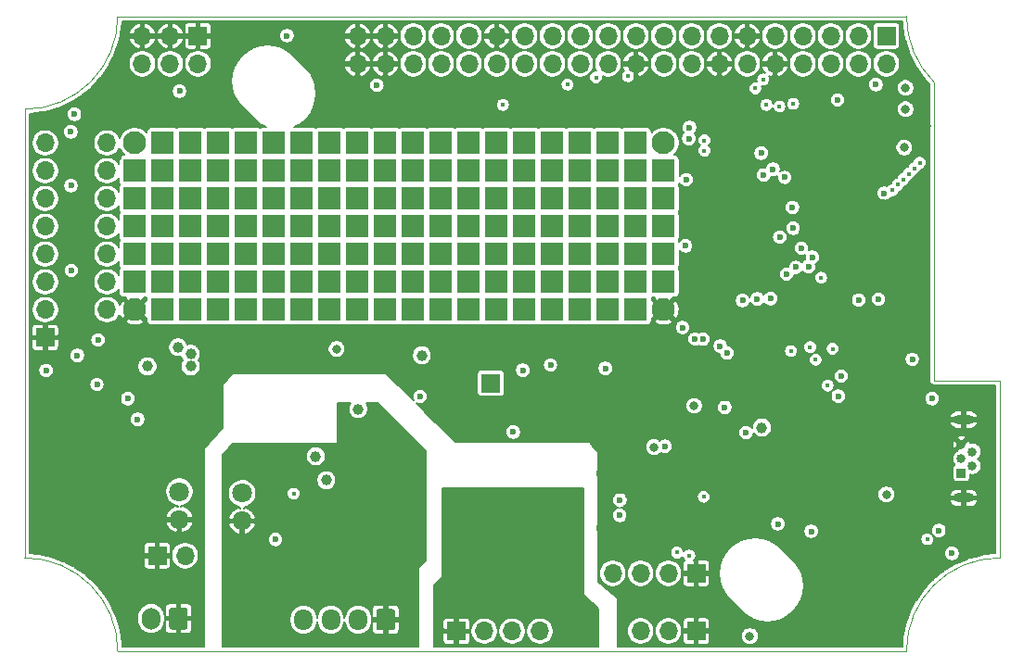
<source format=gbr>
G04 #@! TF.GenerationSoftware,KiCad,Pcbnew,5.1.5+dfsg1-2build2*
G04 #@! TF.CreationDate,2021-04-26T18:34:44+00:00*
G04 #@! TF.ProjectId,SH-ESP32,53482d45-5350-4333-922e-6b696361645f,0.3.1*
G04 #@! TF.SameCoordinates,Original*
G04 #@! TF.FileFunction,Copper,L2,Inr*
G04 #@! TF.FilePolarity,Positive*
%FSLAX46Y46*%
G04 Gerber Fmt 4.6, Leading zero omitted, Abs format (unit mm)*
G04 Created by KiCad (PCBNEW 5.1.5+dfsg1-2build2) date 2021-04-26 18:34:44*
%MOMM*%
%LPD*%
G04 APERTURE LIST*
G04 #@! TA.AperFunction,Profile*
%ADD10C,0.050000*%
G04 #@! TD*
G04 #@! TA.AperFunction,ViaPad*
%ADD11O,1.700000X1.700000*%
G04 #@! TD*
G04 #@! TA.AperFunction,ViaPad*
%ADD12R,1.700000X1.700000*%
G04 #@! TD*
G04 #@! TA.AperFunction,ViaPad*
%ADD13O,1.700000X1.950000*%
G04 #@! TD*
G04 #@! TA.AperFunction,ViaPad*
%ADD14C,0.350000*%
G04 #@! TD*
G04 #@! TA.AperFunction,ViaPad*
%ADD15C,2.100000*%
G04 #@! TD*
G04 #@! TA.AperFunction,ViaPad*
%ADD16O,1.700000X2.000000*%
G04 #@! TD*
G04 #@! TA.AperFunction,ViaPad*
%ADD17R,0.840000X0.840000*%
G04 #@! TD*
G04 #@! TA.AperFunction,ViaPad*
%ADD18C,0.840000*%
G04 #@! TD*
G04 #@! TA.AperFunction,ViaPad*
%ADD19O,1.850000X0.850000*%
G04 #@! TD*
G04 #@! TA.AperFunction,ViaPad*
%ADD20C,1.800000*%
G04 #@! TD*
G04 #@! TA.AperFunction,ViaPad*
%ADD21O,1.800000X1.700000*%
G04 #@! TD*
G04 #@! TA.AperFunction,ViaPad*
%ADD22R,2.100000X2.100000*%
G04 #@! TD*
G04 #@! TA.AperFunction,ViaPad*
%ADD23C,0.450000*%
G04 #@! TD*
G04 #@! TA.AperFunction,ViaPad*
%ADD24C,0.600000*%
G04 #@! TD*
G04 #@! TA.AperFunction,ViaPad*
%ADD25C,0.800000*%
G04 #@! TD*
G04 #@! TA.AperFunction,ViaPad*
%ADD26C,1.000000*%
G04 #@! TD*
G04 #@! TA.AperFunction,Conductor*
%ADD27C,0.200000*%
G04 #@! TD*
G04 APERTURE END LIST*
D10*
X178000000Y-90300000D02*
X178000000Y-106500000D01*
X172000000Y-90300000D02*
X172000092Y-63020889D01*
X178000000Y-90300000D02*
X172000000Y-90300000D01*
X169500000Y-115000000D02*
G75*
G02X178000000Y-106500000I8500000J0D01*
G01*
X89000000Y-106500000D02*
G75*
G02X97500000Y-115000000I0J-8500000D01*
G01*
X172000092Y-63020889D02*
G75*
G02X169500000Y-57000000I5999908J6020889D01*
G01*
X97500000Y-57000000D02*
G75*
G02X89000000Y-65500000I-8500000J0D01*
G01*
X169500000Y-115000000D02*
X97500000Y-115000000D01*
X169500000Y-57000000D02*
X97500000Y-57000000D01*
X89000000Y-65500000D02*
X89000000Y-106500000D01*
D11*
G04 #@! TO.N,+3V3*
G04 #@! TO.C,J202*
X99740000Y-61340000D03*
G04 #@! TO.N,GND*
X99740000Y-58800000D03*
G04 #@! TO.N,+3V3*
X102280000Y-61340000D03*
G04 #@! TO.N,GND*
X102280000Y-58800000D03*
G04 #@! TO.N,+3V3*
X104820000Y-61340000D03*
D12*
G04 #@! TO.N,GND*
X104820000Y-58800000D03*
G04 #@! TD*
D13*
G04 #@! TO.N,/CAN bus/CAN_L*
G04 #@! TO.C,J601*
X114450000Y-112150000D03*
G04 #@! TO.N,/CAN bus/CAN_H*
X116950000Y-112150000D03*
G04 #@! TO.N,/CAN bus/CAN_12V*
X119450000Y-112150000D03*
G04 #@! TA.AperFunction,ViaPad*
D14*
G04 #@! TO.N,/CAN bus/CAN_GND*
G36*
X122574504Y-111176204D02*
G01*
X122598773Y-111179804D01*
X122622571Y-111185765D01*
X122645671Y-111194030D01*
X122667849Y-111204520D01*
X122688893Y-111217133D01*
X122708598Y-111231747D01*
X122726777Y-111248223D01*
X122743253Y-111266402D01*
X122757867Y-111286107D01*
X122770480Y-111307151D01*
X122780970Y-111329329D01*
X122789235Y-111352429D01*
X122795196Y-111376227D01*
X122798796Y-111400496D01*
X122800000Y-111425000D01*
X122800000Y-112875000D01*
X122798796Y-112899504D01*
X122795196Y-112923773D01*
X122789235Y-112947571D01*
X122780970Y-112970671D01*
X122770480Y-112992849D01*
X122757867Y-113013893D01*
X122743253Y-113033598D01*
X122726777Y-113051777D01*
X122708598Y-113068253D01*
X122688893Y-113082867D01*
X122667849Y-113095480D01*
X122645671Y-113105970D01*
X122622571Y-113114235D01*
X122598773Y-113120196D01*
X122574504Y-113123796D01*
X122550000Y-113125000D01*
X121350000Y-113125000D01*
X121325496Y-113123796D01*
X121301227Y-113120196D01*
X121277429Y-113114235D01*
X121254329Y-113105970D01*
X121232151Y-113095480D01*
X121211107Y-113082867D01*
X121191402Y-113068253D01*
X121173223Y-113051777D01*
X121156747Y-113033598D01*
X121142133Y-113013893D01*
X121129520Y-112992849D01*
X121119030Y-112970671D01*
X121110765Y-112947571D01*
X121104804Y-112923773D01*
X121101204Y-112899504D01*
X121100000Y-112875000D01*
X121100000Y-111425000D01*
X121101204Y-111400496D01*
X121104804Y-111376227D01*
X121110765Y-111352429D01*
X121119030Y-111329329D01*
X121129520Y-111307151D01*
X121142133Y-111286107D01*
X121156747Y-111266402D01*
X121173223Y-111248223D01*
X121191402Y-111231747D01*
X121211107Y-111217133D01*
X121232151Y-111204520D01*
X121254329Y-111194030D01*
X121277429Y-111185765D01*
X121301227Y-111179804D01*
X121325496Y-111176204D01*
X121350000Y-111175000D01*
X122550000Y-111175000D01*
X122574504Y-111176204D01*
G37*
G04 #@! TD.AperFunction*
G04 #@! TD*
D15*
G04 #@! TO.N,GND*
G04 #@! TO.C,REF\002A\002A*
X147320000Y-83820000D03*
G04 #@! TD*
G04 #@! TO.N,GND*
G04 #@! TO.C,REF\002A\002A*
X99060000Y-83820000D03*
G04 #@! TD*
G04 #@! TO.N,+3V3*
G04 #@! TO.C,REF\002A\002A*
X99060000Y-68580000D03*
G04 #@! TD*
G04 #@! TO.N,+3V3*
G04 #@! TO.C,REF\002A\002A*
X147320000Y-68580000D03*
G04 #@! TD*
D12*
G04 #@! TO.N,GND*
G04 #@! TO.C,J702*
X150300000Y-107910000D03*
D11*
G04 #@! TO.N,/I2C/I2C_3V3*
X147760000Y-107910000D03*
G04 #@! TO.N,/I2C/SCL_CONN*
X145220000Y-107910000D03*
G04 #@! TO.N,/I2C/SDA_CONN*
X142680000Y-107910000D03*
G04 #@! TD*
D16*
G04 #@! TO.N,/Power input/Vin*
G04 #@! TO.C,J301*
X100540000Y-112050000D03*
G04 #@! TA.AperFunction,ViaPad*
D14*
G04 #@! TO.N,GND*
G36*
X103664504Y-111051204D02*
G01*
X103688773Y-111054804D01*
X103712571Y-111060765D01*
X103735671Y-111069030D01*
X103757849Y-111079520D01*
X103778893Y-111092133D01*
X103798598Y-111106747D01*
X103816777Y-111123223D01*
X103833253Y-111141402D01*
X103847867Y-111161107D01*
X103860480Y-111182151D01*
X103870970Y-111204329D01*
X103879235Y-111227429D01*
X103885196Y-111251227D01*
X103888796Y-111275496D01*
X103890000Y-111300000D01*
X103890000Y-112800000D01*
X103888796Y-112824504D01*
X103885196Y-112848773D01*
X103879235Y-112872571D01*
X103870970Y-112895671D01*
X103860480Y-112917849D01*
X103847867Y-112938893D01*
X103833253Y-112958598D01*
X103816777Y-112976777D01*
X103798598Y-112993253D01*
X103778893Y-113007867D01*
X103757849Y-113020480D01*
X103735671Y-113030970D01*
X103712571Y-113039235D01*
X103688773Y-113045196D01*
X103664504Y-113048796D01*
X103640000Y-113050000D01*
X102440000Y-113050000D01*
X102415496Y-113048796D01*
X102391227Y-113045196D01*
X102367429Y-113039235D01*
X102344329Y-113030970D01*
X102322151Y-113020480D01*
X102301107Y-113007867D01*
X102281402Y-112993253D01*
X102263223Y-112976777D01*
X102246747Y-112958598D01*
X102232133Y-112938893D01*
X102219520Y-112917849D01*
X102209030Y-112895671D01*
X102200765Y-112872571D01*
X102194804Y-112848773D01*
X102191204Y-112824504D01*
X102190000Y-112800000D01*
X102190000Y-111300000D01*
X102191204Y-111275496D01*
X102194804Y-111251227D01*
X102200765Y-111227429D01*
X102209030Y-111204329D01*
X102219520Y-111182151D01*
X102232133Y-111161107D01*
X102246747Y-111141402D01*
X102263223Y-111123223D01*
X102281402Y-111106747D01*
X102301107Y-111092133D01*
X102322151Y-111079520D01*
X102344329Y-111069030D01*
X102367429Y-111060765D01*
X102391227Y-111054804D01*
X102415496Y-111051204D01*
X102440000Y-111050000D01*
X103640000Y-111050000D01*
X103664504Y-111051204D01*
G37*
G04 #@! TD.AperFunction*
G04 #@! TD*
D17*
G04 #@! TO.N,/USB/VBUS*
G04 #@! TO.C,J401*
X174500000Y-98750000D03*
D18*
G04 #@! TO.N,/USB/USB_D-*
X175500000Y-98100000D03*
G04 #@! TO.N,/USB/USB_D+*
X174500000Y-97450000D03*
G04 #@! TO.N,N/C*
X175500000Y-96800000D03*
G04 #@! TO.N,GND*
X174500000Y-96150000D03*
D19*
X174720000Y-101025000D03*
X174720000Y-93875000D03*
G04 #@! TD*
D12*
G04 #@! TO.N,USB_5V*
G04 #@! TO.C,J203*
X131550000Y-90540000D03*
G04 #@! TD*
D11*
G04 #@! TO.N,GND*
G04 #@! TO.C,J201*
X119390000Y-61340000D03*
X119390000Y-58800000D03*
X121930000Y-61340000D03*
X121930000Y-58800000D03*
G04 #@! TO.N,+3V3*
X124470000Y-61340000D03*
X124470000Y-58800000D03*
G04 #@! TO.N,/ESP32/IO17_C_SCL*
X127010000Y-61340000D03*
G04 #@! TO.N,/ESP32/IO4_C*
X127010000Y-58800000D03*
G04 #@! TO.N,/ESP32/IO16_C_SDA*
X129550000Y-61340000D03*
G04 #@! TO.N,/ESP32/IO34_C*
X129550000Y-58800000D03*
G04 #@! TO.N,/ESP32/IO35_C*
X132090000Y-61340000D03*
G04 #@! TO.N,GND*
X132090000Y-58800000D03*
G04 #@! TO.N,/ESP32/IO32_C*
X134630000Y-61340000D03*
G04 #@! TO.N,/ESP32/IO15*
X134630000Y-58800000D03*
G04 #@! TO.N,/ESP32/IO33_C*
X137170000Y-61340000D03*
G04 #@! TO.N,/ESP32/IO13*
X137170000Y-58800000D03*
G04 #@! TO.N,/ESP32/EN*
X139710000Y-61340000D03*
G04 #@! TO.N,/ESP32/IO14*
X139710000Y-58800000D03*
G04 #@! TO.N,/LED*
X142250000Y-61340000D03*
G04 #@! TO.N,/ESP32/IO12*
X142250000Y-58800000D03*
G04 #@! TO.N,GND*
X144790000Y-61340000D03*
G04 #@! TO.N,+3V3*
X144790000Y-58800000D03*
G04 #@! TO.N,/ESP32/RXD0_C*
X147330000Y-61340000D03*
G04 #@! TO.N,/ESP32/SENSOR_VN*
X147330000Y-58800000D03*
G04 #@! TO.N,/ESP32/TXD0_C*
X149870000Y-61340000D03*
G04 #@! TO.N,/ESP32/SENSOR_VP*
X149870000Y-58800000D03*
G04 #@! TO.N,GND*
X152410000Y-61340000D03*
G04 #@! TO.N,+3V3*
X152410000Y-58800000D03*
G04 #@! TO.N,/ESP32/IO0*
X154950000Y-61340000D03*
G04 #@! TO.N,GND*
X154950000Y-58800000D03*
X157490000Y-61340000D03*
G04 #@! TO.N,/ESP32/IO27*
X157490000Y-58800000D03*
G04 #@! TO.N,/ESP32/IO25*
X160030000Y-61340000D03*
G04 #@! TO.N,/ESP32/IO26*
X160030000Y-58800000D03*
G04 #@! TO.N,/ESP32/IO5*
X162570000Y-61340000D03*
G04 #@! TO.N,/ESP32/IO18*
X162570000Y-58800000D03*
G04 #@! TO.N,/ESP32/IO19*
X165110000Y-61340000D03*
G04 #@! TO.N,/ESP32/IO21*
X165110000Y-58800000D03*
G04 #@! TO.N,/ESP32/IO22*
X167650000Y-61340000D03*
D12*
G04 #@! TO.N,/ESP32/IO23*
X167650000Y-58800000D03*
G04 #@! TD*
D20*
G04 #@! TO.N,/Power input/Vin_protected*
G04 #@! TO.C,J303*
X103124000Y-100457000D03*
D21*
G04 #@! TO.N,GND*
X103124000Y-102997000D03*
G04 #@! TD*
D20*
G04 #@! TO.N,/CAN bus/CAN12V_prot*
G04 #@! TO.C,J602*
X108850000Y-100600000D03*
D21*
G04 #@! TO.N,/CAN bus/CAN_GND*
X108850000Y-103140000D03*
G04 #@! TD*
D11*
G04 #@! TO.N,Net-(J206-Pad8)*
G04 #@! TO.C,J207*
X96520000Y-68580000D03*
G04 #@! TO.N,Net-(J206-Pad7)*
X96520000Y-71120000D03*
G04 #@! TO.N,Net-(J206-Pad6)*
X96520000Y-73660000D03*
G04 #@! TO.N,Net-(J206-Pad5)*
X96520000Y-76200000D03*
G04 #@! TO.N,Net-(J206-Pad4)*
X96520000Y-78740000D03*
G04 #@! TO.N,Net-(J206-Pad3)*
X96520000Y-81280000D03*
G04 #@! TO.N,Net-(J206-Pad2)*
X96520000Y-83820000D03*
G04 #@! TD*
D22*
G04 #@! TO.N,N/C*
G04 #@! TO.C,REF\002A\002A*
X101600000Y-81280000D03*
G04 #@! TD*
G04 #@! TO.N,N/C*
G04 #@! TO.C,REF\002A\002A*
X104140000Y-81280000D03*
G04 #@! TD*
G04 #@! TO.N,N/C*
G04 #@! TO.C,REF\002A\002A*
X104140000Y-78740000D03*
G04 #@! TD*
G04 #@! TO.N,N/C*
G04 #@! TO.C,REF\002A\002A*
X104140000Y-73660000D03*
G04 #@! TD*
G04 #@! TO.N,N/C*
G04 #@! TO.C,REF\002A\002A*
X99060000Y-73660000D03*
G04 #@! TD*
G04 #@! TO.N,N/C*
G04 #@! TO.C,REF\002A\002A*
X101600000Y-73660000D03*
G04 #@! TD*
G04 #@! TO.N,N/C*
G04 #@! TO.C,REF\002A\002A*
X101600000Y-71120000D03*
G04 #@! TD*
G04 #@! TO.N,N/C*
G04 #@! TO.C,REF\002A\002A*
X101600000Y-78740000D03*
G04 #@! TD*
G04 #@! TO.N,N/C*
G04 #@! TO.C,REF\002A\002A*
X101600000Y-76200000D03*
G04 #@! TD*
G04 #@! TO.N,N/C*
G04 #@! TO.C,REF\002A\002A*
X99060000Y-78740000D03*
G04 #@! TD*
G04 #@! TO.N,N/C*
G04 #@! TO.C,REF\002A\002A*
X99060000Y-76200000D03*
G04 #@! TD*
G04 #@! TO.N,N/C*
G04 #@! TO.C,REF\002A\002A*
X99060000Y-81280000D03*
G04 #@! TD*
G04 #@! TO.N,N/C*
G04 #@! TO.C,REF\002A\002A*
X99060000Y-71120000D03*
G04 #@! TD*
G04 #@! TO.N,N/C*
G04 #@! TO.C,REF\002A\002A*
X104140000Y-76200000D03*
G04 #@! TD*
G04 #@! TO.N,N/C*
G04 #@! TO.C,REF\002A\002A*
X104140000Y-71120000D03*
G04 #@! TD*
G04 #@! TO.N,N/C*
G04 #@! TO.C,REF\002A\002A*
X104140000Y-83820000D03*
G04 #@! TD*
G04 #@! TO.N,N/C*
G04 #@! TO.C,REF\002A\002A*
X101600000Y-83820000D03*
G04 #@! TD*
G04 #@! TO.N,N/C*
G04 #@! TO.C,REF\002A\002A*
X104140000Y-68580000D03*
G04 #@! TD*
G04 #@! TO.N,N/C*
G04 #@! TO.C,REF\002A\002A*
X101600000Y-68580000D03*
G04 #@! TD*
D11*
G04 #@! TO.N,Net-(J206-Pad8)*
G04 #@! TO.C,J206*
X90875000Y-68580000D03*
G04 #@! TO.N,Net-(J206-Pad7)*
X90875000Y-71120000D03*
G04 #@! TO.N,Net-(J206-Pad6)*
X90875000Y-73660000D03*
G04 #@! TO.N,Net-(J206-Pad5)*
X90875000Y-76200000D03*
G04 #@! TO.N,Net-(J206-Pad4)*
X90875000Y-78740000D03*
G04 #@! TO.N,Net-(J206-Pad3)*
X90875000Y-81280000D03*
G04 #@! TO.N,Net-(J206-Pad2)*
X90875000Y-83820000D03*
D12*
G04 #@! TO.N,GND*
X90875000Y-86360000D03*
G04 #@! TD*
D11*
G04 #@! TO.N,/Power input/Vin_protected*
G04 #@! TO.C,J302*
X103640000Y-106300000D03*
D12*
G04 #@! TO.N,GND*
X101100000Y-106300000D03*
G04 #@! TD*
D22*
G04 #@! TO.N,N/C*
G04 #@! TO.C,REF\002A\002A*
X109220000Y-68580000D03*
G04 #@! TD*
G04 #@! TO.N,N/C*
G04 #@! TO.C,REF\002A\002A*
X106680000Y-68580000D03*
G04 #@! TD*
G04 #@! TO.N,N/C*
G04 #@! TO.C,REF\002A\002A*
X147320000Y-71120000D03*
G04 #@! TD*
G04 #@! TO.N,N/C*
G04 #@! TO.C,REF\002A\002A*
X144780000Y-68580000D03*
G04 #@! TD*
G04 #@! TO.N,N/C*
G04 #@! TO.C,REF\002A\002A*
X147320000Y-76200000D03*
G04 #@! TD*
G04 #@! TO.N,N/C*
G04 #@! TO.C,REF\002A\002A*
X147320000Y-78740000D03*
G04 #@! TD*
G04 #@! TO.N,N/C*
G04 #@! TO.C,REF\002A\002A*
X147320000Y-81280000D03*
G04 #@! TD*
G04 #@! TO.N,N/C*
G04 #@! TO.C,REF\002A\002A*
X147320000Y-73660000D03*
G04 #@! TD*
G04 #@! TO.N,N/C*
G04 #@! TO.C,REF\002A\002A*
X124460000Y-68580000D03*
G04 #@! TD*
G04 #@! TO.N,N/C*
G04 #@! TO.C,REF\002A\002A*
X114300000Y-68580000D03*
G04 #@! TD*
G04 #@! TO.N,N/C*
G04 #@! TO.C,REF\002A\002A*
X132080000Y-68580000D03*
G04 #@! TD*
G04 #@! TO.N,N/C*
G04 #@! TO.C,REF\002A\002A*
X127000000Y-68580000D03*
G04 #@! TD*
G04 #@! TO.N,N/C*
G04 #@! TO.C,REF\002A\002A*
X129540000Y-68580000D03*
G04 #@! TD*
G04 #@! TO.N,N/C*
G04 #@! TO.C,REF\002A\002A*
X119380000Y-68580000D03*
G04 #@! TD*
G04 #@! TO.N,N/C*
G04 #@! TO.C,REF\002A\002A*
X139700000Y-68580000D03*
G04 #@! TD*
G04 #@! TO.N,N/C*
G04 #@! TO.C,REF\002A\002A*
X137160000Y-68580000D03*
G04 #@! TD*
G04 #@! TO.N,N/C*
G04 #@! TO.C,REF\002A\002A*
X116840000Y-68580000D03*
G04 #@! TD*
G04 #@! TO.N,N/C*
G04 #@! TO.C,REF\002A\002A*
X111760000Y-68580000D03*
G04 #@! TD*
G04 #@! TO.N,N/C*
G04 #@! TO.C,REF\002A\002A*
X134620000Y-68580000D03*
G04 #@! TD*
G04 #@! TO.N,N/C*
G04 #@! TO.C,REF\002A\002A*
X121920000Y-68580000D03*
G04 #@! TD*
G04 #@! TO.N,N/C*
G04 #@! TO.C,REF\002A\002A*
X142240000Y-68580000D03*
G04 #@! TD*
G04 #@! TO.N,N/C*
G04 #@! TO.C,REF\002A\002A*
X121920000Y-83820000D03*
G04 #@! TD*
G04 #@! TO.N,N/C*
G04 #@! TO.C,REF\002A\002A*
X109220000Y-83820000D03*
G04 #@! TD*
G04 #@! TO.N,N/C*
G04 #@! TO.C,REF\002A\002A*
X111760000Y-83820000D03*
G04 #@! TD*
G04 #@! TO.N,N/C*
G04 #@! TO.C,REF\002A\002A*
X127000000Y-83820000D03*
G04 #@! TD*
G04 #@! TO.N,N/C*
G04 #@! TO.C,REF\002A\002A*
X134620000Y-83820000D03*
G04 #@! TD*
G04 #@! TO.N,N/C*
G04 #@! TO.C,REF\002A\002A*
X119380000Y-83820000D03*
G04 #@! TD*
G04 #@! TO.N,N/C*
G04 #@! TO.C,REF\002A\002A*
X137160000Y-83820000D03*
G04 #@! TD*
G04 #@! TO.N,N/C*
G04 #@! TO.C,REF\002A\002A*
X139700000Y-83820000D03*
G04 #@! TD*
G04 #@! TO.N,N/C*
G04 #@! TO.C,REF\002A\002A*
X142240000Y-83820000D03*
G04 #@! TD*
G04 #@! TO.N,N/C*
G04 #@! TO.C,REF\002A\002A*
X144780000Y-83820000D03*
G04 #@! TD*
G04 #@! TO.N,N/C*
G04 #@! TO.C,REF\002A\002A*
X124460000Y-83820000D03*
G04 #@! TD*
G04 #@! TO.N,N/C*
G04 #@! TO.C,REF\002A\002A*
X106680000Y-83820000D03*
G04 #@! TD*
G04 #@! TO.N,N/C*
G04 #@! TO.C,REF\002A\002A*
X114300000Y-83820000D03*
G04 #@! TD*
G04 #@! TO.N,N/C*
G04 #@! TO.C,REF\002A\002A*
X116840000Y-83820000D03*
G04 #@! TD*
G04 #@! TO.N,N/C*
G04 #@! TO.C,REF\002A\002A*
X132080000Y-83820000D03*
G04 #@! TD*
G04 #@! TO.N,N/C*
G04 #@! TO.C,REF\002A\002A*
X129540000Y-83820000D03*
G04 #@! TD*
G04 #@! TO.N,N/C*
G04 #@! TO.C,REF\002A\002A*
X114300000Y-73660000D03*
G04 #@! TD*
G04 #@! TO.N,N/C*
G04 #@! TO.C,REF\002A\002A*
X111760000Y-71120000D03*
G04 #@! TD*
G04 #@! TO.N,N/C*
G04 #@! TO.C,REF\002A\002A*
X111760000Y-76200000D03*
G04 #@! TD*
G04 #@! TO.N,N/C*
G04 #@! TO.C,REF\002A\002A*
X124460000Y-76200000D03*
G04 #@! TD*
G04 #@! TO.N,N/C*
G04 #@! TO.C,REF\002A\002A*
X106680000Y-71120000D03*
G04 #@! TD*
G04 #@! TO.N,N/C*
G04 #@! TO.C,REF\002A\002A*
X106680000Y-81280000D03*
G04 #@! TD*
G04 #@! TO.N,N/C*
G04 #@! TO.C,REF\002A\002A*
X106680000Y-76200000D03*
G04 #@! TD*
G04 #@! TO.N,N/C*
G04 #@! TO.C,REF\002A\002A*
X106680000Y-78740000D03*
G04 #@! TD*
G04 #@! TO.N,N/C*
G04 #@! TO.C,REF\002A\002A*
X109220000Y-76200000D03*
G04 #@! TD*
G04 #@! TO.N,N/C*
G04 #@! TO.C,REF\002A\002A*
X109220000Y-78740000D03*
G04 #@! TD*
G04 #@! TO.N,N/C*
G04 #@! TO.C,REF\002A\002A*
X109220000Y-71120000D03*
G04 #@! TD*
G04 #@! TO.N,N/C*
G04 #@! TO.C,REF\002A\002A*
X109220000Y-73660000D03*
G04 #@! TD*
G04 #@! TO.N,N/C*
G04 #@! TO.C,REF\002A\002A*
X106680000Y-73660000D03*
G04 #@! TD*
G04 #@! TO.N,N/C*
G04 #@! TO.C,REF\002A\002A*
X114300000Y-76200000D03*
G04 #@! TD*
G04 #@! TO.N,N/C*
G04 #@! TO.C,REF\002A\002A*
X114300000Y-78740000D03*
G04 #@! TD*
G04 #@! TO.N,N/C*
G04 #@! TO.C,REF\002A\002A*
X111760000Y-73660000D03*
G04 #@! TD*
G04 #@! TO.N,N/C*
G04 #@! TO.C,REF\002A\002A*
X114300000Y-81280000D03*
G04 #@! TD*
G04 #@! TO.N,N/C*
G04 #@! TO.C,REF\002A\002A*
X111760000Y-78740000D03*
G04 #@! TD*
G04 #@! TO.N,N/C*
G04 #@! TO.C,REF\002A\002A*
X124460000Y-78740000D03*
G04 #@! TD*
G04 #@! TO.N,N/C*
G04 #@! TO.C,REF\002A\002A*
X116840000Y-81280000D03*
G04 #@! TD*
G04 #@! TO.N,N/C*
G04 #@! TO.C,REF\002A\002A*
X116840000Y-76200000D03*
G04 #@! TD*
G04 #@! TO.N,N/C*
G04 #@! TO.C,REF\002A\002A*
X116840000Y-78740000D03*
G04 #@! TD*
G04 #@! TO.N,N/C*
G04 #@! TO.C,REF\002A\002A*
X119380000Y-76200000D03*
G04 #@! TD*
G04 #@! TO.N,N/C*
G04 #@! TO.C,REF\002A\002A*
X119380000Y-78740000D03*
G04 #@! TD*
G04 #@! TO.N,N/C*
G04 #@! TO.C,REF\002A\002A*
X119380000Y-71120000D03*
G04 #@! TD*
G04 #@! TO.N,N/C*
G04 #@! TO.C,REF\002A\002A*
X119380000Y-73660000D03*
G04 #@! TD*
G04 #@! TO.N,N/C*
G04 #@! TO.C,REF\002A\002A*
X116840000Y-73660000D03*
G04 #@! TD*
G04 #@! TO.N,N/C*
G04 #@! TO.C,REF\002A\002A*
X116840000Y-71120000D03*
G04 #@! TD*
G04 #@! TO.N,N/C*
G04 #@! TO.C,REF\002A\002A*
X119380000Y-81280000D03*
G04 #@! TD*
G04 #@! TO.N,N/C*
G04 #@! TO.C,REF\002A\002A*
X121920000Y-76200000D03*
G04 #@! TD*
G04 #@! TO.N,N/C*
G04 #@! TO.C,REF\002A\002A*
X121920000Y-78740000D03*
G04 #@! TD*
G04 #@! TO.N,N/C*
G04 #@! TO.C,REF\002A\002A*
X121920000Y-81280000D03*
G04 #@! TD*
G04 #@! TO.N,N/C*
G04 #@! TO.C,REF\002A\002A*
X121920000Y-73660000D03*
G04 #@! TD*
G04 #@! TO.N,N/C*
G04 #@! TO.C,REF\002A\002A*
X121920000Y-71120000D03*
G04 #@! TD*
G04 #@! TO.N,N/C*
G04 #@! TO.C,REF\002A\002A*
X124460000Y-81280000D03*
G04 #@! TD*
G04 #@! TO.N,N/C*
G04 #@! TO.C,REF\002A\002A*
X124460000Y-73660000D03*
G04 #@! TD*
G04 #@! TO.N,N/C*
G04 #@! TO.C,REF\002A\002A*
X114300000Y-71120000D03*
G04 #@! TD*
G04 #@! TO.N,N/C*
G04 #@! TO.C,REF\002A\002A*
X111760000Y-81280000D03*
G04 #@! TD*
G04 #@! TO.N,N/C*
G04 #@! TO.C,REF\002A\002A*
X109220000Y-81280000D03*
G04 #@! TD*
G04 #@! TO.N,N/C*
G04 #@! TO.C,REF\002A\002A*
X124460000Y-71120000D03*
G04 #@! TD*
G04 #@! TO.N,N/C*
G04 #@! TO.C,REF\002A\002A*
X134620000Y-76200000D03*
G04 #@! TD*
G04 #@! TO.N,N/C*
G04 #@! TO.C,REF\002A\002A*
X134620000Y-78740000D03*
G04 #@! TD*
G04 #@! TO.N,N/C*
G04 #@! TO.C,REF\002A\002A*
X127000000Y-81280000D03*
G04 #@! TD*
G04 #@! TO.N,N/C*
G04 #@! TO.C,REF\002A\002A*
X127000000Y-76200000D03*
G04 #@! TD*
G04 #@! TO.N,N/C*
G04 #@! TO.C,REF\002A\002A*
X127000000Y-78740000D03*
G04 #@! TD*
G04 #@! TO.N,N/C*
G04 #@! TO.C,REF\002A\002A*
X129540000Y-76200000D03*
G04 #@! TD*
G04 #@! TO.N,N/C*
G04 #@! TO.C,REF\002A\002A*
X129540000Y-78740000D03*
G04 #@! TD*
G04 #@! TO.N,N/C*
G04 #@! TO.C,REF\002A\002A*
X129540000Y-71120000D03*
G04 #@! TD*
G04 #@! TO.N,N/C*
G04 #@! TO.C,REF\002A\002A*
X129540000Y-73660000D03*
G04 #@! TD*
G04 #@! TO.N,N/C*
G04 #@! TO.C,REF\002A\002A*
X127000000Y-73660000D03*
G04 #@! TD*
G04 #@! TO.N,N/C*
G04 #@! TO.C,REF\002A\002A*
X127000000Y-71120000D03*
G04 #@! TD*
G04 #@! TO.N,N/C*
G04 #@! TO.C,REF\002A\002A*
X129540000Y-81280000D03*
G04 #@! TD*
G04 #@! TO.N,N/C*
G04 #@! TO.C,REF\002A\002A*
X132080000Y-76200000D03*
G04 #@! TD*
G04 #@! TO.N,N/C*
G04 #@! TO.C,REF\002A\002A*
X132080000Y-78740000D03*
G04 #@! TD*
G04 #@! TO.N,N/C*
G04 #@! TO.C,REF\002A\002A*
X132080000Y-81280000D03*
G04 #@! TD*
G04 #@! TO.N,N/C*
G04 #@! TO.C,REF\002A\002A*
X132080000Y-73660000D03*
G04 #@! TD*
G04 #@! TO.N,N/C*
G04 #@! TO.C,REF\002A\002A*
X132080000Y-71120000D03*
G04 #@! TD*
G04 #@! TO.N,N/C*
G04 #@! TO.C,REF\002A\002A*
X134620000Y-81280000D03*
G04 #@! TD*
G04 #@! TO.N,N/C*
G04 #@! TO.C,REF\002A\002A*
X134620000Y-73660000D03*
G04 #@! TD*
G04 #@! TO.N,N/C*
G04 #@! TO.C,REF\002A\002A*
X134620000Y-71120000D03*
G04 #@! TD*
G04 #@! TO.N,N/C*
G04 #@! TO.C,REF\002A\002A*
X139700000Y-76200000D03*
G04 #@! TD*
G04 #@! TO.N,N/C*
G04 #@! TO.C,REF\002A\002A*
X139700000Y-78740000D03*
G04 #@! TD*
G04 #@! TO.N,N/C*
G04 #@! TO.C,REF\002A\002A*
X137160000Y-76200000D03*
G04 #@! TD*
G04 #@! TO.N,N/C*
G04 #@! TO.C,REF\002A\002A*
X137160000Y-78740000D03*
G04 #@! TD*
G04 #@! TO.N,N/C*
G04 #@! TO.C,REF\002A\002A*
X137160000Y-81280000D03*
G04 #@! TD*
G04 #@! TO.N,N/C*
G04 #@! TO.C,REF\002A\002A*
X137160000Y-73660000D03*
G04 #@! TD*
G04 #@! TO.N,N/C*
G04 #@! TO.C,REF\002A\002A*
X137160000Y-71120000D03*
G04 #@! TD*
G04 #@! TO.N,N/C*
G04 #@! TO.C,REF\002A\002A*
X139700000Y-81280000D03*
G04 #@! TD*
G04 #@! TO.N,N/C*
G04 #@! TO.C,REF\002A\002A*
X139700000Y-73660000D03*
G04 #@! TD*
G04 #@! TO.N,N/C*
G04 #@! TO.C,REF\002A\002A*
X139700000Y-71120000D03*
G04 #@! TD*
G04 #@! TO.N,N/C*
G04 #@! TO.C,REF\002A\002A*
X142240000Y-76200000D03*
G04 #@! TD*
G04 #@! TO.N,N/C*
G04 #@! TO.C,REF\002A\002A*
X142240000Y-78740000D03*
G04 #@! TD*
G04 #@! TO.N,N/C*
G04 #@! TO.C,REF\002A\002A*
X142240000Y-81280000D03*
G04 #@! TD*
G04 #@! TO.N,N/C*
G04 #@! TO.C,REF\002A\002A*
X142240000Y-73660000D03*
G04 #@! TD*
G04 #@! TO.N,N/C*
G04 #@! TO.C,REF\002A\002A*
X142240000Y-71120000D03*
G04 #@! TD*
G04 #@! TO.N,N/C*
G04 #@! TO.C,REF\002A\002A*
X144780000Y-73660000D03*
G04 #@! TD*
G04 #@! TO.N,N/C*
G04 #@! TO.C,REF\002A\002A*
X144780000Y-71120000D03*
G04 #@! TD*
G04 #@! TO.N,N/C*
G04 #@! TO.C,REF\002A\002A*
X144780000Y-78740000D03*
G04 #@! TD*
G04 #@! TO.N,N/C*
G04 #@! TO.C,REF\002A\002A*
X144780000Y-76200000D03*
G04 #@! TD*
G04 #@! TO.N,N/C*
G04 #@! TO.C,REF\002A\002A*
X144780000Y-81280000D03*
G04 #@! TD*
D12*
G04 #@! TO.N,GND*
G04 #@! TO.C,J801*
X150300000Y-113190000D03*
D11*
G04 #@! TO.N,/Onewire/Onewire_3V3*
X147760000Y-113190000D03*
G04 #@! TO.N,/Onewire/DQ_CONN*
X145220000Y-113190000D03*
G04 #@! TD*
G04 #@! TO.N,/Optocouplers/ISO_OUT_CONN*
G04 #@! TO.C,J901*
X136040000Y-113200000D03*
G04 #@! TO.N,/Optocouplers/ISO_IN_CONN*
X133500000Y-113200000D03*
G04 #@! TO.N,/Optocouplers/V_ISO_CONN*
X130960000Y-113200000D03*
D12*
G04 #@! TO.N,/Optocouplers/ISO_GND*
X128420000Y-113200000D03*
G04 #@! TD*
D23*
G04 #@! TO.N,GND*
X153040000Y-86330000D03*
D24*
X173600000Y-95060000D03*
X175410000Y-100000000D03*
X175470000Y-95030000D03*
X173430000Y-100150000D03*
D25*
X161290000Y-77216000D03*
X162306000Y-77216000D03*
X163322000Y-77216000D03*
X164338000Y-77216000D03*
X164846000Y-76200000D03*
X163830000Y-76200000D03*
X162814000Y-76200000D03*
X161798000Y-76200000D03*
X161798000Y-74168000D03*
X162814000Y-74168000D03*
X163830000Y-74168000D03*
X164846000Y-74168000D03*
X164338000Y-73152000D03*
X163322000Y-73152000D03*
X162306000Y-73152000D03*
X161290000Y-73152000D03*
D24*
X151750000Y-110450000D03*
D25*
X140500000Y-91700000D03*
X171200000Y-84490000D03*
X171200000Y-69100000D03*
X95680000Y-88066000D03*
X96442000Y-89336000D03*
X94369000Y-105764000D03*
X94369000Y-104748000D03*
X94369000Y-103732000D03*
X90940000Y-105764000D03*
X90940000Y-104748000D03*
X90940000Y-103732000D03*
D26*
X154686000Y-70358000D03*
D25*
X171190000Y-86680000D03*
X171160000Y-83100000D03*
D24*
X160939000Y-91899000D03*
X143333000Y-98935000D03*
X163539000Y-87480000D03*
X93254000Y-82528000D03*
X93229000Y-74892000D03*
X105418000Y-63846000D03*
X171831000Y-94234000D03*
X93207000Y-69858000D03*
X95827000Y-65955000D03*
D25*
X108077000Y-87122000D03*
X109728000Y-87122004D03*
D24*
X129413000Y-93599000D03*
X136906000Y-94996000D03*
D25*
X120642000Y-87616010D03*
D24*
X139966864Y-89444864D03*
X133477000Y-93726000D03*
X132500000Y-95050000D03*
X96700000Y-109800000D03*
X97350000Y-104800000D03*
X97458000Y-88574000D03*
X101000000Y-60000000D03*
X99250000Y-66500000D03*
X165250000Y-101250000D03*
X158200000Y-113700000D03*
X159600000Y-104300000D03*
X160250000Y-113500000D03*
X153000000Y-113500000D03*
X138790000Y-91640000D03*
X140200000Y-93700000D03*
X137287000Y-91694000D03*
X145050000Y-89600000D03*
X152800000Y-94350000D03*
X107200000Y-66600000D03*
X106650000Y-60550000D03*
X117150000Y-64000000D03*
X93150000Y-77475000D03*
X93650000Y-85250000D03*
X89975000Y-74925000D03*
X89975000Y-80025000D03*
X89975000Y-82550000D03*
X103500000Y-60000000D03*
X128800000Y-95050000D03*
X141450000Y-98790000D03*
X143750000Y-114200000D03*
X153300000Y-95700000D03*
X176911000Y-90932000D03*
X89975000Y-77500000D03*
X92350000Y-66050000D03*
X110500000Y-58750000D03*
X96500000Y-62500000D03*
X89975000Y-72375000D03*
X98250000Y-64000000D03*
X160910000Y-95760000D03*
X140350000Y-95250000D03*
X90000000Y-66150000D03*
X89975000Y-69875000D03*
X145200000Y-91550000D03*
X172850000Y-91750000D03*
X174850000Y-91600000D03*
X94400000Y-107000000D03*
X97425000Y-82575000D03*
X97575000Y-69925000D03*
X112776000Y-85598000D03*
X105156000Y-85598000D03*
D25*
X151500000Y-92550000D03*
D24*
X126365000Y-92837000D03*
D25*
X170196541Y-93679041D03*
D24*
X163500000Y-103400000D03*
X171958000Y-100520500D03*
X123000000Y-89750000D03*
X126210000Y-87240000D03*
X128100000Y-92650000D03*
X105000000Y-98550000D03*
X168450000Y-96550000D03*
D25*
X168000000Y-93100000D03*
D24*
X121150000Y-65670000D03*
X149390000Y-69590000D03*
X149380000Y-75380000D03*
D23*
X151000000Y-84300000D03*
X145630000Y-86360000D03*
X138160000Y-86390000D03*
X138030000Y-89490000D03*
X144400000Y-86300000D03*
X160850000Y-90100000D03*
X156300000Y-90950000D03*
X170860000Y-92860000D03*
X170040000Y-82950000D03*
X170390000Y-77240000D03*
X163100000Y-79950000D03*
X161660000Y-79980000D03*
D24*
X167440000Y-75800000D03*
X167380000Y-74000000D03*
X131900000Y-65900000D03*
X127330000Y-66930000D03*
X121020000Y-66840000D03*
X116950000Y-66850000D03*
X154900000Y-73440000D03*
X154800000Y-75440000D03*
X154700000Y-77310000D03*
X154540000Y-79160000D03*
X151970000Y-86320000D03*
X172100000Y-108100000D03*
X169600000Y-111300000D03*
X146430000Y-114180000D03*
X161550000Y-105100000D03*
X143870000Y-101940000D03*
X155130000Y-100930000D03*
X152240000Y-103530000D03*
X161750000Y-111450000D03*
X141440000Y-103750000D03*
X170070000Y-80320000D03*
X170920000Y-78640000D03*
X152050000Y-83350000D03*
X132000000Y-88050000D03*
X151550000Y-89400000D03*
X163390000Y-70340000D03*
X161480000Y-72120000D03*
X168150000Y-62850000D03*
X153650000Y-62600000D03*
X158750000Y-64300000D03*
X127500000Y-62800000D03*
X135850000Y-57750000D03*
X134410000Y-64190000D03*
X136290000Y-63750000D03*
X125890000Y-63180000D03*
X163910000Y-101330000D03*
X161030000Y-101160000D03*
X168148000Y-78676500D03*
X168148000Y-82867500D03*
X163449000Y-82931000D03*
X164211000Y-78422500D03*
X166550000Y-91100000D03*
X149415500Y-72961500D03*
X151100000Y-57750000D03*
X143500000Y-57750000D03*
X125750000Y-57750000D03*
X166150000Y-57650000D03*
X161250000Y-57750000D03*
X158051500Y-70104000D03*
X159004000Y-81407000D03*
X166052500Y-83121500D03*
X155200000Y-64850000D03*
X171150000Y-81350000D03*
X148150000Y-85575000D03*
X176250000Y-95750000D03*
X176250000Y-99250000D03*
X158900000Y-92300000D03*
X156100000Y-103400000D03*
D25*
X162100000Y-113025000D03*
X168350000Y-113050000D03*
X162050000Y-107025000D03*
D24*
X143140000Y-95490000D03*
X143140000Y-97660000D03*
D25*
X146350000Y-99560000D03*
D24*
X152760000Y-96400000D03*
X154860000Y-97360000D03*
D26*
X156900000Y-98500000D03*
D24*
X168400000Y-106900000D03*
X169600000Y-106700000D03*
X161250000Y-64350000D03*
X143670000Y-104770000D03*
X176700000Y-102800000D03*
X176650000Y-104900000D03*
D26*
X171300000Y-106450000D03*
D25*
X171250000Y-65450000D03*
X169404001Y-60550000D03*
X170650000Y-64100000D03*
X171300000Y-67000000D03*
D24*
X165850000Y-64350000D03*
D23*
X155700000Y-81400000D03*
X147700000Y-67050000D03*
X148850000Y-68150000D03*
X159850000Y-69050000D03*
D24*
X171350000Y-90350000D03*
X148750000Y-89350000D03*
X169400000Y-87400000D03*
D25*
X97325000Y-92325000D03*
X95600000Y-92400000D03*
D26*
X95775000Y-99025000D03*
D24*
X90974998Y-90350000D03*
D26*
X92750000Y-91350000D03*
X92050000Y-96450000D03*
D24*
X98600000Y-94700000D03*
X99000000Y-100000000D03*
X99000000Y-98450000D03*
X94700000Y-102300000D03*
X102050000Y-99300000D03*
X101500000Y-100800000D03*
X99400000Y-102550000D03*
X98650000Y-87650000D03*
X94700000Y-99850000D03*
X89850000Y-84900000D03*
X90200000Y-88000000D03*
X90200000Y-91400000D03*
X90200000Y-94050000D03*
X90200000Y-99000000D03*
X90250000Y-103000000D03*
X90100000Y-105100000D03*
X98050000Y-112050000D03*
X98350000Y-114050000D03*
X101800000Y-114200000D03*
X104850000Y-114050000D03*
X104850000Y-110500000D03*
X104850000Y-107700000D03*
X93150000Y-86490000D03*
X105200000Y-87400000D03*
X102300000Y-86200000D03*
D26*
X96850000Y-86700000D03*
D24*
X149120000Y-103460000D03*
D25*
X145810000Y-104710000D03*
D24*
X151010000Y-98570000D03*
X114900000Y-59500002D03*
D25*
G04 #@! TO.N,+3V3*
X169291000Y-69000000D03*
D24*
X143333000Y-101221000D03*
X170021992Y-88357008D03*
X163539000Y-89893020D03*
X93254000Y-80242000D03*
X93229000Y-72479000D03*
X103132000Y-63846000D03*
X171831000Y-91948000D03*
X125095000Y-91757500D03*
X93207000Y-67572000D03*
X93541000Y-65955000D03*
D25*
X117476000Y-87422006D03*
D24*
X142000000Y-89192004D03*
X133604000Y-94996000D03*
D25*
X150100000Y-92600000D03*
D24*
X152902490Y-92752500D03*
D25*
X167650000Y-100700000D03*
X155200000Y-113650000D03*
D24*
X163270000Y-91720000D03*
X149330000Y-77990000D03*
X121150000Y-63300000D03*
X112940000Y-58780000D03*
X149390000Y-71930000D03*
X149050000Y-85450000D03*
D25*
X146440000Y-96370000D03*
D24*
X154850000Y-95050000D03*
X163200000Y-64650000D03*
X147460000Y-96300000D03*
X143320000Y-102620000D03*
X173650000Y-106100000D03*
X172450000Y-104000000D03*
D25*
X169404001Y-63550000D03*
X169403848Y-65499190D03*
D24*
X166700000Y-63250000D03*
X90950000Y-89375000D03*
X95700000Y-86590000D03*
D26*
X100200000Y-89000000D03*
X104150000Y-89000000D03*
X104150000Y-87850000D03*
X103000000Y-87250000D03*
D24*
G04 #@! TO.N,/ESP32/EN*
X167470000Y-73170000D03*
D23*
X162300000Y-90750000D03*
D26*
G04 #@! TO.N,/Power input/Vin_protected*
X125250000Y-88000000D03*
D24*
G04 #@! TO.N,/Power input/BS*
X99300003Y-93849997D03*
X98415490Y-91943296D03*
D26*
G04 #@! TO.N,USB_5V*
X156300000Y-94600000D03*
G04 #@! TO.N,/CAN bus/CAN_GND*
X125222000Y-104394000D03*
X121412000Y-105664000D03*
X121412000Y-103886000D03*
X124460000Y-103124000D03*
X122682000Y-103124000D03*
D25*
X121158000Y-94488000D03*
X109728000Y-97282000D03*
X108204000Y-97282000D03*
X113661000Y-106914000D03*
D24*
X109250000Y-114000000D03*
X120500000Y-113500000D03*
X117094000Y-107569000D03*
X114550000Y-107900000D03*
X109670000Y-107800000D03*
X121920000Y-98680000D03*
X124968000Y-97155000D03*
X115650000Y-113500000D03*
X123317000Y-107315000D03*
X117983000Y-92710000D03*
X117920000Y-109730000D03*
X117760000Y-98090000D03*
X118554500Y-104775000D03*
D26*
X125222000Y-105918000D03*
X118630000Y-100940000D03*
D24*
X112950000Y-99837001D03*
X107750000Y-111550000D03*
X107750000Y-108050000D03*
X107700000Y-104850000D03*
X107700000Y-98900000D03*
D26*
G04 #@! TO.N,/CAN bus/CAN_5V*
X119443500Y-92900500D03*
X115570000Y-97218500D03*
G04 #@! TO.N,/CAN bus/CAN12V_prot*
X116530000Y-99410000D03*
D23*
G04 #@! TO.N,/I2C/SDA_CONN*
X148550000Y-106020000D03*
G04 #@! TO.N,/I2C/SCL_CONN*
X149670000Y-106290000D03*
D24*
G04 #@! TO.N,/Optocouplers/ISO_GND*
X132100000Y-101140000D03*
X137160000Y-111840000D03*
X134730000Y-114320000D03*
X129810000Y-114390000D03*
X133410000Y-102520000D03*
X132250000Y-111860000D03*
D26*
X136540000Y-101340000D03*
D24*
X138650000Y-111380000D03*
D25*
X130120000Y-101500000D03*
X131710000Y-104000000D03*
X137090000Y-104940000D03*
X132110000Y-109680000D03*
D26*
X128670000Y-110190000D03*
D24*
X129500000Y-105250000D03*
X139750000Y-106500000D03*
X141200000Y-113000000D03*
D23*
G04 #@! TO.N,/ESP32/SENSOR_VP*
X156412999Y-62787001D03*
G04 #@! TO.N,/ESP32/SENSOR_VN*
X155700000Y-63600000D03*
D24*
G04 #@! TO.N,/ESP32/IO34*
X159900000Y-78200000D03*
D23*
X162750000Y-87400000D03*
D24*
G04 #@! TO.N,/ESP32/IO35*
X159150000Y-76370000D03*
X160900000Y-79020000D03*
X157930000Y-77190000D03*
X159390000Y-79940000D03*
X134470000Y-89360000D03*
G04 #@! TO.N,/ESP32/IO32*
X159080000Y-74470000D03*
X160540000Y-79880000D03*
D23*
X160700000Y-87250000D03*
D24*
G04 #@! TO.N,/ESP32/IO33*
X158380000Y-71730000D03*
X137000000Y-88880000D03*
X158550000Y-80580000D03*
D23*
G04 #@! TO.N,/ESP32/IO25*
X159150000Y-65000000D03*
G04 #@! TO.N,/ESP32/IO26*
X157900000Y-65250000D03*
G04 #@! TO.N,/ESP32/IO27*
X156700000Y-65100000D03*
D24*
G04 #@! TO.N,/ESP32/IO14*
X149630000Y-68180000D03*
D23*
X141150000Y-62600000D03*
X151050000Y-69300000D03*
D24*
G04 #@! TO.N,/ESP32/IO12*
X149680000Y-67180000D03*
D23*
X144067290Y-62482710D03*
X151050000Y-68350000D03*
D24*
G04 #@! TO.N,/ESP32/IO15*
X156464000Y-71501000D03*
D23*
X138550000Y-63250000D03*
D24*
G04 #@! TO.N,/LED*
X157310000Y-70990000D03*
D23*
X171400000Y-104800000D03*
X161700000Y-80900000D03*
D24*
G04 #@! TO.N,/ESP32/IO4*
X154530000Y-82970000D03*
G04 #@! TO.N,/ESP32/IO16*
X155870000Y-82830000D03*
G04 #@! TO.N,/ESP32/IO17*
X157090000Y-82800000D03*
D23*
G04 #@! TO.N,/ESP32/IO5*
X168200000Y-72900000D03*
D24*
G04 #@! TO.N,/ESP32/RXD0*
X165130000Y-82940000D03*
G04 #@! TO.N,/ESP32/TXD0*
X166940000Y-82870000D03*
D23*
G04 #@! TO.N,/ESP32/IO23*
X170700000Y-70400000D03*
D24*
G04 #@! TO.N,/CAN bus/CAN_H*
X111890000Y-104830000D03*
D23*
G04 #@! TO.N,/Onewire/DQ_CONN*
X150990000Y-100920000D03*
D24*
G04 #@! TO.N,/CAN_RX*
X153110000Y-87790000D03*
D23*
X161200000Y-88400000D03*
D24*
G04 #@! TO.N,/CAN_TX*
X152490000Y-87150000D03*
D23*
X158950000Y-87600000D03*
D24*
G04 #@! TO.N,/Power input/FB*
X95600000Y-90650000D03*
X93800000Y-88000000D03*
D23*
G04 #@! TO.N,Net-(JP601-Pad1)*
X113550000Y-100640000D03*
G04 #@! TO.N,/ESP32/IO18*
X168700000Y-72400000D03*
G04 #@! TO.N,/ESP32/IO19*
X169200000Y-71900000D03*
G04 #@! TO.N,/ESP32/IO21*
X169700000Y-71400000D03*
G04 #@! TO.N,/ESP32/IO22*
X170200000Y-70900000D03*
D24*
G04 #@! TO.N,/BOOT_KEY*
X150926926Y-86520256D03*
X160800000Y-104075000D03*
G04 #@! TO.N,/BOOT_AUTO*
X150200420Y-86493398D03*
X157750000Y-103400000D03*
D23*
G04 #@! TO.N,/ESP32/IO17_C_SCL*
X132650000Y-65100000D03*
D24*
G04 #@! TO.N,/ESP32/IO13*
X156230000Y-69520000D03*
G04 #@! TD*
D27*
G04 #@! TO.N,GND*
G36*
X169123730Y-57925858D02*
G01*
X169126576Y-57949205D01*
X169128834Y-57972658D01*
X169129585Y-57977045D01*
X169330367Y-59115739D01*
X169336766Y-59141599D01*
X169342916Y-59167614D01*
X169344255Y-59171859D01*
X169697718Y-60272769D01*
X169707594Y-60297586D01*
X169717192Y-60322461D01*
X169719094Y-60326485D01*
X170218698Y-61369237D01*
X170231836Y-61392459D01*
X170244736Y-61415827D01*
X170247159Y-61419543D01*
X170247166Y-61419555D01*
X170247173Y-61419565D01*
X170883666Y-62384856D01*
X170899795Y-62406028D01*
X170915785Y-62427481D01*
X170918700Y-62430845D01*
X171575092Y-63180636D01*
X171575000Y-90279124D01*
X171572944Y-90300000D01*
X171581150Y-90383314D01*
X171605452Y-90463427D01*
X171644916Y-90537260D01*
X171698026Y-90601974D01*
X171762740Y-90655084D01*
X171836573Y-90694548D01*
X171916686Y-90718850D01*
X171979126Y-90725000D01*
X171979135Y-90725000D01*
X171999999Y-90727055D01*
X172020865Y-90725000D01*
X177575000Y-90725000D01*
X177575001Y-106090298D01*
X177361901Y-106098112D01*
X177341972Y-106100207D01*
X177322002Y-106101463D01*
X177317592Y-106102067D01*
X176172868Y-106264985D01*
X176146781Y-106270530D01*
X176120605Y-106275808D01*
X176116318Y-106277005D01*
X175004295Y-106593773D01*
X174979188Y-106602812D01*
X174953984Y-106611589D01*
X174949914Y-106613351D01*
X174949900Y-106613356D01*
X174949888Y-106613362D01*
X173891156Y-107078114D01*
X173867552Y-107090454D01*
X173843729Y-107102592D01*
X173839922Y-107104898D01*
X172854048Y-107709042D01*
X172832340Y-107724469D01*
X172810382Y-107739730D01*
X172806923Y-107742532D01*
X171912163Y-108474885D01*
X171892738Y-108493126D01*
X171873066Y-108511216D01*
X171870019Y-108514461D01*
X171082928Y-109361470D01*
X171066125Y-109382220D01*
X171049124Y-109402771D01*
X171046551Y-109406392D01*
X171046545Y-109406399D01*
X171046541Y-109406406D01*
X170381690Y-110352393D01*
X170367877Y-110375202D01*
X170353803Y-110397900D01*
X170351741Y-110401844D01*
X169821424Y-111429317D01*
X169810838Y-111453779D01*
X169799971Y-111478187D01*
X169798463Y-111482375D01*
X169412495Y-112572314D01*
X169405319Y-112598015D01*
X169397873Y-112623643D01*
X169396948Y-112627997D01*
X169162473Y-113760233D01*
X169158853Y-113786661D01*
X169154953Y-113813072D01*
X169154627Y-113817511D01*
X169102987Y-114575000D01*
X143100000Y-114575000D01*
X143100000Y-113066886D01*
X143970000Y-113066886D01*
X143970000Y-113313114D01*
X144018037Y-113554611D01*
X144112265Y-113782097D01*
X144249062Y-113986828D01*
X144423172Y-114160938D01*
X144627903Y-114297735D01*
X144855389Y-114391963D01*
X145096886Y-114440000D01*
X145343114Y-114440000D01*
X145584611Y-114391963D01*
X145812097Y-114297735D01*
X146016828Y-114160938D01*
X146190938Y-113986828D01*
X146327735Y-113782097D01*
X146421963Y-113554611D01*
X146470000Y-113313114D01*
X146470000Y-113066886D01*
X146510000Y-113066886D01*
X146510000Y-113313114D01*
X146558037Y-113554611D01*
X146652265Y-113782097D01*
X146789062Y-113986828D01*
X146963172Y-114160938D01*
X147167903Y-114297735D01*
X147395389Y-114391963D01*
X147636886Y-114440000D01*
X147883114Y-114440000D01*
X148124611Y-114391963D01*
X148352097Y-114297735D01*
X148556828Y-114160938D01*
X148677766Y-114040000D01*
X149048065Y-114040000D01*
X149055788Y-114118414D01*
X149078660Y-114193814D01*
X149115803Y-114263303D01*
X149165789Y-114324211D01*
X149226697Y-114374197D01*
X149296186Y-114411340D01*
X149371586Y-114434212D01*
X149450000Y-114441935D01*
X150050000Y-114440000D01*
X150150000Y-114340000D01*
X150150000Y-113340000D01*
X150450000Y-113340000D01*
X150450000Y-114340000D01*
X150550000Y-114440000D01*
X151150000Y-114441935D01*
X151228414Y-114434212D01*
X151303814Y-114411340D01*
X151373303Y-114374197D01*
X151434211Y-114324211D01*
X151484197Y-114263303D01*
X151521340Y-114193814D01*
X151544212Y-114118414D01*
X151551935Y-114040000D01*
X151550424Y-113571207D01*
X154400000Y-113571207D01*
X154400000Y-113728793D01*
X154430743Y-113883351D01*
X154491049Y-114028942D01*
X154578599Y-114159970D01*
X154690030Y-114271401D01*
X154821058Y-114358951D01*
X154966649Y-114419257D01*
X155121207Y-114450000D01*
X155278793Y-114450000D01*
X155433351Y-114419257D01*
X155578942Y-114358951D01*
X155709970Y-114271401D01*
X155821401Y-114159970D01*
X155908951Y-114028942D01*
X155969257Y-113883351D01*
X156000000Y-113728793D01*
X156000000Y-113571207D01*
X155969257Y-113416649D01*
X155908951Y-113271058D01*
X155821401Y-113140030D01*
X155709970Y-113028599D01*
X155578942Y-112941049D01*
X155433351Y-112880743D01*
X155278793Y-112850000D01*
X155121207Y-112850000D01*
X154966649Y-112880743D01*
X154821058Y-112941049D01*
X154690030Y-113028599D01*
X154578599Y-113140030D01*
X154491049Y-113271058D01*
X154430743Y-113416649D01*
X154400000Y-113571207D01*
X151550424Y-113571207D01*
X151550000Y-113440000D01*
X151450000Y-113340000D01*
X150450000Y-113340000D01*
X150150000Y-113340000D01*
X149150000Y-113340000D01*
X149050000Y-113440000D01*
X149048065Y-114040000D01*
X148677766Y-114040000D01*
X148730938Y-113986828D01*
X148867735Y-113782097D01*
X148961963Y-113554611D01*
X149010000Y-113313114D01*
X149010000Y-113066886D01*
X148961963Y-112825389D01*
X148867735Y-112597903D01*
X148730938Y-112393172D01*
X148677766Y-112340000D01*
X149048065Y-112340000D01*
X149050000Y-112940000D01*
X149150000Y-113040000D01*
X150150000Y-113040000D01*
X150150000Y-112040000D01*
X150450000Y-112040000D01*
X150450000Y-113040000D01*
X151450000Y-113040000D01*
X151550000Y-112940000D01*
X151551935Y-112340000D01*
X151544212Y-112261586D01*
X151521340Y-112186186D01*
X151484197Y-112116697D01*
X151434211Y-112055789D01*
X151373303Y-112005803D01*
X151303814Y-111968660D01*
X151228414Y-111945788D01*
X151150000Y-111938065D01*
X150550000Y-111940000D01*
X150450000Y-112040000D01*
X150150000Y-112040000D01*
X150050000Y-111940000D01*
X149450000Y-111938065D01*
X149371586Y-111945788D01*
X149296186Y-111968660D01*
X149226697Y-112005803D01*
X149165789Y-112055789D01*
X149115803Y-112116697D01*
X149078660Y-112186186D01*
X149055788Y-112261586D01*
X149048065Y-112340000D01*
X148677766Y-112340000D01*
X148556828Y-112219062D01*
X148352097Y-112082265D01*
X148124611Y-111988037D01*
X147883114Y-111940000D01*
X147636886Y-111940000D01*
X147395389Y-111988037D01*
X147167903Y-112082265D01*
X146963172Y-112219062D01*
X146789062Y-112393172D01*
X146652265Y-112597903D01*
X146558037Y-112825389D01*
X146510000Y-113066886D01*
X146470000Y-113066886D01*
X146421963Y-112825389D01*
X146327735Y-112597903D01*
X146190938Y-112393172D01*
X146016828Y-112219062D01*
X145812097Y-112082265D01*
X145584611Y-111988037D01*
X145343114Y-111940000D01*
X145096886Y-111940000D01*
X144855389Y-111988037D01*
X144627903Y-112082265D01*
X144423172Y-112219062D01*
X144249062Y-112393172D01*
X144112265Y-112597903D01*
X144018037Y-112825389D01*
X143970000Y-113066886D01*
X143100000Y-113066886D01*
X143100000Y-110200000D01*
X143098079Y-110180491D01*
X143092388Y-110161732D01*
X143083147Y-110144443D01*
X143066162Y-110125016D01*
X141400000Y-108654873D01*
X141400000Y-107786886D01*
X141430000Y-107786886D01*
X141430000Y-108033114D01*
X141478037Y-108274611D01*
X141572265Y-108502097D01*
X141709062Y-108706828D01*
X141883172Y-108880938D01*
X142087903Y-109017735D01*
X142315389Y-109111963D01*
X142556886Y-109160000D01*
X142803114Y-109160000D01*
X143044611Y-109111963D01*
X143272097Y-109017735D01*
X143476828Y-108880938D01*
X143650938Y-108706828D01*
X143787735Y-108502097D01*
X143881963Y-108274611D01*
X143930000Y-108033114D01*
X143930000Y-107786886D01*
X143970000Y-107786886D01*
X143970000Y-108033114D01*
X144018037Y-108274611D01*
X144112265Y-108502097D01*
X144249062Y-108706828D01*
X144423172Y-108880938D01*
X144627903Y-109017735D01*
X144855389Y-109111963D01*
X145096886Y-109160000D01*
X145343114Y-109160000D01*
X145584611Y-109111963D01*
X145812097Y-109017735D01*
X146016828Y-108880938D01*
X146190938Y-108706828D01*
X146327735Y-108502097D01*
X146421963Y-108274611D01*
X146470000Y-108033114D01*
X146470000Y-107786886D01*
X146510000Y-107786886D01*
X146510000Y-108033114D01*
X146558037Y-108274611D01*
X146652265Y-108502097D01*
X146789062Y-108706828D01*
X146963172Y-108880938D01*
X147167903Y-109017735D01*
X147395389Y-109111963D01*
X147636886Y-109160000D01*
X147883114Y-109160000D01*
X148124611Y-109111963D01*
X148352097Y-109017735D01*
X148556828Y-108880938D01*
X148677766Y-108760000D01*
X149048065Y-108760000D01*
X149055788Y-108838414D01*
X149078660Y-108913814D01*
X149115803Y-108983303D01*
X149165789Y-109044211D01*
X149226697Y-109094197D01*
X149296186Y-109131340D01*
X149371586Y-109154212D01*
X149450000Y-109161935D01*
X150050000Y-109160000D01*
X150150000Y-109060000D01*
X150150000Y-108060000D01*
X150450000Y-108060000D01*
X150450000Y-109060000D01*
X150550000Y-109160000D01*
X151150000Y-109161935D01*
X151228414Y-109154212D01*
X151303814Y-109131340D01*
X151373303Y-109094197D01*
X151434211Y-109044211D01*
X151484197Y-108983303D01*
X151521340Y-108913814D01*
X151544212Y-108838414D01*
X151551935Y-108760000D01*
X151550000Y-108160000D01*
X151450000Y-108060000D01*
X150450000Y-108060000D01*
X150150000Y-108060000D01*
X149150000Y-108060000D01*
X149050000Y-108160000D01*
X149048065Y-108760000D01*
X148677766Y-108760000D01*
X148730938Y-108706828D01*
X148867735Y-108502097D01*
X148961963Y-108274611D01*
X149010000Y-108033114D01*
X149010000Y-107934315D01*
X152368348Y-107934315D01*
X152432063Y-108581227D01*
X152620761Y-109203280D01*
X152927189Y-109776567D01*
X153236229Y-110153133D01*
X154596867Y-111513771D01*
X154973433Y-111822811D01*
X155546720Y-112129239D01*
X156168772Y-112317937D01*
X156815685Y-112381652D01*
X157462598Y-112317937D01*
X158084650Y-112129239D01*
X158657938Y-111822811D01*
X159160427Y-111410427D01*
X159572811Y-110907938D01*
X159879239Y-110334650D01*
X160067937Y-109712598D01*
X160131652Y-109065685D01*
X160067937Y-108418772D01*
X159879239Y-107796720D01*
X159572811Y-107223433D01*
X159263771Y-106846867D01*
X158447960Y-106031056D01*
X172950000Y-106031056D01*
X172950000Y-106168944D01*
X172976901Y-106304182D01*
X173029668Y-106431574D01*
X173106274Y-106546224D01*
X173203776Y-106643726D01*
X173318426Y-106720332D01*
X173445818Y-106773099D01*
X173581056Y-106800000D01*
X173718944Y-106800000D01*
X173854182Y-106773099D01*
X173981574Y-106720332D01*
X174096224Y-106643726D01*
X174193726Y-106546224D01*
X174270332Y-106431574D01*
X174323099Y-106304182D01*
X174350000Y-106168944D01*
X174350000Y-106031056D01*
X174323099Y-105895818D01*
X174270332Y-105768426D01*
X174193726Y-105653776D01*
X174096224Y-105556274D01*
X173981574Y-105479668D01*
X173854182Y-105426901D01*
X173718944Y-105400000D01*
X173581056Y-105400000D01*
X173445818Y-105426901D01*
X173318426Y-105479668D01*
X173203776Y-105556274D01*
X173106274Y-105653776D01*
X173029668Y-105768426D01*
X172976901Y-105895818D01*
X172950000Y-106031056D01*
X158447960Y-106031056D01*
X157903133Y-105486229D01*
X157526567Y-105177189D01*
X156953280Y-104870761D01*
X156331227Y-104682063D01*
X155684315Y-104618348D01*
X155037403Y-104682063D01*
X154415350Y-104870761D01*
X153842063Y-105177189D01*
X153339573Y-105589573D01*
X152927189Y-106092063D01*
X152620761Y-106665350D01*
X152432063Y-107287403D01*
X152368348Y-107934315D01*
X149010000Y-107934315D01*
X149010000Y-107786886D01*
X148961963Y-107545389D01*
X148867735Y-107317903D01*
X148730938Y-107113172D01*
X148556828Y-106939062D01*
X148352097Y-106802265D01*
X148124611Y-106708037D01*
X147883114Y-106660000D01*
X147636886Y-106660000D01*
X147395389Y-106708037D01*
X147167903Y-106802265D01*
X146963172Y-106939062D01*
X146789062Y-107113172D01*
X146652265Y-107317903D01*
X146558037Y-107545389D01*
X146510000Y-107786886D01*
X146470000Y-107786886D01*
X146421963Y-107545389D01*
X146327735Y-107317903D01*
X146190938Y-107113172D01*
X146016828Y-106939062D01*
X145812097Y-106802265D01*
X145584611Y-106708037D01*
X145343114Y-106660000D01*
X145096886Y-106660000D01*
X144855389Y-106708037D01*
X144627903Y-106802265D01*
X144423172Y-106939062D01*
X144249062Y-107113172D01*
X144112265Y-107317903D01*
X144018037Y-107545389D01*
X143970000Y-107786886D01*
X143930000Y-107786886D01*
X143881963Y-107545389D01*
X143787735Y-107317903D01*
X143650938Y-107113172D01*
X143476828Y-106939062D01*
X143272097Y-106802265D01*
X143044611Y-106708037D01*
X142803114Y-106660000D01*
X142556886Y-106660000D01*
X142315389Y-106708037D01*
X142087903Y-106802265D01*
X141883172Y-106939062D01*
X141709062Y-107113172D01*
X141572265Y-107317903D01*
X141478037Y-107545389D01*
X141430000Y-107786886D01*
X141400000Y-107786886D01*
X141400000Y-105958443D01*
X147925000Y-105958443D01*
X147925000Y-106081557D01*
X147949019Y-106202306D01*
X147996132Y-106316048D01*
X148064531Y-106418414D01*
X148151586Y-106505469D01*
X148253952Y-106573868D01*
X148367694Y-106620981D01*
X148488443Y-106645000D01*
X148611557Y-106645000D01*
X148732306Y-106620981D01*
X148846048Y-106573868D01*
X148948414Y-106505469D01*
X149035469Y-106418414D01*
X149053062Y-106392085D01*
X149069019Y-106472306D01*
X149116132Y-106586048D01*
X149184531Y-106688414D01*
X149224073Y-106727956D01*
X149165789Y-106775789D01*
X149115803Y-106836697D01*
X149078660Y-106906186D01*
X149055788Y-106981586D01*
X149048065Y-107060000D01*
X149050000Y-107660000D01*
X149150000Y-107760000D01*
X150150000Y-107760000D01*
X150150000Y-106760000D01*
X150450000Y-106760000D01*
X150450000Y-107760000D01*
X151450000Y-107760000D01*
X151550000Y-107660000D01*
X151551935Y-107060000D01*
X151544212Y-106981586D01*
X151521340Y-106906186D01*
X151484197Y-106836697D01*
X151434211Y-106775789D01*
X151373303Y-106725803D01*
X151303814Y-106688660D01*
X151228414Y-106665788D01*
X151150000Y-106658065D01*
X150550000Y-106660000D01*
X150450000Y-106760000D01*
X150150000Y-106760000D01*
X150116942Y-106726942D01*
X150155469Y-106688414D01*
X150223868Y-106586048D01*
X150270981Y-106472306D01*
X150295000Y-106351557D01*
X150295000Y-106228443D01*
X150270981Y-106107694D01*
X150223868Y-105993952D01*
X150155469Y-105891586D01*
X150068414Y-105804531D01*
X149966048Y-105736132D01*
X149852306Y-105689019D01*
X149731557Y-105665000D01*
X149608443Y-105665000D01*
X149487694Y-105689019D01*
X149373952Y-105736132D01*
X149271586Y-105804531D01*
X149184531Y-105891586D01*
X149166938Y-105917915D01*
X149150981Y-105837694D01*
X149103868Y-105723952D01*
X149035469Y-105621586D01*
X148948414Y-105534531D01*
X148846048Y-105466132D01*
X148732306Y-105419019D01*
X148611557Y-105395000D01*
X148488443Y-105395000D01*
X148367694Y-105419019D01*
X148253952Y-105466132D01*
X148151586Y-105534531D01*
X148064531Y-105621586D01*
X147996132Y-105723952D01*
X147949019Y-105837694D01*
X147925000Y-105958443D01*
X141400000Y-105958443D01*
X141400000Y-103331056D01*
X157050000Y-103331056D01*
X157050000Y-103468944D01*
X157076901Y-103604182D01*
X157129668Y-103731574D01*
X157206274Y-103846224D01*
X157303776Y-103943726D01*
X157418426Y-104020332D01*
X157545818Y-104073099D01*
X157681056Y-104100000D01*
X157818944Y-104100000D01*
X157954182Y-104073099D01*
X158081574Y-104020332D01*
X158102939Y-104006056D01*
X160100000Y-104006056D01*
X160100000Y-104143944D01*
X160126901Y-104279182D01*
X160179668Y-104406574D01*
X160256274Y-104521224D01*
X160353776Y-104618726D01*
X160468426Y-104695332D01*
X160595818Y-104748099D01*
X160731056Y-104775000D01*
X160868944Y-104775000D01*
X161004182Y-104748099D01*
X161027493Y-104738443D01*
X170775000Y-104738443D01*
X170775000Y-104861557D01*
X170799019Y-104982306D01*
X170846132Y-105096048D01*
X170914531Y-105198414D01*
X171001586Y-105285469D01*
X171103952Y-105353868D01*
X171217694Y-105400981D01*
X171338443Y-105425000D01*
X171461557Y-105425000D01*
X171582306Y-105400981D01*
X171696048Y-105353868D01*
X171798414Y-105285469D01*
X171885469Y-105198414D01*
X171953868Y-105096048D01*
X172000981Y-104982306D01*
X172025000Y-104861557D01*
X172025000Y-104738443D01*
X172000981Y-104617694D01*
X171953868Y-104503952D01*
X171933461Y-104473411D01*
X172003776Y-104543726D01*
X172118426Y-104620332D01*
X172245818Y-104673099D01*
X172381056Y-104700000D01*
X172518944Y-104700000D01*
X172654182Y-104673099D01*
X172781574Y-104620332D01*
X172896224Y-104543726D01*
X172993726Y-104446224D01*
X173070332Y-104331574D01*
X173123099Y-104204182D01*
X173150000Y-104068944D01*
X173150000Y-103931056D01*
X173123099Y-103795818D01*
X173070332Y-103668426D01*
X172993726Y-103553776D01*
X172896224Y-103456274D01*
X172781574Y-103379668D01*
X172654182Y-103326901D01*
X172518944Y-103300000D01*
X172381056Y-103300000D01*
X172245818Y-103326901D01*
X172118426Y-103379668D01*
X172003776Y-103456274D01*
X171906274Y-103553776D01*
X171829668Y-103668426D01*
X171776901Y-103795818D01*
X171750000Y-103931056D01*
X171750000Y-104068944D01*
X171776901Y-104204182D01*
X171829668Y-104331574D01*
X171858283Y-104374400D01*
X171798414Y-104314531D01*
X171696048Y-104246132D01*
X171582306Y-104199019D01*
X171461557Y-104175000D01*
X171338443Y-104175000D01*
X171217694Y-104199019D01*
X171103952Y-104246132D01*
X171001586Y-104314531D01*
X170914531Y-104401586D01*
X170846132Y-104503952D01*
X170799019Y-104617694D01*
X170775000Y-104738443D01*
X161027493Y-104738443D01*
X161131574Y-104695332D01*
X161246224Y-104618726D01*
X161343726Y-104521224D01*
X161420332Y-104406574D01*
X161473099Y-104279182D01*
X161500000Y-104143944D01*
X161500000Y-104006056D01*
X161473099Y-103870818D01*
X161420332Y-103743426D01*
X161343726Y-103628776D01*
X161246224Y-103531274D01*
X161131574Y-103454668D01*
X161004182Y-103401901D01*
X160868944Y-103375000D01*
X160731056Y-103375000D01*
X160595818Y-103401901D01*
X160468426Y-103454668D01*
X160353776Y-103531274D01*
X160256274Y-103628776D01*
X160179668Y-103743426D01*
X160126901Y-103870818D01*
X160100000Y-104006056D01*
X158102939Y-104006056D01*
X158196224Y-103943726D01*
X158293726Y-103846224D01*
X158370332Y-103731574D01*
X158423099Y-103604182D01*
X158450000Y-103468944D01*
X158450000Y-103331056D01*
X158423099Y-103195818D01*
X158370332Y-103068426D01*
X158293726Y-102953776D01*
X158196224Y-102856274D01*
X158081574Y-102779668D01*
X157954182Y-102726901D01*
X157818944Y-102700000D01*
X157681056Y-102700000D01*
X157545818Y-102726901D01*
X157418426Y-102779668D01*
X157303776Y-102856274D01*
X157206274Y-102953776D01*
X157129668Y-103068426D01*
X157076901Y-103195818D01*
X157050000Y-103331056D01*
X141400000Y-103331056D01*
X141400000Y-102551056D01*
X142620000Y-102551056D01*
X142620000Y-102688944D01*
X142646901Y-102824182D01*
X142699668Y-102951574D01*
X142776274Y-103066224D01*
X142873776Y-103163726D01*
X142988426Y-103240332D01*
X143115818Y-103293099D01*
X143251056Y-103320000D01*
X143388944Y-103320000D01*
X143524182Y-103293099D01*
X143651574Y-103240332D01*
X143766224Y-103163726D01*
X143863726Y-103066224D01*
X143940332Y-102951574D01*
X143993099Y-102824182D01*
X144020000Y-102688944D01*
X144020000Y-102551056D01*
X143993099Y-102415818D01*
X143940332Y-102288426D01*
X143863726Y-102173776D01*
X143766224Y-102076274D01*
X143651574Y-101999668D01*
X143524182Y-101946901D01*
X143393971Y-101921000D01*
X143401944Y-101921000D01*
X143537182Y-101894099D01*
X143664574Y-101841332D01*
X143779224Y-101764726D01*
X143876726Y-101667224D01*
X143953332Y-101552574D01*
X144006099Y-101425182D01*
X144033000Y-101289944D01*
X144033000Y-101152056D01*
X144006099Y-101016818D01*
X143953332Y-100889426D01*
X143932631Y-100858443D01*
X150365000Y-100858443D01*
X150365000Y-100981557D01*
X150389019Y-101102306D01*
X150436132Y-101216048D01*
X150504531Y-101318414D01*
X150591586Y-101405469D01*
X150693952Y-101473868D01*
X150807694Y-101520981D01*
X150928443Y-101545000D01*
X151051557Y-101545000D01*
X151172306Y-101520981D01*
X151286048Y-101473868D01*
X151388414Y-101405469D01*
X151475469Y-101318414D01*
X151543868Y-101216048D01*
X151590981Y-101102306D01*
X151615000Y-100981557D01*
X151615000Y-100858443D01*
X151590981Y-100737694D01*
X151543868Y-100623952D01*
X151542034Y-100621207D01*
X166850000Y-100621207D01*
X166850000Y-100778793D01*
X166880743Y-100933351D01*
X166941049Y-101078942D01*
X167028599Y-101209970D01*
X167140030Y-101321401D01*
X167271058Y-101408951D01*
X167416649Y-101469257D01*
X167571207Y-101500000D01*
X167728793Y-101500000D01*
X167883351Y-101469257D01*
X168028942Y-101408951D01*
X168159970Y-101321401D01*
X168181310Y-101300061D01*
X173442204Y-101300061D01*
X173450703Y-101358625D01*
X173530572Y-101502297D01*
X173636935Y-101627627D01*
X173765705Y-101729798D01*
X173911933Y-101804884D01*
X174070000Y-101850000D01*
X174570000Y-101850000D01*
X174570000Y-101175000D01*
X174870000Y-101175000D01*
X174870000Y-101850000D01*
X175370000Y-101850000D01*
X175528067Y-101804884D01*
X175674295Y-101729798D01*
X175803065Y-101627627D01*
X175909428Y-101502297D01*
X175989297Y-101358625D01*
X175997796Y-101300061D01*
X175929313Y-101175000D01*
X174870000Y-101175000D01*
X174570000Y-101175000D01*
X173510687Y-101175000D01*
X173442204Y-101300061D01*
X168181310Y-101300061D01*
X168271401Y-101209970D01*
X168358951Y-101078942D01*
X168419257Y-100933351D01*
X168450000Y-100778793D01*
X168450000Y-100749939D01*
X173442204Y-100749939D01*
X173510687Y-100875000D01*
X174570000Y-100875000D01*
X174570000Y-100200000D01*
X174870000Y-100200000D01*
X174870000Y-100875000D01*
X175929313Y-100875000D01*
X175997796Y-100749939D01*
X175989297Y-100691375D01*
X175909428Y-100547703D01*
X175803065Y-100422373D01*
X175674295Y-100320202D01*
X175528067Y-100245116D01*
X175370000Y-100200000D01*
X174870000Y-100200000D01*
X174570000Y-100200000D01*
X174070000Y-100200000D01*
X173911933Y-100245116D01*
X173765705Y-100320202D01*
X173636935Y-100422373D01*
X173530572Y-100547703D01*
X173450703Y-100691375D01*
X173442204Y-100749939D01*
X168450000Y-100749939D01*
X168450000Y-100621207D01*
X168419257Y-100466649D01*
X168358951Y-100321058D01*
X168271401Y-100190030D01*
X168159970Y-100078599D01*
X168028942Y-99991049D01*
X167883351Y-99930743D01*
X167728793Y-99900000D01*
X167571207Y-99900000D01*
X167416649Y-99930743D01*
X167271058Y-99991049D01*
X167140030Y-100078599D01*
X167028599Y-100190030D01*
X166941049Y-100321058D01*
X166880743Y-100466649D01*
X166850000Y-100621207D01*
X151542034Y-100621207D01*
X151475469Y-100521586D01*
X151388414Y-100434531D01*
X151286048Y-100366132D01*
X151172306Y-100319019D01*
X151051557Y-100295000D01*
X150928443Y-100295000D01*
X150807694Y-100319019D01*
X150693952Y-100366132D01*
X150591586Y-100434531D01*
X150504531Y-100521586D01*
X150436132Y-100623952D01*
X150389019Y-100737694D01*
X150365000Y-100858443D01*
X143932631Y-100858443D01*
X143876726Y-100774776D01*
X143779224Y-100677274D01*
X143664574Y-100600668D01*
X143537182Y-100547901D01*
X143401944Y-100521000D01*
X143264056Y-100521000D01*
X143128818Y-100547901D01*
X143001426Y-100600668D01*
X142886776Y-100677274D01*
X142789274Y-100774776D01*
X142712668Y-100889426D01*
X142659901Y-101016818D01*
X142633000Y-101152056D01*
X142633000Y-101289944D01*
X142659901Y-101425182D01*
X142712668Y-101552574D01*
X142789274Y-101667224D01*
X142886776Y-101764726D01*
X143001426Y-101841332D01*
X143128818Y-101894099D01*
X143259029Y-101920000D01*
X143251056Y-101920000D01*
X143115818Y-101946901D01*
X142988426Y-101999668D01*
X142873776Y-102076274D01*
X142776274Y-102173776D01*
X142699668Y-102288426D01*
X142646901Y-102415818D01*
X142620000Y-102551056D01*
X141400000Y-102551056D01*
X141400000Y-98330000D01*
X173678065Y-98330000D01*
X173678065Y-99170000D01*
X173685788Y-99248414D01*
X173708660Y-99323814D01*
X173745803Y-99393303D01*
X173795789Y-99454211D01*
X173856697Y-99504197D01*
X173926186Y-99541340D01*
X174001586Y-99564212D01*
X174080000Y-99571935D01*
X174920000Y-99571935D01*
X174998414Y-99564212D01*
X175073814Y-99541340D01*
X175143303Y-99504197D01*
X175204211Y-99454211D01*
X175254197Y-99393303D01*
X175291340Y-99323814D01*
X175314212Y-99248414D01*
X175321935Y-99170000D01*
X175321935Y-98900645D01*
X175419237Y-98920000D01*
X175580763Y-98920000D01*
X175739185Y-98888488D01*
X175888416Y-98826675D01*
X176022720Y-98736936D01*
X176136936Y-98622720D01*
X176226675Y-98488416D01*
X176288488Y-98339185D01*
X176320000Y-98180763D01*
X176320000Y-98019237D01*
X176288488Y-97860815D01*
X176226675Y-97711584D01*
X176136936Y-97577280D01*
X176022720Y-97463064D01*
X176003168Y-97450000D01*
X176022720Y-97436936D01*
X176136936Y-97322720D01*
X176226675Y-97188416D01*
X176288488Y-97039185D01*
X176320000Y-96880763D01*
X176320000Y-96719237D01*
X176288488Y-96560815D01*
X176226675Y-96411584D01*
X176136936Y-96277280D01*
X176022720Y-96163064D01*
X175888416Y-96073325D01*
X175739185Y-96011512D01*
X175580763Y-95980000D01*
X175419237Y-95980000D01*
X175308105Y-96002106D01*
X175276760Y-95875104D01*
X175243633Y-95795129D01*
X175106880Y-95755252D01*
X174712132Y-96150000D01*
X174726275Y-96164143D01*
X174514143Y-96376275D01*
X174500000Y-96362132D01*
X174158056Y-96704076D01*
X174111584Y-96723325D01*
X173977280Y-96813064D01*
X173863064Y-96927280D01*
X173773325Y-97061584D01*
X173711512Y-97210815D01*
X173680000Y-97369237D01*
X173680000Y-97530763D01*
X173711512Y-97689185D01*
X173773325Y-97838416D01*
X173863064Y-97972720D01*
X173875889Y-97985545D01*
X173856697Y-97995803D01*
X173795789Y-98045789D01*
X173745803Y-98106697D01*
X173708660Y-98176186D01*
X173685788Y-98251586D01*
X173678065Y-98330000D01*
X141400000Y-98330000D01*
X141400000Y-96900000D01*
X141398079Y-96880491D01*
X141392388Y-96861732D01*
X141383147Y-96844443D01*
X141373922Y-96832654D01*
X140880645Y-96291207D01*
X145640000Y-96291207D01*
X145640000Y-96448793D01*
X145670743Y-96603351D01*
X145731049Y-96748942D01*
X145818599Y-96879970D01*
X145930030Y-96991401D01*
X146061058Y-97078951D01*
X146206649Y-97139257D01*
X146361207Y-97170000D01*
X146518793Y-97170000D01*
X146673351Y-97139257D01*
X146818942Y-97078951D01*
X146949970Y-96991401D01*
X147061401Y-96879970D01*
X147063444Y-96876913D01*
X147128426Y-96920332D01*
X147255818Y-96973099D01*
X147391056Y-97000000D01*
X147528944Y-97000000D01*
X147664182Y-96973099D01*
X147791574Y-96920332D01*
X147906224Y-96843726D01*
X148003726Y-96746224D01*
X148080332Y-96631574D01*
X148133099Y-96504182D01*
X148160000Y-96368944D01*
X148160000Y-96231056D01*
X148135268Y-96106718D01*
X173677170Y-96106718D01*
X173684536Y-96268076D01*
X173723240Y-96424896D01*
X173756367Y-96504871D01*
X173893120Y-96544748D01*
X174287868Y-96150000D01*
X173893120Y-95755252D01*
X173756367Y-95795129D01*
X173701424Y-95947023D01*
X173677170Y-96106718D01*
X148135268Y-96106718D01*
X148133099Y-96095818D01*
X148080332Y-95968426D01*
X148003726Y-95853776D01*
X147906224Y-95756274D01*
X147791574Y-95679668D01*
X147664182Y-95626901D01*
X147528944Y-95600000D01*
X147391056Y-95600000D01*
X147255818Y-95626901D01*
X147128426Y-95679668D01*
X147013776Y-95756274D01*
X146985711Y-95784340D01*
X146949970Y-95748599D01*
X146818942Y-95661049D01*
X146673351Y-95600743D01*
X146518793Y-95570000D01*
X146361207Y-95570000D01*
X146206649Y-95600743D01*
X146061058Y-95661049D01*
X145930030Y-95748599D01*
X145818599Y-95860030D01*
X145731049Y-95991058D01*
X145670743Y-96136649D01*
X145640000Y-96291207D01*
X140880645Y-96291207D01*
X140564922Y-95944654D01*
X140550363Y-95931527D01*
X140533523Y-95921492D01*
X140515049Y-95914935D01*
X140491000Y-95912000D01*
X128282520Y-95912000D01*
X127300880Y-94927056D01*
X132904000Y-94927056D01*
X132904000Y-95064944D01*
X132930901Y-95200182D01*
X132983668Y-95327574D01*
X133060274Y-95442224D01*
X133157776Y-95539726D01*
X133272426Y-95616332D01*
X133399818Y-95669099D01*
X133535056Y-95696000D01*
X133672944Y-95696000D01*
X133808182Y-95669099D01*
X133935574Y-95616332D01*
X134050224Y-95539726D01*
X134147726Y-95442224D01*
X134224332Y-95327574D01*
X134277099Y-95200182D01*
X134304000Y-95064944D01*
X134304000Y-94981056D01*
X154150000Y-94981056D01*
X154150000Y-95118944D01*
X154176901Y-95254182D01*
X154229668Y-95381574D01*
X154306274Y-95496224D01*
X154403776Y-95593726D01*
X154518426Y-95670332D01*
X154645818Y-95723099D01*
X154781056Y-95750000D01*
X154918944Y-95750000D01*
X155054182Y-95723099D01*
X155181574Y-95670332D01*
X155296224Y-95593726D01*
X155346830Y-95543120D01*
X174105252Y-95543120D01*
X174500000Y-95937868D01*
X174894748Y-95543120D01*
X174854871Y-95406367D01*
X174702977Y-95351424D01*
X174543282Y-95327170D01*
X174381924Y-95334536D01*
X174225104Y-95373240D01*
X174145129Y-95406367D01*
X174105252Y-95543120D01*
X155346830Y-95543120D01*
X155393726Y-95496224D01*
X155470332Y-95381574D01*
X155523099Y-95254182D01*
X155550000Y-95118944D01*
X155550000Y-95097504D01*
X155600924Y-95173717D01*
X155726283Y-95299076D01*
X155873690Y-95397570D01*
X156037480Y-95465414D01*
X156211358Y-95500000D01*
X156388642Y-95500000D01*
X156562520Y-95465414D01*
X156726310Y-95397570D01*
X156873717Y-95299076D01*
X156999076Y-95173717D01*
X157097570Y-95026310D01*
X157165414Y-94862520D01*
X157200000Y-94688642D01*
X157200000Y-94511358D01*
X157165414Y-94337480D01*
X157097570Y-94173690D01*
X157081782Y-94150061D01*
X173442204Y-94150061D01*
X173450703Y-94208625D01*
X173530572Y-94352297D01*
X173636935Y-94477627D01*
X173765705Y-94579798D01*
X173911933Y-94654884D01*
X174070000Y-94700000D01*
X174570000Y-94700000D01*
X174570000Y-94025000D01*
X174870000Y-94025000D01*
X174870000Y-94700000D01*
X175370000Y-94700000D01*
X175528067Y-94654884D01*
X175674295Y-94579798D01*
X175803065Y-94477627D01*
X175909428Y-94352297D01*
X175989297Y-94208625D01*
X175997796Y-94150061D01*
X175929313Y-94025000D01*
X174870000Y-94025000D01*
X174570000Y-94025000D01*
X173510687Y-94025000D01*
X173442204Y-94150061D01*
X157081782Y-94150061D01*
X156999076Y-94026283D01*
X156873717Y-93900924D01*
X156726310Y-93802430D01*
X156562520Y-93734586D01*
X156388642Y-93700000D01*
X156211358Y-93700000D01*
X156037480Y-93734586D01*
X155873690Y-93802430D01*
X155726283Y-93900924D01*
X155600924Y-94026283D01*
X155502430Y-94173690D01*
X155434586Y-94337480D01*
X155400000Y-94511358D01*
X155400000Y-94613166D01*
X155393726Y-94603776D01*
X155296224Y-94506274D01*
X155181574Y-94429668D01*
X155054182Y-94376901D01*
X154918944Y-94350000D01*
X154781056Y-94350000D01*
X154645818Y-94376901D01*
X154518426Y-94429668D01*
X154403776Y-94506274D01*
X154306274Y-94603776D01*
X154229668Y-94718426D01*
X154176901Y-94845818D01*
X154150000Y-94981056D01*
X134304000Y-94981056D01*
X134304000Y-94927056D01*
X134277099Y-94791818D01*
X134224332Y-94664426D01*
X134147726Y-94549776D01*
X134050224Y-94452274D01*
X133935574Y-94375668D01*
X133808182Y-94322901D01*
X133672944Y-94296000D01*
X133535056Y-94296000D01*
X133399818Y-94322901D01*
X133272426Y-94375668D01*
X133157776Y-94452274D01*
X133060274Y-94549776D01*
X132983668Y-94664426D01*
X132930901Y-94791818D01*
X132904000Y-94927056D01*
X127300880Y-94927056D01*
X125978214Y-93599939D01*
X173442204Y-93599939D01*
X173510687Y-93725000D01*
X174570000Y-93725000D01*
X174570000Y-93050000D01*
X174870000Y-93050000D01*
X174870000Y-93725000D01*
X175929313Y-93725000D01*
X175997796Y-93599939D01*
X175989297Y-93541375D01*
X175909428Y-93397703D01*
X175803065Y-93272373D01*
X175674295Y-93170202D01*
X175528067Y-93095116D01*
X175370000Y-93050000D01*
X174870000Y-93050000D01*
X174570000Y-93050000D01*
X174070000Y-93050000D01*
X173911933Y-93095116D01*
X173765705Y-93170202D01*
X173636935Y-93272373D01*
X173530572Y-93397703D01*
X173450703Y-93541375D01*
X173442204Y-93599939D01*
X125978214Y-93599939D01*
X124903099Y-92521207D01*
X149300000Y-92521207D01*
X149300000Y-92678793D01*
X149330743Y-92833351D01*
X149391049Y-92978942D01*
X149478599Y-93109970D01*
X149590030Y-93221401D01*
X149721058Y-93308951D01*
X149866649Y-93369257D01*
X150021207Y-93400000D01*
X150178793Y-93400000D01*
X150333351Y-93369257D01*
X150478942Y-93308951D01*
X150609970Y-93221401D01*
X150721401Y-93109970D01*
X150808951Y-92978942D01*
X150869257Y-92833351D01*
X150899052Y-92683556D01*
X152202490Y-92683556D01*
X152202490Y-92821444D01*
X152229391Y-92956682D01*
X152282158Y-93084074D01*
X152358764Y-93198724D01*
X152456266Y-93296226D01*
X152570916Y-93372832D01*
X152698308Y-93425599D01*
X152833546Y-93452500D01*
X152971434Y-93452500D01*
X153106672Y-93425599D01*
X153234064Y-93372832D01*
X153348714Y-93296226D01*
X153446216Y-93198724D01*
X153522822Y-93084074D01*
X153575589Y-92956682D01*
X153602490Y-92821444D01*
X153602490Y-92683556D01*
X153575589Y-92548318D01*
X153522822Y-92420926D01*
X153446216Y-92306276D01*
X153348714Y-92208774D01*
X153234064Y-92132168D01*
X153106672Y-92079401D01*
X152971434Y-92052500D01*
X152833546Y-92052500D01*
X152698308Y-92079401D01*
X152570916Y-92132168D01*
X152456266Y-92208774D01*
X152358764Y-92306276D01*
X152282158Y-92420926D01*
X152229391Y-92548318D01*
X152202490Y-92683556D01*
X150899052Y-92683556D01*
X150900000Y-92678793D01*
X150900000Y-92521207D01*
X150869257Y-92366649D01*
X150808951Y-92221058D01*
X150721401Y-92090030D01*
X150609970Y-91978599D01*
X150478942Y-91891049D01*
X150333351Y-91830743D01*
X150178793Y-91800000D01*
X150021207Y-91800000D01*
X149866649Y-91830743D01*
X149721058Y-91891049D01*
X149590030Y-91978599D01*
X149478599Y-92090030D01*
X149391049Y-92221058D01*
X149330743Y-92366649D01*
X149300000Y-92521207D01*
X124903099Y-92521207D01*
X124753781Y-92371387D01*
X124763426Y-92377832D01*
X124890818Y-92430599D01*
X125026056Y-92457500D01*
X125163944Y-92457500D01*
X125299182Y-92430599D01*
X125426574Y-92377832D01*
X125541224Y-92301226D01*
X125638726Y-92203724D01*
X125715332Y-92089074D01*
X125768099Y-91961682D01*
X125795000Y-91826444D01*
X125795000Y-91688556D01*
X125768099Y-91553318D01*
X125715332Y-91425926D01*
X125638726Y-91311276D01*
X125541224Y-91213774D01*
X125426574Y-91137168D01*
X125299182Y-91084401D01*
X125163944Y-91057500D01*
X125026056Y-91057500D01*
X124890818Y-91084401D01*
X124763426Y-91137168D01*
X124648776Y-91213774D01*
X124551274Y-91311276D01*
X124474668Y-91425926D01*
X124421901Y-91553318D01*
X124395000Y-91688556D01*
X124395000Y-91826444D01*
X124421901Y-91961682D01*
X124474668Y-92089074D01*
X124479253Y-92095935D01*
X122081386Y-89690000D01*
X130298065Y-89690000D01*
X130298065Y-91390000D01*
X130305788Y-91468414D01*
X130328660Y-91543814D01*
X130365803Y-91613303D01*
X130415789Y-91674211D01*
X130476697Y-91724197D01*
X130546186Y-91761340D01*
X130621586Y-91784212D01*
X130700000Y-91791935D01*
X132400000Y-91791935D01*
X132478414Y-91784212D01*
X132553814Y-91761340D01*
X132623303Y-91724197D01*
X132684211Y-91674211D01*
X132703213Y-91651056D01*
X162570000Y-91651056D01*
X162570000Y-91788944D01*
X162596901Y-91924182D01*
X162649668Y-92051574D01*
X162726274Y-92166224D01*
X162823776Y-92263726D01*
X162938426Y-92340332D01*
X163065818Y-92393099D01*
X163201056Y-92420000D01*
X163338944Y-92420000D01*
X163474182Y-92393099D01*
X163601574Y-92340332D01*
X163716224Y-92263726D01*
X163813726Y-92166224D01*
X163890332Y-92051574D01*
X163943099Y-91924182D01*
X163952075Y-91879056D01*
X171131000Y-91879056D01*
X171131000Y-92016944D01*
X171157901Y-92152182D01*
X171210668Y-92279574D01*
X171287274Y-92394224D01*
X171384776Y-92491726D01*
X171499426Y-92568332D01*
X171626818Y-92621099D01*
X171762056Y-92648000D01*
X171899944Y-92648000D01*
X172035182Y-92621099D01*
X172162574Y-92568332D01*
X172277224Y-92491726D01*
X172374726Y-92394224D01*
X172451332Y-92279574D01*
X172504099Y-92152182D01*
X172531000Y-92016944D01*
X172531000Y-91879056D01*
X172504099Y-91743818D01*
X172451332Y-91616426D01*
X172374726Y-91501776D01*
X172277224Y-91404274D01*
X172162574Y-91327668D01*
X172035182Y-91274901D01*
X171899944Y-91248000D01*
X171762056Y-91248000D01*
X171626818Y-91274901D01*
X171499426Y-91327668D01*
X171384776Y-91404274D01*
X171287274Y-91501776D01*
X171210668Y-91616426D01*
X171157901Y-91743818D01*
X171131000Y-91879056D01*
X163952075Y-91879056D01*
X163970000Y-91788944D01*
X163970000Y-91651056D01*
X163943099Y-91515818D01*
X163890332Y-91388426D01*
X163813726Y-91273776D01*
X163716224Y-91176274D01*
X163601574Y-91099668D01*
X163474182Y-91046901D01*
X163338944Y-91020000D01*
X163201056Y-91020000D01*
X163065818Y-91046901D01*
X162938426Y-91099668D01*
X162823776Y-91176274D01*
X162726274Y-91273776D01*
X162649668Y-91388426D01*
X162596901Y-91515818D01*
X162570000Y-91651056D01*
X132703213Y-91651056D01*
X132734197Y-91613303D01*
X132771340Y-91543814D01*
X132794212Y-91468414D01*
X132801935Y-91390000D01*
X132801935Y-90688443D01*
X161675000Y-90688443D01*
X161675000Y-90811557D01*
X161699019Y-90932306D01*
X161746132Y-91046048D01*
X161814531Y-91148414D01*
X161901586Y-91235469D01*
X162003952Y-91303868D01*
X162117694Y-91350981D01*
X162238443Y-91375000D01*
X162361557Y-91375000D01*
X162482306Y-91350981D01*
X162596048Y-91303868D01*
X162698414Y-91235469D01*
X162785469Y-91148414D01*
X162853868Y-91046048D01*
X162900981Y-90932306D01*
X162925000Y-90811557D01*
X162925000Y-90688443D01*
X162900981Y-90567694D01*
X162853868Y-90453952D01*
X162785469Y-90351586D01*
X162698414Y-90264531D01*
X162596048Y-90196132D01*
X162482306Y-90149019D01*
X162361557Y-90125000D01*
X162238443Y-90125000D01*
X162117694Y-90149019D01*
X162003952Y-90196132D01*
X161901586Y-90264531D01*
X161814531Y-90351586D01*
X161746132Y-90453952D01*
X161699019Y-90567694D01*
X161675000Y-90688443D01*
X132801935Y-90688443D01*
X132801935Y-89690000D01*
X132794212Y-89611586D01*
X132771340Y-89536186D01*
X132734197Y-89466697D01*
X132684211Y-89405789D01*
X132623303Y-89355803D01*
X132553814Y-89318660D01*
X132478414Y-89295788D01*
X132430369Y-89291056D01*
X133770000Y-89291056D01*
X133770000Y-89428944D01*
X133796901Y-89564182D01*
X133849668Y-89691574D01*
X133926274Y-89806224D01*
X134023776Y-89903726D01*
X134138426Y-89980332D01*
X134265818Y-90033099D01*
X134401056Y-90060000D01*
X134538944Y-90060000D01*
X134674182Y-90033099D01*
X134801574Y-89980332D01*
X134916224Y-89903726D01*
X135013726Y-89806224D01*
X135090332Y-89691574D01*
X135143099Y-89564182D01*
X135170000Y-89428944D01*
X135170000Y-89291056D01*
X135143099Y-89155818D01*
X135090332Y-89028426D01*
X135013726Y-88913776D01*
X134916224Y-88816274D01*
X134908415Y-88811056D01*
X136300000Y-88811056D01*
X136300000Y-88948944D01*
X136326901Y-89084182D01*
X136379668Y-89211574D01*
X136456274Y-89326224D01*
X136553776Y-89423726D01*
X136668426Y-89500332D01*
X136795818Y-89553099D01*
X136931056Y-89580000D01*
X137068944Y-89580000D01*
X137204182Y-89553099D01*
X137331574Y-89500332D01*
X137446224Y-89423726D01*
X137543726Y-89326224D01*
X137620332Y-89211574D01*
X137656995Y-89123060D01*
X141300000Y-89123060D01*
X141300000Y-89260948D01*
X141326901Y-89396186D01*
X141379668Y-89523578D01*
X141456274Y-89638228D01*
X141553776Y-89735730D01*
X141668426Y-89812336D01*
X141795818Y-89865103D01*
X141931056Y-89892004D01*
X142068944Y-89892004D01*
X142204182Y-89865103D01*
X142303230Y-89824076D01*
X162839000Y-89824076D01*
X162839000Y-89961964D01*
X162865901Y-90097202D01*
X162918668Y-90224594D01*
X162995274Y-90339244D01*
X163092776Y-90436746D01*
X163207426Y-90513352D01*
X163334818Y-90566119D01*
X163470056Y-90593020D01*
X163607944Y-90593020D01*
X163743182Y-90566119D01*
X163870574Y-90513352D01*
X163985224Y-90436746D01*
X164082726Y-90339244D01*
X164159332Y-90224594D01*
X164212099Y-90097202D01*
X164239000Y-89961964D01*
X164239000Y-89824076D01*
X164212099Y-89688838D01*
X164159332Y-89561446D01*
X164082726Y-89446796D01*
X163985224Y-89349294D01*
X163870574Y-89272688D01*
X163743182Y-89219921D01*
X163607944Y-89193020D01*
X163470056Y-89193020D01*
X163334818Y-89219921D01*
X163207426Y-89272688D01*
X163092776Y-89349294D01*
X162995274Y-89446796D01*
X162918668Y-89561446D01*
X162865901Y-89688838D01*
X162839000Y-89824076D01*
X142303230Y-89824076D01*
X142331574Y-89812336D01*
X142446224Y-89735730D01*
X142543726Y-89638228D01*
X142620332Y-89523578D01*
X142673099Y-89396186D01*
X142700000Y-89260948D01*
X142700000Y-89123060D01*
X142673099Y-88987822D01*
X142620332Y-88860430D01*
X142543726Y-88745780D01*
X142446224Y-88648278D01*
X142331574Y-88571672D01*
X142204182Y-88518905D01*
X142068944Y-88492004D01*
X141931056Y-88492004D01*
X141795818Y-88518905D01*
X141668426Y-88571672D01*
X141553776Y-88648278D01*
X141456274Y-88745780D01*
X141379668Y-88860430D01*
X141326901Y-88987822D01*
X141300000Y-89123060D01*
X137656995Y-89123060D01*
X137673099Y-89084182D01*
X137700000Y-88948944D01*
X137700000Y-88811056D01*
X137673099Y-88675818D01*
X137620332Y-88548426D01*
X137543726Y-88433776D01*
X137446224Y-88336274D01*
X137331574Y-88259668D01*
X137204182Y-88206901D01*
X137068944Y-88180000D01*
X136931056Y-88180000D01*
X136795818Y-88206901D01*
X136668426Y-88259668D01*
X136553776Y-88336274D01*
X136456274Y-88433776D01*
X136379668Y-88548426D01*
X136326901Y-88675818D01*
X136300000Y-88811056D01*
X134908415Y-88811056D01*
X134801574Y-88739668D01*
X134674182Y-88686901D01*
X134538944Y-88660000D01*
X134401056Y-88660000D01*
X134265818Y-88686901D01*
X134138426Y-88739668D01*
X134023776Y-88816274D01*
X133926274Y-88913776D01*
X133849668Y-89028426D01*
X133796901Y-89155818D01*
X133770000Y-89291056D01*
X132430369Y-89291056D01*
X132400000Y-89288065D01*
X130700000Y-89288065D01*
X130621586Y-89295788D01*
X130546186Y-89318660D01*
X130476697Y-89355803D01*
X130415789Y-89405789D01*
X130365803Y-89466697D01*
X130328660Y-89536186D01*
X130305788Y-89611586D01*
X130298065Y-89690000D01*
X122081386Y-89690000D01*
X122070829Y-89679408D01*
X122055697Y-89666946D01*
X122038423Y-89657676D01*
X122019674Y-89651954D01*
X122000000Y-89650000D01*
X108100000Y-89650000D01*
X108080491Y-89651921D01*
X108061732Y-89657612D01*
X108044443Y-89666853D01*
X108031338Y-89677299D01*
X107131338Y-90527299D01*
X107118474Y-90542091D01*
X107108743Y-90559109D01*
X107102519Y-90577698D01*
X107100000Y-90600000D01*
X107100000Y-94660243D01*
X105427299Y-96431338D01*
X105415300Y-96446840D01*
X105406557Y-96464386D01*
X105401404Y-96483300D01*
X105400000Y-96500000D01*
X105400000Y-114575000D01*
X97909702Y-114575000D01*
X97901888Y-114361901D01*
X97899793Y-114341972D01*
X97898537Y-114322002D01*
X97897933Y-114317592D01*
X97735015Y-113172868D01*
X97729470Y-113146781D01*
X97724192Y-113120605D01*
X97722995Y-113116318D01*
X97406227Y-112004295D01*
X97397188Y-111979188D01*
X97388411Y-111953984D01*
X97386649Y-111949914D01*
X97386644Y-111949900D01*
X97386638Y-111949888D01*
X97337784Y-111838595D01*
X99290000Y-111838595D01*
X99290000Y-112261404D01*
X99308087Y-112445042D01*
X99379563Y-112680668D01*
X99495634Y-112897822D01*
X99651840Y-113088160D01*
X99842177Y-113244366D01*
X100059331Y-113360437D01*
X100294957Y-113431913D01*
X100540000Y-113456048D01*
X100785042Y-113431913D01*
X101020668Y-113360437D01*
X101237822Y-113244366D01*
X101428160Y-113088160D01*
X101459477Y-113050000D01*
X101788065Y-113050000D01*
X101795788Y-113128414D01*
X101818660Y-113203814D01*
X101855803Y-113273303D01*
X101905789Y-113334211D01*
X101966697Y-113384197D01*
X102036186Y-113421340D01*
X102111586Y-113444212D01*
X102190000Y-113451935D01*
X102790000Y-113450000D01*
X102890000Y-113350000D01*
X102890000Y-112200000D01*
X103190000Y-112200000D01*
X103190000Y-113350000D01*
X103290000Y-113450000D01*
X103890000Y-113451935D01*
X103968414Y-113444212D01*
X104043814Y-113421340D01*
X104113303Y-113384197D01*
X104174211Y-113334211D01*
X104224197Y-113273303D01*
X104261340Y-113203814D01*
X104284212Y-113128414D01*
X104291935Y-113050000D01*
X104290000Y-112300000D01*
X104190000Y-112200000D01*
X103190000Y-112200000D01*
X102890000Y-112200000D01*
X101890000Y-112200000D01*
X101790000Y-112300000D01*
X101788065Y-113050000D01*
X101459477Y-113050000D01*
X101584366Y-112897823D01*
X101700437Y-112680669D01*
X101771913Y-112445043D01*
X101790000Y-112261405D01*
X101790000Y-111838596D01*
X101771913Y-111654958D01*
X101700437Y-111419332D01*
X101584366Y-111202178D01*
X101459478Y-111050000D01*
X101788065Y-111050000D01*
X101790000Y-111800000D01*
X101890000Y-111900000D01*
X102890000Y-111900000D01*
X102890000Y-110750000D01*
X103190000Y-110750000D01*
X103190000Y-111900000D01*
X104190000Y-111900000D01*
X104290000Y-111800000D01*
X104291935Y-111050000D01*
X104284212Y-110971586D01*
X104261340Y-110896186D01*
X104224197Y-110826697D01*
X104174211Y-110765789D01*
X104113303Y-110715803D01*
X104043814Y-110678660D01*
X103968414Y-110655788D01*
X103890000Y-110648065D01*
X103290000Y-110650000D01*
X103190000Y-110750000D01*
X102890000Y-110750000D01*
X102790000Y-110650000D01*
X102190000Y-110648065D01*
X102111586Y-110655788D01*
X102036186Y-110678660D01*
X101966697Y-110715803D01*
X101905789Y-110765789D01*
X101855803Y-110826697D01*
X101818660Y-110896186D01*
X101795788Y-110971586D01*
X101788065Y-111050000D01*
X101459478Y-111050000D01*
X101428160Y-111011840D01*
X101237823Y-110855634D01*
X101020669Y-110739563D01*
X100785043Y-110668087D01*
X100540000Y-110643952D01*
X100294958Y-110668087D01*
X100059332Y-110739563D01*
X99842178Y-110855634D01*
X99651841Y-111011840D01*
X99495635Y-111202177D01*
X99379563Y-111419331D01*
X99308087Y-111654957D01*
X99290000Y-111838595D01*
X97337784Y-111838595D01*
X96921886Y-110891156D01*
X96909546Y-110867552D01*
X96897408Y-110843729D01*
X96895102Y-110839922D01*
X96290958Y-109854048D01*
X96275531Y-109832340D01*
X96260270Y-109810382D01*
X96257468Y-109806923D01*
X95525115Y-108912163D01*
X95506874Y-108892738D01*
X95488784Y-108873066D01*
X95485539Y-108870019D01*
X94638530Y-108082928D01*
X94617780Y-108066125D01*
X94597229Y-108049124D01*
X94593608Y-108046551D01*
X94593601Y-108046545D01*
X94593594Y-108046541D01*
X93647607Y-107381690D01*
X93624798Y-107367877D01*
X93602100Y-107353803D01*
X93598156Y-107351741D01*
X93207289Y-107150000D01*
X99848065Y-107150000D01*
X99855788Y-107228414D01*
X99878660Y-107303814D01*
X99915803Y-107373303D01*
X99965789Y-107434211D01*
X100026697Y-107484197D01*
X100096186Y-107521340D01*
X100171586Y-107544212D01*
X100250000Y-107551935D01*
X100850000Y-107550000D01*
X100950000Y-107450000D01*
X100950000Y-106450000D01*
X101250000Y-106450000D01*
X101250000Y-107450000D01*
X101350000Y-107550000D01*
X101950000Y-107551935D01*
X102028414Y-107544212D01*
X102103814Y-107521340D01*
X102173303Y-107484197D01*
X102234211Y-107434211D01*
X102284197Y-107373303D01*
X102321340Y-107303814D01*
X102344212Y-107228414D01*
X102351935Y-107150000D01*
X102350000Y-106550000D01*
X102250000Y-106450000D01*
X101250000Y-106450000D01*
X100950000Y-106450000D01*
X99950000Y-106450000D01*
X99850000Y-106550000D01*
X99848065Y-107150000D01*
X93207289Y-107150000D01*
X92570683Y-106821424D01*
X92546221Y-106810838D01*
X92521813Y-106799971D01*
X92517625Y-106798463D01*
X91427686Y-106412495D01*
X91401985Y-106405319D01*
X91376357Y-106397873D01*
X91372003Y-106396948D01*
X90309365Y-106176886D01*
X102390000Y-106176886D01*
X102390000Y-106423114D01*
X102438037Y-106664611D01*
X102532265Y-106892097D01*
X102669062Y-107096828D01*
X102843172Y-107270938D01*
X103047903Y-107407735D01*
X103275389Y-107501963D01*
X103516886Y-107550000D01*
X103763114Y-107550000D01*
X104004611Y-107501963D01*
X104232097Y-107407735D01*
X104436828Y-107270938D01*
X104610938Y-107096828D01*
X104747735Y-106892097D01*
X104841963Y-106664611D01*
X104890000Y-106423114D01*
X104890000Y-106176886D01*
X104841963Y-105935389D01*
X104747735Y-105707903D01*
X104610938Y-105503172D01*
X104436828Y-105329062D01*
X104232097Y-105192265D01*
X104004611Y-105098037D01*
X103763114Y-105050000D01*
X103516886Y-105050000D01*
X103275389Y-105098037D01*
X103047903Y-105192265D01*
X102843172Y-105329062D01*
X102669062Y-105503172D01*
X102532265Y-105707903D01*
X102438037Y-105935389D01*
X102390000Y-106176886D01*
X90309365Y-106176886D01*
X90239767Y-106162473D01*
X90213339Y-106158853D01*
X90186928Y-106154953D01*
X90182489Y-106154627D01*
X89425000Y-106102987D01*
X89425000Y-105450000D01*
X99848065Y-105450000D01*
X99850000Y-106050000D01*
X99950000Y-106150000D01*
X100950000Y-106150000D01*
X100950000Y-105150000D01*
X101250000Y-105150000D01*
X101250000Y-106150000D01*
X102250000Y-106150000D01*
X102350000Y-106050000D01*
X102351935Y-105450000D01*
X102344212Y-105371586D01*
X102321340Y-105296186D01*
X102284197Y-105226697D01*
X102234211Y-105165789D01*
X102173303Y-105115803D01*
X102103814Y-105078660D01*
X102028414Y-105055788D01*
X101950000Y-105048065D01*
X101350000Y-105050000D01*
X101250000Y-105150000D01*
X100950000Y-105150000D01*
X100850000Y-105050000D01*
X100250000Y-105048065D01*
X100171586Y-105055788D01*
X100096186Y-105078660D01*
X100026697Y-105115803D01*
X99965789Y-105165789D01*
X99915803Y-105226697D01*
X99878660Y-105296186D01*
X99855788Y-105371586D01*
X99848065Y-105450000D01*
X89425000Y-105450000D01*
X89425000Y-103339283D01*
X101871777Y-103339283D01*
X101902412Y-103426994D01*
X102008811Y-103647297D01*
X102156145Y-103842610D01*
X102338752Y-104005426D01*
X102549614Y-104129489D01*
X102780628Y-104210031D01*
X102974000Y-104140990D01*
X102974000Y-103147000D01*
X103274000Y-103147000D01*
X103274000Y-104140990D01*
X103467372Y-104210031D01*
X103698386Y-104129489D01*
X103909248Y-104005426D01*
X104091855Y-103842610D01*
X104239189Y-103647297D01*
X104345588Y-103426994D01*
X104376223Y-103339283D01*
X104314175Y-103147000D01*
X103274000Y-103147000D01*
X102974000Y-103147000D01*
X101933825Y-103147000D01*
X101871777Y-103339283D01*
X89425000Y-103339283D01*
X89425000Y-100328961D01*
X101824000Y-100328961D01*
X101824000Y-100585039D01*
X101873958Y-100836196D01*
X101971955Y-101072781D01*
X102114224Y-101285702D01*
X102295298Y-101466776D01*
X102508219Y-101609045D01*
X102744804Y-101707042D01*
X102973998Y-101752631D01*
X102973998Y-101853009D01*
X102780628Y-101783969D01*
X102549614Y-101864511D01*
X102338752Y-101988574D01*
X102156145Y-102151390D01*
X102008811Y-102346703D01*
X101902412Y-102567006D01*
X101871777Y-102654717D01*
X101933825Y-102847000D01*
X102974000Y-102847000D01*
X102974000Y-102827000D01*
X103274000Y-102827000D01*
X103274000Y-102847000D01*
X104314175Y-102847000D01*
X104376223Y-102654717D01*
X104345588Y-102567006D01*
X104239189Y-102346703D01*
X104091855Y-102151390D01*
X103909248Y-101988574D01*
X103698386Y-101864511D01*
X103467372Y-101783969D01*
X103274002Y-101853009D01*
X103274002Y-101752631D01*
X103503196Y-101707042D01*
X103739781Y-101609045D01*
X103952702Y-101466776D01*
X104133776Y-101285702D01*
X104276045Y-101072781D01*
X104374042Y-100836196D01*
X104424000Y-100585039D01*
X104424000Y-100328961D01*
X104374042Y-100077804D01*
X104276045Y-99841219D01*
X104133776Y-99628298D01*
X103952702Y-99447224D01*
X103739781Y-99304955D01*
X103503196Y-99206958D01*
X103252039Y-99157000D01*
X102995961Y-99157000D01*
X102744804Y-99206958D01*
X102508219Y-99304955D01*
X102295298Y-99447224D01*
X102114224Y-99628298D01*
X101971955Y-99841219D01*
X101873958Y-100077804D01*
X101824000Y-100328961D01*
X89425000Y-100328961D01*
X89425000Y-93781053D01*
X98600003Y-93781053D01*
X98600003Y-93918941D01*
X98626904Y-94054179D01*
X98679671Y-94181571D01*
X98756277Y-94296221D01*
X98853779Y-94393723D01*
X98968429Y-94470329D01*
X99095821Y-94523096D01*
X99231059Y-94549997D01*
X99368947Y-94549997D01*
X99504185Y-94523096D01*
X99631577Y-94470329D01*
X99746227Y-94393723D01*
X99843729Y-94296221D01*
X99920335Y-94181571D01*
X99973102Y-94054179D01*
X100000003Y-93918941D01*
X100000003Y-93781053D01*
X99973102Y-93645815D01*
X99920335Y-93518423D01*
X99843729Y-93403773D01*
X99746227Y-93306271D01*
X99631577Y-93229665D01*
X99504185Y-93176898D01*
X99368947Y-93149997D01*
X99231059Y-93149997D01*
X99095821Y-93176898D01*
X98968429Y-93229665D01*
X98853779Y-93306271D01*
X98756277Y-93403773D01*
X98679671Y-93518423D01*
X98626904Y-93645815D01*
X98600003Y-93781053D01*
X89425000Y-93781053D01*
X89425000Y-91874352D01*
X97715490Y-91874352D01*
X97715490Y-92012240D01*
X97742391Y-92147478D01*
X97795158Y-92274870D01*
X97871764Y-92389520D01*
X97969266Y-92487022D01*
X98083916Y-92563628D01*
X98211308Y-92616395D01*
X98346546Y-92643296D01*
X98484434Y-92643296D01*
X98619672Y-92616395D01*
X98747064Y-92563628D01*
X98861714Y-92487022D01*
X98959216Y-92389520D01*
X99035822Y-92274870D01*
X99088589Y-92147478D01*
X99115490Y-92012240D01*
X99115490Y-91874352D01*
X99088589Y-91739114D01*
X99035822Y-91611722D01*
X98959216Y-91497072D01*
X98861714Y-91399570D01*
X98747064Y-91322964D01*
X98619672Y-91270197D01*
X98484434Y-91243296D01*
X98346546Y-91243296D01*
X98211308Y-91270197D01*
X98083916Y-91322964D01*
X97969266Y-91399570D01*
X97871764Y-91497072D01*
X97795158Y-91611722D01*
X97742391Y-91739114D01*
X97715490Y-91874352D01*
X89425000Y-91874352D01*
X89425000Y-90581056D01*
X94900000Y-90581056D01*
X94900000Y-90718944D01*
X94926901Y-90854182D01*
X94979668Y-90981574D01*
X95056274Y-91096224D01*
X95153776Y-91193726D01*
X95268426Y-91270332D01*
X95395818Y-91323099D01*
X95531056Y-91350000D01*
X95668944Y-91350000D01*
X95804182Y-91323099D01*
X95931574Y-91270332D01*
X96046224Y-91193726D01*
X96143726Y-91096224D01*
X96220332Y-90981574D01*
X96273099Y-90854182D01*
X96300000Y-90718944D01*
X96300000Y-90581056D01*
X96273099Y-90445818D01*
X96220332Y-90318426D01*
X96143726Y-90203776D01*
X96046224Y-90106274D01*
X95931574Y-90029668D01*
X95804182Y-89976901D01*
X95668944Y-89950000D01*
X95531056Y-89950000D01*
X95395818Y-89976901D01*
X95268426Y-90029668D01*
X95153776Y-90106274D01*
X95056274Y-90203776D01*
X94979668Y-90318426D01*
X94926901Y-90445818D01*
X94900000Y-90581056D01*
X89425000Y-90581056D01*
X89425000Y-89306056D01*
X90250000Y-89306056D01*
X90250000Y-89443944D01*
X90276901Y-89579182D01*
X90329668Y-89706574D01*
X90406274Y-89821224D01*
X90503776Y-89918726D01*
X90618426Y-89995332D01*
X90745818Y-90048099D01*
X90881056Y-90075000D01*
X91018944Y-90075000D01*
X91154182Y-90048099D01*
X91281574Y-89995332D01*
X91396224Y-89918726D01*
X91493726Y-89821224D01*
X91570332Y-89706574D01*
X91623099Y-89579182D01*
X91650000Y-89443944D01*
X91650000Y-89306056D01*
X91623099Y-89170818D01*
X91570332Y-89043426D01*
X91493726Y-88928776D01*
X91476308Y-88911358D01*
X99300000Y-88911358D01*
X99300000Y-89088642D01*
X99334586Y-89262520D01*
X99402430Y-89426310D01*
X99500924Y-89573717D01*
X99626283Y-89699076D01*
X99773690Y-89797570D01*
X99937480Y-89865414D01*
X100111358Y-89900000D01*
X100288642Y-89900000D01*
X100462520Y-89865414D01*
X100626310Y-89797570D01*
X100773717Y-89699076D01*
X100899076Y-89573717D01*
X100997570Y-89426310D01*
X101065414Y-89262520D01*
X101100000Y-89088642D01*
X101100000Y-88911358D01*
X101065414Y-88737480D01*
X100997570Y-88573690D01*
X100899076Y-88426283D01*
X100773717Y-88300924D01*
X100626310Y-88202430D01*
X100462520Y-88134586D01*
X100288642Y-88100000D01*
X100111358Y-88100000D01*
X99937480Y-88134586D01*
X99773690Y-88202430D01*
X99626283Y-88300924D01*
X99500924Y-88426283D01*
X99402430Y-88573690D01*
X99334586Y-88737480D01*
X99300000Y-88911358D01*
X91476308Y-88911358D01*
X91396224Y-88831274D01*
X91281574Y-88754668D01*
X91154182Y-88701901D01*
X91018944Y-88675000D01*
X90881056Y-88675000D01*
X90745818Y-88701901D01*
X90618426Y-88754668D01*
X90503776Y-88831274D01*
X90406274Y-88928776D01*
X90329668Y-89043426D01*
X90276901Y-89170818D01*
X90250000Y-89306056D01*
X89425000Y-89306056D01*
X89425000Y-87931056D01*
X93100000Y-87931056D01*
X93100000Y-88068944D01*
X93126901Y-88204182D01*
X93179668Y-88331574D01*
X93256274Y-88446224D01*
X93353776Y-88543726D01*
X93468426Y-88620332D01*
X93595818Y-88673099D01*
X93731056Y-88700000D01*
X93868944Y-88700000D01*
X94004182Y-88673099D01*
X94131574Y-88620332D01*
X94246224Y-88543726D01*
X94343726Y-88446224D01*
X94420332Y-88331574D01*
X94473099Y-88204182D01*
X94500000Y-88068944D01*
X94500000Y-87931056D01*
X94473099Y-87795818D01*
X94420332Y-87668426D01*
X94343726Y-87553776D01*
X94246224Y-87456274D01*
X94131574Y-87379668D01*
X94004182Y-87326901D01*
X93868944Y-87300000D01*
X93731056Y-87300000D01*
X93595818Y-87326901D01*
X93468426Y-87379668D01*
X93353776Y-87456274D01*
X93256274Y-87553776D01*
X93179668Y-87668426D01*
X93126901Y-87795818D01*
X93100000Y-87931056D01*
X89425000Y-87931056D01*
X89425000Y-87210000D01*
X89623065Y-87210000D01*
X89630788Y-87288414D01*
X89653660Y-87363814D01*
X89690803Y-87433303D01*
X89740789Y-87494211D01*
X89801697Y-87544197D01*
X89871186Y-87581340D01*
X89946586Y-87604212D01*
X90025000Y-87611935D01*
X90625000Y-87610000D01*
X90725000Y-87510000D01*
X90725000Y-86510000D01*
X91025000Y-86510000D01*
X91025000Y-87510000D01*
X91125000Y-87610000D01*
X91725000Y-87611935D01*
X91803414Y-87604212D01*
X91878814Y-87581340D01*
X91948303Y-87544197D01*
X92009211Y-87494211D01*
X92059197Y-87433303D01*
X92096340Y-87363814D01*
X92119212Y-87288414D01*
X92126935Y-87210000D01*
X92125000Y-86610000D01*
X92036056Y-86521056D01*
X95000000Y-86521056D01*
X95000000Y-86658944D01*
X95026901Y-86794182D01*
X95079668Y-86921574D01*
X95156274Y-87036224D01*
X95253776Y-87133726D01*
X95368426Y-87210332D01*
X95495818Y-87263099D01*
X95631056Y-87290000D01*
X95768944Y-87290000D01*
X95904182Y-87263099D01*
X96031574Y-87210332D01*
X96104869Y-87161358D01*
X102100000Y-87161358D01*
X102100000Y-87338642D01*
X102134586Y-87512520D01*
X102202430Y-87676310D01*
X102300924Y-87823717D01*
X102426283Y-87949076D01*
X102573690Y-88047570D01*
X102737480Y-88115414D01*
X102911358Y-88150000D01*
X103088642Y-88150000D01*
X103262520Y-88115414D01*
X103283438Y-88106749D01*
X103284586Y-88112520D01*
X103352430Y-88276310D01*
X103450924Y-88423717D01*
X103452207Y-88425000D01*
X103450924Y-88426283D01*
X103352430Y-88573690D01*
X103284586Y-88737480D01*
X103250000Y-88911358D01*
X103250000Y-89088642D01*
X103284586Y-89262520D01*
X103352430Y-89426310D01*
X103450924Y-89573717D01*
X103576283Y-89699076D01*
X103723690Y-89797570D01*
X103887480Y-89865414D01*
X104061358Y-89900000D01*
X104238642Y-89900000D01*
X104412520Y-89865414D01*
X104576310Y-89797570D01*
X104723717Y-89699076D01*
X104849076Y-89573717D01*
X104947570Y-89426310D01*
X105015414Y-89262520D01*
X105050000Y-89088642D01*
X105050000Y-88911358D01*
X105015414Y-88737480D01*
X104947570Y-88573690D01*
X104849076Y-88426283D01*
X104847793Y-88425000D01*
X104849076Y-88423717D01*
X104947570Y-88276310D01*
X105015414Y-88112520D01*
X105050000Y-87938642D01*
X105050000Y-87761358D01*
X105015414Y-87587480D01*
X104947570Y-87423690D01*
X104893798Y-87343213D01*
X116676000Y-87343213D01*
X116676000Y-87500799D01*
X116706743Y-87655357D01*
X116767049Y-87800948D01*
X116854599Y-87931976D01*
X116966030Y-88043407D01*
X117097058Y-88130957D01*
X117242649Y-88191263D01*
X117397207Y-88222006D01*
X117554793Y-88222006D01*
X117709351Y-88191263D01*
X117854942Y-88130957D01*
X117985970Y-88043407D01*
X118097401Y-87931976D01*
X118111177Y-87911358D01*
X124350000Y-87911358D01*
X124350000Y-88088642D01*
X124384586Y-88262520D01*
X124452430Y-88426310D01*
X124550924Y-88573717D01*
X124676283Y-88699076D01*
X124823690Y-88797570D01*
X124987480Y-88865414D01*
X125161358Y-88900000D01*
X125338642Y-88900000D01*
X125512520Y-88865414D01*
X125676310Y-88797570D01*
X125823717Y-88699076D01*
X125949076Y-88573717D01*
X126047570Y-88426310D01*
X126115414Y-88262520D01*
X126150000Y-88088642D01*
X126150000Y-87911358D01*
X126115414Y-87737480D01*
X126047570Y-87573690D01*
X125949076Y-87426283D01*
X125823717Y-87300924D01*
X125676310Y-87202430D01*
X125512520Y-87134586D01*
X125338642Y-87100000D01*
X125161358Y-87100000D01*
X124987480Y-87134586D01*
X124823690Y-87202430D01*
X124676283Y-87300924D01*
X124550924Y-87426283D01*
X124452430Y-87573690D01*
X124384586Y-87737480D01*
X124350000Y-87911358D01*
X118111177Y-87911358D01*
X118184951Y-87800948D01*
X118245257Y-87655357D01*
X118276000Y-87500799D01*
X118276000Y-87343213D01*
X118245257Y-87188655D01*
X118184951Y-87043064D01*
X118097401Y-86912036D01*
X117985970Y-86800605D01*
X117854942Y-86713055D01*
X117709351Y-86652749D01*
X117554793Y-86622006D01*
X117397207Y-86622006D01*
X117242649Y-86652749D01*
X117097058Y-86713055D01*
X116966030Y-86800605D01*
X116854599Y-86912036D01*
X116767049Y-87043064D01*
X116706743Y-87188655D01*
X116676000Y-87343213D01*
X104893798Y-87343213D01*
X104849076Y-87276283D01*
X104723717Y-87150924D01*
X104576310Y-87052430D01*
X104412520Y-86984586D01*
X104238642Y-86950000D01*
X104061358Y-86950000D01*
X103887480Y-86984586D01*
X103866562Y-86993251D01*
X103865414Y-86987480D01*
X103797570Y-86823690D01*
X103699076Y-86676283D01*
X103573717Y-86550924D01*
X103426310Y-86452430D01*
X103358770Y-86424454D01*
X149500420Y-86424454D01*
X149500420Y-86562342D01*
X149527321Y-86697580D01*
X149580088Y-86824972D01*
X149656694Y-86939622D01*
X149754196Y-87037124D01*
X149868846Y-87113730D01*
X149996238Y-87166497D01*
X150131476Y-87193398D01*
X150269364Y-87193398D01*
X150404602Y-87166497D01*
X150531994Y-87113730D01*
X150543575Y-87105992D01*
X150595352Y-87140588D01*
X150722744Y-87193355D01*
X150857982Y-87220256D01*
X150995870Y-87220256D01*
X151131108Y-87193355D01*
X151258500Y-87140588D01*
X151347596Y-87081056D01*
X151790000Y-87081056D01*
X151790000Y-87218944D01*
X151816901Y-87354182D01*
X151869668Y-87481574D01*
X151946274Y-87596224D01*
X152043776Y-87693726D01*
X152158426Y-87770332D01*
X152285818Y-87823099D01*
X152410000Y-87847801D01*
X152410000Y-87858944D01*
X152436901Y-87994182D01*
X152489668Y-88121574D01*
X152566274Y-88236224D01*
X152663776Y-88333726D01*
X152778426Y-88410332D01*
X152905818Y-88463099D01*
X153041056Y-88490000D01*
X153178944Y-88490000D01*
X153314182Y-88463099D01*
X153441574Y-88410332D01*
X153549164Y-88338443D01*
X160575000Y-88338443D01*
X160575000Y-88461557D01*
X160599019Y-88582306D01*
X160646132Y-88696048D01*
X160714531Y-88798414D01*
X160801586Y-88885469D01*
X160903952Y-88953868D01*
X161017694Y-89000981D01*
X161138443Y-89025000D01*
X161261557Y-89025000D01*
X161382306Y-89000981D01*
X161496048Y-88953868D01*
X161598414Y-88885469D01*
X161685469Y-88798414D01*
X161753868Y-88696048D01*
X161800981Y-88582306D01*
X161825000Y-88461557D01*
X161825000Y-88338443D01*
X161814979Y-88288064D01*
X169321992Y-88288064D01*
X169321992Y-88425952D01*
X169348893Y-88561190D01*
X169401660Y-88688582D01*
X169478266Y-88803232D01*
X169575768Y-88900734D01*
X169690418Y-88977340D01*
X169817810Y-89030107D01*
X169953048Y-89057008D01*
X170090936Y-89057008D01*
X170226174Y-89030107D01*
X170353566Y-88977340D01*
X170468216Y-88900734D01*
X170565718Y-88803232D01*
X170642324Y-88688582D01*
X170695091Y-88561190D01*
X170721992Y-88425952D01*
X170721992Y-88288064D01*
X170695091Y-88152826D01*
X170642324Y-88025434D01*
X170565718Y-87910784D01*
X170468216Y-87813282D01*
X170353566Y-87736676D01*
X170226174Y-87683909D01*
X170090936Y-87657008D01*
X169953048Y-87657008D01*
X169817810Y-87683909D01*
X169690418Y-87736676D01*
X169575768Y-87813282D01*
X169478266Y-87910784D01*
X169401660Y-88025434D01*
X169348893Y-88152826D01*
X169321992Y-88288064D01*
X161814979Y-88288064D01*
X161800981Y-88217694D01*
X161753868Y-88103952D01*
X161685469Y-88001586D01*
X161598414Y-87914531D01*
X161496048Y-87846132D01*
X161382306Y-87799019D01*
X161261557Y-87775000D01*
X161138443Y-87775000D01*
X161017694Y-87799019D01*
X160903952Y-87846132D01*
X160801586Y-87914531D01*
X160714531Y-88001586D01*
X160646132Y-88103952D01*
X160599019Y-88217694D01*
X160575000Y-88338443D01*
X153549164Y-88338443D01*
X153556224Y-88333726D01*
X153653726Y-88236224D01*
X153730332Y-88121574D01*
X153783099Y-87994182D01*
X153810000Y-87858944D01*
X153810000Y-87721056D01*
X153783099Y-87585818D01*
X153763476Y-87538443D01*
X158325000Y-87538443D01*
X158325000Y-87661557D01*
X158349019Y-87782306D01*
X158396132Y-87896048D01*
X158464531Y-87998414D01*
X158551586Y-88085469D01*
X158653952Y-88153868D01*
X158767694Y-88200981D01*
X158888443Y-88225000D01*
X159011557Y-88225000D01*
X159132306Y-88200981D01*
X159246048Y-88153868D01*
X159348414Y-88085469D01*
X159435469Y-87998414D01*
X159503868Y-87896048D01*
X159550981Y-87782306D01*
X159575000Y-87661557D01*
X159575000Y-87538443D01*
X159550981Y-87417694D01*
X159503868Y-87303952D01*
X159435469Y-87201586D01*
X159422326Y-87188443D01*
X160075000Y-87188443D01*
X160075000Y-87311557D01*
X160099019Y-87432306D01*
X160146132Y-87546048D01*
X160214531Y-87648414D01*
X160301586Y-87735469D01*
X160403952Y-87803868D01*
X160517694Y-87850981D01*
X160638443Y-87875000D01*
X160761557Y-87875000D01*
X160882306Y-87850981D01*
X160996048Y-87803868D01*
X161098414Y-87735469D01*
X161185469Y-87648414D01*
X161253868Y-87546048D01*
X161300981Y-87432306D01*
X161319651Y-87338443D01*
X162125000Y-87338443D01*
X162125000Y-87461557D01*
X162149019Y-87582306D01*
X162196132Y-87696048D01*
X162264531Y-87798414D01*
X162351586Y-87885469D01*
X162453952Y-87953868D01*
X162567694Y-88000981D01*
X162688443Y-88025000D01*
X162811557Y-88025000D01*
X162932306Y-88000981D01*
X163046048Y-87953868D01*
X163148414Y-87885469D01*
X163235469Y-87798414D01*
X163303868Y-87696048D01*
X163350981Y-87582306D01*
X163375000Y-87461557D01*
X163375000Y-87338443D01*
X163350981Y-87217694D01*
X163303868Y-87103952D01*
X163235469Y-87001586D01*
X163148414Y-86914531D01*
X163046048Y-86846132D01*
X162932306Y-86799019D01*
X162811557Y-86775000D01*
X162688443Y-86775000D01*
X162567694Y-86799019D01*
X162453952Y-86846132D01*
X162351586Y-86914531D01*
X162264531Y-87001586D01*
X162196132Y-87103952D01*
X162149019Y-87217694D01*
X162125000Y-87338443D01*
X161319651Y-87338443D01*
X161325000Y-87311557D01*
X161325000Y-87188443D01*
X161300981Y-87067694D01*
X161253868Y-86953952D01*
X161185469Y-86851586D01*
X161098414Y-86764531D01*
X160996048Y-86696132D01*
X160882306Y-86649019D01*
X160761557Y-86625000D01*
X160638443Y-86625000D01*
X160517694Y-86649019D01*
X160403952Y-86696132D01*
X160301586Y-86764531D01*
X160214531Y-86851586D01*
X160146132Y-86953952D01*
X160099019Y-87067694D01*
X160075000Y-87188443D01*
X159422326Y-87188443D01*
X159348414Y-87114531D01*
X159246048Y-87046132D01*
X159132306Y-86999019D01*
X159011557Y-86975000D01*
X158888443Y-86975000D01*
X158767694Y-86999019D01*
X158653952Y-87046132D01*
X158551586Y-87114531D01*
X158464531Y-87201586D01*
X158396132Y-87303952D01*
X158349019Y-87417694D01*
X158325000Y-87538443D01*
X153763476Y-87538443D01*
X153730332Y-87458426D01*
X153653726Y-87343776D01*
X153556224Y-87246274D01*
X153441574Y-87169668D01*
X153314182Y-87116901D01*
X153190000Y-87092199D01*
X153190000Y-87081056D01*
X153163099Y-86945818D01*
X153110332Y-86818426D01*
X153033726Y-86703776D01*
X152936224Y-86606274D01*
X152821574Y-86529668D01*
X152694182Y-86476901D01*
X152558944Y-86450000D01*
X152421056Y-86450000D01*
X152285818Y-86476901D01*
X152158426Y-86529668D01*
X152043776Y-86606274D01*
X151946274Y-86703776D01*
X151869668Y-86818426D01*
X151816901Y-86945818D01*
X151790000Y-87081056D01*
X151347596Y-87081056D01*
X151373150Y-87063982D01*
X151470652Y-86966480D01*
X151547258Y-86851830D01*
X151600025Y-86724438D01*
X151626926Y-86589200D01*
X151626926Y-86451312D01*
X151600025Y-86316074D01*
X151547258Y-86188682D01*
X151470652Y-86074032D01*
X151373150Y-85976530D01*
X151258500Y-85899924D01*
X151131108Y-85847157D01*
X150995870Y-85820256D01*
X150857982Y-85820256D01*
X150722744Y-85847157D01*
X150595352Y-85899924D01*
X150583771Y-85907662D01*
X150531994Y-85873066D01*
X150404602Y-85820299D01*
X150269364Y-85793398D01*
X150131476Y-85793398D01*
X149996238Y-85820299D01*
X149868846Y-85873066D01*
X149754196Y-85949672D01*
X149656694Y-86047174D01*
X149580088Y-86161824D01*
X149527321Y-86289216D01*
X149500420Y-86424454D01*
X103358770Y-86424454D01*
X103262520Y-86384586D01*
X103088642Y-86350000D01*
X102911358Y-86350000D01*
X102737480Y-86384586D01*
X102573690Y-86452430D01*
X102426283Y-86550924D01*
X102300924Y-86676283D01*
X102202430Y-86823690D01*
X102134586Y-86987480D01*
X102100000Y-87161358D01*
X96104869Y-87161358D01*
X96146224Y-87133726D01*
X96243726Y-87036224D01*
X96320332Y-86921574D01*
X96373099Y-86794182D01*
X96400000Y-86658944D01*
X96400000Y-86521056D01*
X96373099Y-86385818D01*
X96320332Y-86258426D01*
X96243726Y-86143776D01*
X96146224Y-86046274D01*
X96031574Y-85969668D01*
X95904182Y-85916901D01*
X95768944Y-85890000D01*
X95631056Y-85890000D01*
X95495818Y-85916901D01*
X95368426Y-85969668D01*
X95253776Y-86046274D01*
X95156274Y-86143776D01*
X95079668Y-86258426D01*
X95026901Y-86385818D01*
X95000000Y-86521056D01*
X92036056Y-86521056D01*
X92025000Y-86510000D01*
X91025000Y-86510000D01*
X90725000Y-86510000D01*
X89725000Y-86510000D01*
X89625000Y-86610000D01*
X89623065Y-87210000D01*
X89425000Y-87210000D01*
X89425000Y-85510000D01*
X89623065Y-85510000D01*
X89625000Y-86110000D01*
X89725000Y-86210000D01*
X90725000Y-86210000D01*
X90725000Y-85210000D01*
X91025000Y-85210000D01*
X91025000Y-86210000D01*
X92025000Y-86210000D01*
X92125000Y-86110000D01*
X92126935Y-85510000D01*
X92119212Y-85431586D01*
X92103885Y-85381056D01*
X148350000Y-85381056D01*
X148350000Y-85518944D01*
X148376901Y-85654182D01*
X148429668Y-85781574D01*
X148506274Y-85896224D01*
X148603776Y-85993726D01*
X148718426Y-86070332D01*
X148845818Y-86123099D01*
X148981056Y-86150000D01*
X149118944Y-86150000D01*
X149254182Y-86123099D01*
X149381574Y-86070332D01*
X149496224Y-85993726D01*
X149593726Y-85896224D01*
X149670332Y-85781574D01*
X149723099Y-85654182D01*
X149750000Y-85518944D01*
X149750000Y-85381056D01*
X149723099Y-85245818D01*
X149670332Y-85118426D01*
X149593726Y-85003776D01*
X149496224Y-84906274D01*
X149381574Y-84829668D01*
X149254182Y-84776901D01*
X149118944Y-84750000D01*
X148981056Y-84750000D01*
X148845818Y-84776901D01*
X148718426Y-84829668D01*
X148603776Y-84906274D01*
X148506274Y-85003776D01*
X148429668Y-85118426D01*
X148376901Y-85245818D01*
X148350000Y-85381056D01*
X92103885Y-85381056D01*
X92096340Y-85356186D01*
X92059197Y-85286697D01*
X92009211Y-85225789D01*
X91948303Y-85175803D01*
X91878814Y-85138660D01*
X91803414Y-85115788D01*
X91725000Y-85108065D01*
X91125000Y-85110000D01*
X91025000Y-85210000D01*
X90725000Y-85210000D01*
X90625000Y-85110000D01*
X90025000Y-85108065D01*
X89946586Y-85115788D01*
X89871186Y-85138660D01*
X89801697Y-85175803D01*
X89740789Y-85225789D01*
X89690803Y-85286697D01*
X89653660Y-85356186D01*
X89630788Y-85431586D01*
X89623065Y-85510000D01*
X89425000Y-85510000D01*
X89425000Y-83696886D01*
X89625000Y-83696886D01*
X89625000Y-83943114D01*
X89673037Y-84184611D01*
X89767265Y-84412097D01*
X89904062Y-84616828D01*
X90078172Y-84790938D01*
X90282903Y-84927735D01*
X90510389Y-85021963D01*
X90751886Y-85070000D01*
X90998114Y-85070000D01*
X91239611Y-85021963D01*
X91467097Y-84927735D01*
X91671828Y-84790938D01*
X91845938Y-84616828D01*
X91982735Y-84412097D01*
X92076963Y-84184611D01*
X92125000Y-83943114D01*
X92125000Y-83696886D01*
X95270000Y-83696886D01*
X95270000Y-83943114D01*
X95318037Y-84184611D01*
X95412265Y-84412097D01*
X95549062Y-84616828D01*
X95723172Y-84790938D01*
X95927903Y-84927735D01*
X96155389Y-85021963D01*
X96396886Y-85070000D01*
X96643114Y-85070000D01*
X96884611Y-85021963D01*
X97112097Y-84927735D01*
X97183925Y-84879741D01*
X98212391Y-84879741D01*
X98329491Y-85080655D01*
X98589469Y-85198948D01*
X98867529Y-85264248D01*
X99152986Y-85274046D01*
X99434870Y-85227967D01*
X99702347Y-85127780D01*
X99790509Y-85080655D01*
X99907609Y-84879741D01*
X99060000Y-84032132D01*
X98212391Y-84879741D01*
X97183925Y-84879741D01*
X97316828Y-84790938D01*
X97490938Y-84616828D01*
X97627735Y-84412097D01*
X97683222Y-84278139D01*
X97752220Y-84462347D01*
X97799345Y-84550509D01*
X98000259Y-84667609D01*
X98847868Y-83820000D01*
X98000259Y-82972391D01*
X97799345Y-83089491D01*
X97681052Y-83349469D01*
X97679980Y-83354033D01*
X97627735Y-83227903D01*
X97490938Y-83023172D01*
X97316828Y-82849062D01*
X97112097Y-82712265D01*
X96884611Y-82618037D01*
X96643114Y-82570000D01*
X96396886Y-82570000D01*
X96155389Y-82618037D01*
X95927903Y-82712265D01*
X95723172Y-82849062D01*
X95549062Y-83023172D01*
X95412265Y-83227903D01*
X95318037Y-83455389D01*
X95270000Y-83696886D01*
X92125000Y-83696886D01*
X92076963Y-83455389D01*
X91982735Y-83227903D01*
X91845938Y-83023172D01*
X91671828Y-82849062D01*
X91467097Y-82712265D01*
X91239611Y-82618037D01*
X90998114Y-82570000D01*
X90751886Y-82570000D01*
X90510389Y-82618037D01*
X90282903Y-82712265D01*
X90078172Y-82849062D01*
X89904062Y-83023172D01*
X89767265Y-83227903D01*
X89673037Y-83455389D01*
X89625000Y-83696886D01*
X89425000Y-83696886D01*
X89425000Y-81156886D01*
X89625000Y-81156886D01*
X89625000Y-81403114D01*
X89673037Y-81644611D01*
X89767265Y-81872097D01*
X89904062Y-82076828D01*
X90078172Y-82250938D01*
X90282903Y-82387735D01*
X90510389Y-82481963D01*
X90751886Y-82530000D01*
X90998114Y-82530000D01*
X91239611Y-82481963D01*
X91467097Y-82387735D01*
X91671828Y-82250938D01*
X91845938Y-82076828D01*
X91982735Y-81872097D01*
X92076963Y-81644611D01*
X92125000Y-81403114D01*
X92125000Y-81156886D01*
X92076963Y-80915389D01*
X91982735Y-80687903D01*
X91845938Y-80483172D01*
X91671828Y-80309062D01*
X91468281Y-80173056D01*
X92554000Y-80173056D01*
X92554000Y-80310944D01*
X92580901Y-80446182D01*
X92633668Y-80573574D01*
X92710274Y-80688224D01*
X92807776Y-80785726D01*
X92922426Y-80862332D01*
X93049818Y-80915099D01*
X93185056Y-80942000D01*
X93322944Y-80942000D01*
X93458182Y-80915099D01*
X93585574Y-80862332D01*
X93700224Y-80785726D01*
X93797726Y-80688224D01*
X93874332Y-80573574D01*
X93927099Y-80446182D01*
X93954000Y-80310944D01*
X93954000Y-80173056D01*
X93927099Y-80037818D01*
X93874332Y-79910426D01*
X93797726Y-79795776D01*
X93700224Y-79698274D01*
X93585574Y-79621668D01*
X93458182Y-79568901D01*
X93322944Y-79542000D01*
X93185056Y-79542000D01*
X93049818Y-79568901D01*
X92922426Y-79621668D01*
X92807776Y-79698274D01*
X92710274Y-79795776D01*
X92633668Y-79910426D01*
X92580901Y-80037818D01*
X92554000Y-80173056D01*
X91468281Y-80173056D01*
X91467097Y-80172265D01*
X91239611Y-80078037D01*
X90998114Y-80030000D01*
X90751886Y-80030000D01*
X90510389Y-80078037D01*
X90282903Y-80172265D01*
X90078172Y-80309062D01*
X89904062Y-80483172D01*
X89767265Y-80687903D01*
X89673037Y-80915389D01*
X89625000Y-81156886D01*
X89425000Y-81156886D01*
X89425000Y-78616886D01*
X89625000Y-78616886D01*
X89625000Y-78863114D01*
X89673037Y-79104611D01*
X89767265Y-79332097D01*
X89904062Y-79536828D01*
X90078172Y-79710938D01*
X90282903Y-79847735D01*
X90510389Y-79941963D01*
X90751886Y-79990000D01*
X90998114Y-79990000D01*
X91239611Y-79941963D01*
X91467097Y-79847735D01*
X91671828Y-79710938D01*
X91845938Y-79536828D01*
X91982735Y-79332097D01*
X92076963Y-79104611D01*
X92125000Y-78863114D01*
X92125000Y-78616886D01*
X92076963Y-78375389D01*
X91982735Y-78147903D01*
X91845938Y-77943172D01*
X91671828Y-77769062D01*
X91467097Y-77632265D01*
X91239611Y-77538037D01*
X90998114Y-77490000D01*
X90751886Y-77490000D01*
X90510389Y-77538037D01*
X90282903Y-77632265D01*
X90078172Y-77769062D01*
X89904062Y-77943172D01*
X89767265Y-78147903D01*
X89673037Y-78375389D01*
X89625000Y-78616886D01*
X89425000Y-78616886D01*
X89425000Y-76076886D01*
X89625000Y-76076886D01*
X89625000Y-76323114D01*
X89673037Y-76564611D01*
X89767265Y-76792097D01*
X89904062Y-76996828D01*
X90078172Y-77170938D01*
X90282903Y-77307735D01*
X90510389Y-77401963D01*
X90751886Y-77450000D01*
X90998114Y-77450000D01*
X91239611Y-77401963D01*
X91467097Y-77307735D01*
X91671828Y-77170938D01*
X91845938Y-76996828D01*
X91982735Y-76792097D01*
X92076963Y-76564611D01*
X92125000Y-76323114D01*
X92125000Y-76076886D01*
X92076963Y-75835389D01*
X91982735Y-75607903D01*
X91845938Y-75403172D01*
X91671828Y-75229062D01*
X91467097Y-75092265D01*
X91239611Y-74998037D01*
X90998114Y-74950000D01*
X90751886Y-74950000D01*
X90510389Y-74998037D01*
X90282903Y-75092265D01*
X90078172Y-75229062D01*
X89904062Y-75403172D01*
X89767265Y-75607903D01*
X89673037Y-75835389D01*
X89625000Y-76076886D01*
X89425000Y-76076886D01*
X89425000Y-73536886D01*
X89625000Y-73536886D01*
X89625000Y-73783114D01*
X89673037Y-74024611D01*
X89767265Y-74252097D01*
X89904062Y-74456828D01*
X90078172Y-74630938D01*
X90282903Y-74767735D01*
X90510389Y-74861963D01*
X90751886Y-74910000D01*
X90998114Y-74910000D01*
X91239611Y-74861963D01*
X91467097Y-74767735D01*
X91671828Y-74630938D01*
X91845938Y-74456828D01*
X91982735Y-74252097D01*
X92076963Y-74024611D01*
X92125000Y-73783114D01*
X92125000Y-73536886D01*
X92076963Y-73295389D01*
X91982735Y-73067903D01*
X91845938Y-72863172D01*
X91671828Y-72689062D01*
X91467097Y-72552265D01*
X91239611Y-72458037D01*
X90998396Y-72410056D01*
X92529000Y-72410056D01*
X92529000Y-72547944D01*
X92555901Y-72683182D01*
X92608668Y-72810574D01*
X92685274Y-72925224D01*
X92782776Y-73022726D01*
X92897426Y-73099332D01*
X93024818Y-73152099D01*
X93160056Y-73179000D01*
X93297944Y-73179000D01*
X93433182Y-73152099D01*
X93560574Y-73099332D01*
X93675224Y-73022726D01*
X93772726Y-72925224D01*
X93849332Y-72810574D01*
X93902099Y-72683182D01*
X93929000Y-72547944D01*
X93929000Y-72410056D01*
X93902099Y-72274818D01*
X93849332Y-72147426D01*
X93772726Y-72032776D01*
X93675224Y-71935274D01*
X93560574Y-71858668D01*
X93433182Y-71805901D01*
X93297944Y-71779000D01*
X93160056Y-71779000D01*
X93024818Y-71805901D01*
X92897426Y-71858668D01*
X92782776Y-71935274D01*
X92685274Y-72032776D01*
X92608668Y-72147426D01*
X92555901Y-72274818D01*
X92529000Y-72410056D01*
X90998396Y-72410056D01*
X90998114Y-72410000D01*
X90751886Y-72410000D01*
X90510389Y-72458037D01*
X90282903Y-72552265D01*
X90078172Y-72689062D01*
X89904062Y-72863172D01*
X89767265Y-73067903D01*
X89673037Y-73295389D01*
X89625000Y-73536886D01*
X89425000Y-73536886D01*
X89425000Y-70996886D01*
X89625000Y-70996886D01*
X89625000Y-71243114D01*
X89673037Y-71484611D01*
X89767265Y-71712097D01*
X89904062Y-71916828D01*
X90078172Y-72090938D01*
X90282903Y-72227735D01*
X90510389Y-72321963D01*
X90751886Y-72370000D01*
X90998114Y-72370000D01*
X91239611Y-72321963D01*
X91467097Y-72227735D01*
X91671828Y-72090938D01*
X91845938Y-71916828D01*
X91982735Y-71712097D01*
X92076963Y-71484611D01*
X92125000Y-71243114D01*
X92125000Y-70996886D01*
X92076963Y-70755389D01*
X91982735Y-70527903D01*
X91845938Y-70323172D01*
X91671828Y-70149062D01*
X91467097Y-70012265D01*
X91239611Y-69918037D01*
X90998114Y-69870000D01*
X90751886Y-69870000D01*
X90510389Y-69918037D01*
X90282903Y-70012265D01*
X90078172Y-70149062D01*
X89904062Y-70323172D01*
X89767265Y-70527903D01*
X89673037Y-70755389D01*
X89625000Y-70996886D01*
X89425000Y-70996886D01*
X89425000Y-68456886D01*
X89625000Y-68456886D01*
X89625000Y-68703114D01*
X89673037Y-68944611D01*
X89767265Y-69172097D01*
X89904062Y-69376828D01*
X90078172Y-69550938D01*
X90282903Y-69687735D01*
X90510389Y-69781963D01*
X90751886Y-69830000D01*
X90998114Y-69830000D01*
X91239611Y-69781963D01*
X91467097Y-69687735D01*
X91671828Y-69550938D01*
X91845938Y-69376828D01*
X91982735Y-69172097D01*
X92076963Y-68944611D01*
X92125000Y-68703114D01*
X92125000Y-68456886D01*
X95270000Y-68456886D01*
X95270000Y-68703114D01*
X95318037Y-68944611D01*
X95412265Y-69172097D01*
X95549062Y-69376828D01*
X95723172Y-69550938D01*
X95927903Y-69687735D01*
X96155389Y-69781963D01*
X96396886Y-69830000D01*
X96643114Y-69830000D01*
X96884611Y-69781963D01*
X97112097Y-69687735D01*
X97316828Y-69550938D01*
X97490938Y-69376828D01*
X97627735Y-69172097D01*
X97681761Y-69041668D01*
X97775027Y-69266833D01*
X97933711Y-69504321D01*
X98097455Y-69668065D01*
X98010000Y-69668065D01*
X97931586Y-69675788D01*
X97856186Y-69698660D01*
X97786697Y-69735803D01*
X97725789Y-69785789D01*
X97675803Y-69846697D01*
X97638660Y-69916186D01*
X97615788Y-69991586D01*
X97608065Y-70070000D01*
X97608065Y-70498465D01*
X97490938Y-70323172D01*
X97316828Y-70149062D01*
X97112097Y-70012265D01*
X96884611Y-69918037D01*
X96643114Y-69870000D01*
X96396886Y-69870000D01*
X96155389Y-69918037D01*
X95927903Y-70012265D01*
X95723172Y-70149062D01*
X95549062Y-70323172D01*
X95412265Y-70527903D01*
X95318037Y-70755389D01*
X95270000Y-70996886D01*
X95270000Y-71243114D01*
X95318037Y-71484611D01*
X95412265Y-71712097D01*
X95549062Y-71916828D01*
X95723172Y-72090938D01*
X95927903Y-72227735D01*
X96155389Y-72321963D01*
X96396886Y-72370000D01*
X96643114Y-72370000D01*
X96884611Y-72321963D01*
X97112097Y-72227735D01*
X97316828Y-72090938D01*
X97490938Y-71916828D01*
X97608065Y-71741535D01*
X97608065Y-72170000D01*
X97615788Y-72248414D01*
X97638660Y-72323814D01*
X97674037Y-72390000D01*
X97638660Y-72456186D01*
X97615788Y-72531586D01*
X97608065Y-72610000D01*
X97608065Y-73038465D01*
X97490938Y-72863172D01*
X97316828Y-72689062D01*
X97112097Y-72552265D01*
X96884611Y-72458037D01*
X96643114Y-72410000D01*
X96396886Y-72410000D01*
X96155389Y-72458037D01*
X95927903Y-72552265D01*
X95723172Y-72689062D01*
X95549062Y-72863172D01*
X95412265Y-73067903D01*
X95318037Y-73295389D01*
X95270000Y-73536886D01*
X95270000Y-73783114D01*
X95318037Y-74024611D01*
X95412265Y-74252097D01*
X95549062Y-74456828D01*
X95723172Y-74630938D01*
X95927903Y-74767735D01*
X96155389Y-74861963D01*
X96396886Y-74910000D01*
X96643114Y-74910000D01*
X96884611Y-74861963D01*
X97112097Y-74767735D01*
X97316828Y-74630938D01*
X97490938Y-74456828D01*
X97608065Y-74281535D01*
X97608065Y-74710000D01*
X97615788Y-74788414D01*
X97638660Y-74863814D01*
X97674037Y-74930000D01*
X97638660Y-74996186D01*
X97615788Y-75071586D01*
X97608065Y-75150000D01*
X97608065Y-75578465D01*
X97490938Y-75403172D01*
X97316828Y-75229062D01*
X97112097Y-75092265D01*
X96884611Y-74998037D01*
X96643114Y-74950000D01*
X96396886Y-74950000D01*
X96155389Y-74998037D01*
X95927903Y-75092265D01*
X95723172Y-75229062D01*
X95549062Y-75403172D01*
X95412265Y-75607903D01*
X95318037Y-75835389D01*
X95270000Y-76076886D01*
X95270000Y-76323114D01*
X95318037Y-76564611D01*
X95412265Y-76792097D01*
X95549062Y-76996828D01*
X95723172Y-77170938D01*
X95927903Y-77307735D01*
X96155389Y-77401963D01*
X96396886Y-77450000D01*
X96643114Y-77450000D01*
X96884611Y-77401963D01*
X97112097Y-77307735D01*
X97316828Y-77170938D01*
X97490938Y-76996828D01*
X97608065Y-76821535D01*
X97608065Y-77250000D01*
X97615788Y-77328414D01*
X97638660Y-77403814D01*
X97674037Y-77470000D01*
X97638660Y-77536186D01*
X97615788Y-77611586D01*
X97608065Y-77690000D01*
X97608065Y-78118465D01*
X97490938Y-77943172D01*
X97316828Y-77769062D01*
X97112097Y-77632265D01*
X96884611Y-77538037D01*
X96643114Y-77490000D01*
X96396886Y-77490000D01*
X96155389Y-77538037D01*
X95927903Y-77632265D01*
X95723172Y-77769062D01*
X95549062Y-77943172D01*
X95412265Y-78147903D01*
X95318037Y-78375389D01*
X95270000Y-78616886D01*
X95270000Y-78863114D01*
X95318037Y-79104611D01*
X95412265Y-79332097D01*
X95549062Y-79536828D01*
X95723172Y-79710938D01*
X95927903Y-79847735D01*
X96155389Y-79941963D01*
X96396886Y-79990000D01*
X96643114Y-79990000D01*
X96884611Y-79941963D01*
X97112097Y-79847735D01*
X97316828Y-79710938D01*
X97490938Y-79536828D01*
X97608065Y-79361535D01*
X97608065Y-79790000D01*
X97615788Y-79868414D01*
X97638660Y-79943814D01*
X97674037Y-80010000D01*
X97638660Y-80076186D01*
X97615788Y-80151586D01*
X97608065Y-80230000D01*
X97608065Y-80658465D01*
X97490938Y-80483172D01*
X97316828Y-80309062D01*
X97112097Y-80172265D01*
X96884611Y-80078037D01*
X96643114Y-80030000D01*
X96396886Y-80030000D01*
X96155389Y-80078037D01*
X95927903Y-80172265D01*
X95723172Y-80309062D01*
X95549062Y-80483172D01*
X95412265Y-80687903D01*
X95318037Y-80915389D01*
X95270000Y-81156886D01*
X95270000Y-81403114D01*
X95318037Y-81644611D01*
X95412265Y-81872097D01*
X95549062Y-82076828D01*
X95723172Y-82250938D01*
X95927903Y-82387735D01*
X96155389Y-82481963D01*
X96396886Y-82530000D01*
X96643114Y-82530000D01*
X96884611Y-82481963D01*
X97112097Y-82387735D01*
X97316828Y-82250938D01*
X97490938Y-82076828D01*
X97608065Y-81901535D01*
X97608065Y-82330000D01*
X97615788Y-82408414D01*
X97638660Y-82483814D01*
X97675803Y-82553303D01*
X97725789Y-82614211D01*
X97786697Y-82664197D01*
X97856186Y-82701340D01*
X97931586Y-82724212D01*
X98010000Y-82731935D01*
X98228899Y-82731935D01*
X98212391Y-82760259D01*
X99060000Y-83607868D01*
X99907609Y-82760259D01*
X99891101Y-82731935D01*
X100110000Y-82731935D01*
X100152224Y-82727776D01*
X100148065Y-82770000D01*
X100148065Y-82988899D01*
X100119741Y-82972391D01*
X99272132Y-83820000D01*
X100119741Y-84667609D01*
X100148065Y-84651101D01*
X100148065Y-84870000D01*
X100155788Y-84948414D01*
X100178660Y-85023814D01*
X100215803Y-85093303D01*
X100265789Y-85154211D01*
X100326697Y-85204197D01*
X100396186Y-85241340D01*
X100471586Y-85264212D01*
X100550000Y-85271935D01*
X102650000Y-85271935D01*
X102728414Y-85264212D01*
X102803814Y-85241340D01*
X102870000Y-85205963D01*
X102936186Y-85241340D01*
X103011586Y-85264212D01*
X103090000Y-85271935D01*
X105190000Y-85271935D01*
X105268414Y-85264212D01*
X105343814Y-85241340D01*
X105410000Y-85205963D01*
X105476186Y-85241340D01*
X105551586Y-85264212D01*
X105630000Y-85271935D01*
X107730000Y-85271935D01*
X107808414Y-85264212D01*
X107883814Y-85241340D01*
X107950000Y-85205963D01*
X108016186Y-85241340D01*
X108091586Y-85264212D01*
X108170000Y-85271935D01*
X110270000Y-85271935D01*
X110348414Y-85264212D01*
X110423814Y-85241340D01*
X110490000Y-85205963D01*
X110556186Y-85241340D01*
X110631586Y-85264212D01*
X110710000Y-85271935D01*
X112810000Y-85271935D01*
X112888414Y-85264212D01*
X112963814Y-85241340D01*
X113030000Y-85205963D01*
X113096186Y-85241340D01*
X113171586Y-85264212D01*
X113250000Y-85271935D01*
X115350000Y-85271935D01*
X115428414Y-85264212D01*
X115503814Y-85241340D01*
X115570000Y-85205963D01*
X115636186Y-85241340D01*
X115711586Y-85264212D01*
X115790000Y-85271935D01*
X117890000Y-85271935D01*
X117968414Y-85264212D01*
X118043814Y-85241340D01*
X118110000Y-85205963D01*
X118176186Y-85241340D01*
X118251586Y-85264212D01*
X118330000Y-85271935D01*
X120430000Y-85271935D01*
X120508414Y-85264212D01*
X120583814Y-85241340D01*
X120650000Y-85205963D01*
X120716186Y-85241340D01*
X120791586Y-85264212D01*
X120870000Y-85271935D01*
X122970000Y-85271935D01*
X123048414Y-85264212D01*
X123123814Y-85241340D01*
X123190000Y-85205963D01*
X123256186Y-85241340D01*
X123331586Y-85264212D01*
X123410000Y-85271935D01*
X125510000Y-85271935D01*
X125588414Y-85264212D01*
X125663814Y-85241340D01*
X125730000Y-85205963D01*
X125796186Y-85241340D01*
X125871586Y-85264212D01*
X125950000Y-85271935D01*
X128050000Y-85271935D01*
X128128414Y-85264212D01*
X128203814Y-85241340D01*
X128270000Y-85205963D01*
X128336186Y-85241340D01*
X128411586Y-85264212D01*
X128490000Y-85271935D01*
X130590000Y-85271935D01*
X130668414Y-85264212D01*
X130743814Y-85241340D01*
X130810000Y-85205963D01*
X130876186Y-85241340D01*
X130951586Y-85264212D01*
X131030000Y-85271935D01*
X133130000Y-85271935D01*
X133208414Y-85264212D01*
X133283814Y-85241340D01*
X133350000Y-85205963D01*
X133416186Y-85241340D01*
X133491586Y-85264212D01*
X133570000Y-85271935D01*
X135670000Y-85271935D01*
X135748414Y-85264212D01*
X135823814Y-85241340D01*
X135890000Y-85205963D01*
X135956186Y-85241340D01*
X136031586Y-85264212D01*
X136110000Y-85271935D01*
X138210000Y-85271935D01*
X138288414Y-85264212D01*
X138363814Y-85241340D01*
X138430000Y-85205963D01*
X138496186Y-85241340D01*
X138571586Y-85264212D01*
X138650000Y-85271935D01*
X140750000Y-85271935D01*
X140828414Y-85264212D01*
X140903814Y-85241340D01*
X140970000Y-85205963D01*
X141036186Y-85241340D01*
X141111586Y-85264212D01*
X141190000Y-85271935D01*
X143290000Y-85271935D01*
X143368414Y-85264212D01*
X143443814Y-85241340D01*
X143510000Y-85205963D01*
X143576186Y-85241340D01*
X143651586Y-85264212D01*
X143730000Y-85271935D01*
X145830000Y-85271935D01*
X145908414Y-85264212D01*
X145983814Y-85241340D01*
X146053303Y-85204197D01*
X146114211Y-85154211D01*
X146164197Y-85093303D01*
X146201340Y-85023814D01*
X146224212Y-84948414D01*
X146230975Y-84879741D01*
X146472391Y-84879741D01*
X146589491Y-85080655D01*
X146849469Y-85198948D01*
X147127529Y-85264248D01*
X147412986Y-85274046D01*
X147694870Y-85227967D01*
X147962347Y-85127780D01*
X148050509Y-85080655D01*
X148167609Y-84879741D01*
X147320000Y-84032132D01*
X146472391Y-84879741D01*
X146230975Y-84879741D01*
X146231935Y-84870000D01*
X146231935Y-84651101D01*
X146260259Y-84667609D01*
X147107868Y-83820000D01*
X147532132Y-83820000D01*
X148379741Y-84667609D01*
X148580655Y-84550509D01*
X148698948Y-84290531D01*
X148764248Y-84012471D01*
X148774046Y-83727014D01*
X148727967Y-83445130D01*
X148627780Y-83177653D01*
X148580655Y-83089491D01*
X148379741Y-82972391D01*
X147532132Y-83820000D01*
X147107868Y-83820000D01*
X146260259Y-82972391D01*
X146231935Y-82988899D01*
X146231935Y-82770000D01*
X146227776Y-82727776D01*
X146270000Y-82731935D01*
X146488899Y-82731935D01*
X146472391Y-82760259D01*
X147320000Y-83607868D01*
X148026812Y-82901056D01*
X153830000Y-82901056D01*
X153830000Y-83038944D01*
X153856901Y-83174182D01*
X153909668Y-83301574D01*
X153986274Y-83416224D01*
X154083776Y-83513726D01*
X154198426Y-83590332D01*
X154325818Y-83643099D01*
X154461056Y-83670000D01*
X154598944Y-83670000D01*
X154734182Y-83643099D01*
X154861574Y-83590332D01*
X154976224Y-83513726D01*
X155073726Y-83416224D01*
X155150332Y-83301574D01*
X155203099Y-83174182D01*
X155219902Y-83089711D01*
X155249668Y-83161574D01*
X155326274Y-83276224D01*
X155423776Y-83373726D01*
X155538426Y-83450332D01*
X155665818Y-83503099D01*
X155801056Y-83530000D01*
X155938944Y-83530000D01*
X156074182Y-83503099D01*
X156201574Y-83450332D01*
X156316224Y-83373726D01*
X156413726Y-83276224D01*
X156490023Y-83162037D01*
X156546274Y-83246224D01*
X156643776Y-83343726D01*
X156758426Y-83420332D01*
X156885818Y-83473099D01*
X157021056Y-83500000D01*
X157158944Y-83500000D01*
X157294182Y-83473099D01*
X157421574Y-83420332D01*
X157536224Y-83343726D01*
X157633726Y-83246224D01*
X157710332Y-83131574D01*
X157763099Y-83004182D01*
X157789579Y-82871056D01*
X164430000Y-82871056D01*
X164430000Y-83008944D01*
X164456901Y-83144182D01*
X164509668Y-83271574D01*
X164586274Y-83386224D01*
X164683776Y-83483726D01*
X164798426Y-83560332D01*
X164925818Y-83613099D01*
X165061056Y-83640000D01*
X165198944Y-83640000D01*
X165334182Y-83613099D01*
X165461574Y-83560332D01*
X165576224Y-83483726D01*
X165673726Y-83386224D01*
X165750332Y-83271574D01*
X165803099Y-83144182D01*
X165830000Y-83008944D01*
X165830000Y-82871056D01*
X165816076Y-82801056D01*
X166240000Y-82801056D01*
X166240000Y-82938944D01*
X166266901Y-83074182D01*
X166319668Y-83201574D01*
X166396274Y-83316224D01*
X166493776Y-83413726D01*
X166608426Y-83490332D01*
X166735818Y-83543099D01*
X166871056Y-83570000D01*
X167008944Y-83570000D01*
X167144182Y-83543099D01*
X167271574Y-83490332D01*
X167386224Y-83413726D01*
X167483726Y-83316224D01*
X167560332Y-83201574D01*
X167613099Y-83074182D01*
X167640000Y-82938944D01*
X167640000Y-82801056D01*
X167613099Y-82665818D01*
X167560332Y-82538426D01*
X167483726Y-82423776D01*
X167386224Y-82326274D01*
X167271574Y-82249668D01*
X167144182Y-82196901D01*
X167008944Y-82170000D01*
X166871056Y-82170000D01*
X166735818Y-82196901D01*
X166608426Y-82249668D01*
X166493776Y-82326274D01*
X166396274Y-82423776D01*
X166319668Y-82538426D01*
X166266901Y-82665818D01*
X166240000Y-82801056D01*
X165816076Y-82801056D01*
X165803099Y-82735818D01*
X165750332Y-82608426D01*
X165673726Y-82493776D01*
X165576224Y-82396274D01*
X165461574Y-82319668D01*
X165334182Y-82266901D01*
X165198944Y-82240000D01*
X165061056Y-82240000D01*
X164925818Y-82266901D01*
X164798426Y-82319668D01*
X164683776Y-82396274D01*
X164586274Y-82493776D01*
X164509668Y-82608426D01*
X164456901Y-82735818D01*
X164430000Y-82871056D01*
X157789579Y-82871056D01*
X157790000Y-82868944D01*
X157790000Y-82731056D01*
X157763099Y-82595818D01*
X157710332Y-82468426D01*
X157633726Y-82353776D01*
X157536224Y-82256274D01*
X157421574Y-82179668D01*
X157294182Y-82126901D01*
X157158944Y-82100000D01*
X157021056Y-82100000D01*
X156885818Y-82126901D01*
X156758426Y-82179668D01*
X156643776Y-82256274D01*
X156546274Y-82353776D01*
X156469977Y-82467963D01*
X156413726Y-82383776D01*
X156316224Y-82286274D01*
X156201574Y-82209668D01*
X156074182Y-82156901D01*
X155938944Y-82130000D01*
X155801056Y-82130000D01*
X155665818Y-82156901D01*
X155538426Y-82209668D01*
X155423776Y-82286274D01*
X155326274Y-82383776D01*
X155249668Y-82498426D01*
X155196901Y-82625818D01*
X155180098Y-82710289D01*
X155150332Y-82638426D01*
X155073726Y-82523776D01*
X154976224Y-82426274D01*
X154861574Y-82349668D01*
X154734182Y-82296901D01*
X154598944Y-82270000D01*
X154461056Y-82270000D01*
X154325818Y-82296901D01*
X154198426Y-82349668D01*
X154083776Y-82426274D01*
X153986274Y-82523776D01*
X153909668Y-82638426D01*
X153856901Y-82765818D01*
X153830000Y-82901056D01*
X148026812Y-82901056D01*
X148167609Y-82760259D01*
X148151101Y-82731935D01*
X148370000Y-82731935D01*
X148448414Y-82724212D01*
X148523814Y-82701340D01*
X148593303Y-82664197D01*
X148654211Y-82614211D01*
X148704197Y-82553303D01*
X148741340Y-82483814D01*
X148764212Y-82408414D01*
X148771935Y-82330000D01*
X148771935Y-80511056D01*
X157850000Y-80511056D01*
X157850000Y-80648944D01*
X157876901Y-80784182D01*
X157929668Y-80911574D01*
X158006274Y-81026224D01*
X158103776Y-81123726D01*
X158218426Y-81200332D01*
X158345818Y-81253099D01*
X158481056Y-81280000D01*
X158618944Y-81280000D01*
X158754182Y-81253099D01*
X158881574Y-81200332D01*
X158996224Y-81123726D01*
X159093726Y-81026224D01*
X159170332Y-80911574D01*
X159200623Y-80838443D01*
X161075000Y-80838443D01*
X161075000Y-80961557D01*
X161099019Y-81082306D01*
X161146132Y-81196048D01*
X161214531Y-81298414D01*
X161301586Y-81385469D01*
X161403952Y-81453868D01*
X161517694Y-81500981D01*
X161638443Y-81525000D01*
X161761557Y-81525000D01*
X161882306Y-81500981D01*
X161996048Y-81453868D01*
X162098414Y-81385469D01*
X162185469Y-81298414D01*
X162253868Y-81196048D01*
X162300981Y-81082306D01*
X162325000Y-80961557D01*
X162325000Y-80838443D01*
X162300981Y-80717694D01*
X162253868Y-80603952D01*
X162185469Y-80501586D01*
X162098414Y-80414531D01*
X161996048Y-80346132D01*
X161882306Y-80299019D01*
X161761557Y-80275000D01*
X161638443Y-80275000D01*
X161517694Y-80299019D01*
X161403952Y-80346132D01*
X161301586Y-80414531D01*
X161214531Y-80501586D01*
X161146132Y-80603952D01*
X161099019Y-80717694D01*
X161075000Y-80838443D01*
X159200623Y-80838443D01*
X159223099Y-80784182D01*
X159250000Y-80648944D01*
X159250000Y-80625866D01*
X159321056Y-80640000D01*
X159458944Y-80640000D01*
X159594182Y-80613099D01*
X159721574Y-80560332D01*
X159836224Y-80483726D01*
X159933726Y-80386224D01*
X159985045Y-80309419D01*
X159996274Y-80326224D01*
X160093776Y-80423726D01*
X160208426Y-80500332D01*
X160335818Y-80553099D01*
X160471056Y-80580000D01*
X160608944Y-80580000D01*
X160744182Y-80553099D01*
X160871574Y-80500332D01*
X160986224Y-80423726D01*
X161083726Y-80326224D01*
X161160332Y-80211574D01*
X161213099Y-80084182D01*
X161240000Y-79948944D01*
X161240000Y-79811056D01*
X161213099Y-79675818D01*
X161203258Y-79652061D01*
X161231574Y-79640332D01*
X161346224Y-79563726D01*
X161443726Y-79466224D01*
X161520332Y-79351574D01*
X161573099Y-79224182D01*
X161600000Y-79088944D01*
X161600000Y-78951056D01*
X161573099Y-78815818D01*
X161520332Y-78688426D01*
X161443726Y-78573776D01*
X161346224Y-78476274D01*
X161231574Y-78399668D01*
X161104182Y-78346901D01*
X160968944Y-78320000D01*
X160831056Y-78320000D01*
X160695818Y-78346901D01*
X160574497Y-78397153D01*
X160600000Y-78268944D01*
X160600000Y-78131056D01*
X160573099Y-77995818D01*
X160520332Y-77868426D01*
X160443726Y-77753776D01*
X160346224Y-77656274D01*
X160231574Y-77579668D01*
X160104182Y-77526901D01*
X159968944Y-77500000D01*
X159831056Y-77500000D01*
X159695818Y-77526901D01*
X159568426Y-77579668D01*
X159453776Y-77656274D01*
X159356274Y-77753776D01*
X159279668Y-77868426D01*
X159226901Y-77995818D01*
X159200000Y-78131056D01*
X159200000Y-78268944D01*
X159226901Y-78404182D01*
X159279668Y-78531574D01*
X159356274Y-78646224D01*
X159453776Y-78743726D01*
X159568426Y-78820332D01*
X159695818Y-78873099D01*
X159831056Y-78900000D01*
X159968944Y-78900000D01*
X160104182Y-78873099D01*
X160225503Y-78822847D01*
X160200000Y-78951056D01*
X160200000Y-79088944D01*
X160226901Y-79224182D01*
X160236742Y-79247939D01*
X160208426Y-79259668D01*
X160093776Y-79336274D01*
X159996274Y-79433776D01*
X159944955Y-79510581D01*
X159933726Y-79493776D01*
X159836224Y-79396274D01*
X159721574Y-79319668D01*
X159594182Y-79266901D01*
X159458944Y-79240000D01*
X159321056Y-79240000D01*
X159185818Y-79266901D01*
X159058426Y-79319668D01*
X158943776Y-79396274D01*
X158846274Y-79493776D01*
X158769668Y-79608426D01*
X158716901Y-79735818D01*
X158690000Y-79871056D01*
X158690000Y-79894134D01*
X158618944Y-79880000D01*
X158481056Y-79880000D01*
X158345818Y-79906901D01*
X158218426Y-79959668D01*
X158103776Y-80036274D01*
X158006274Y-80133776D01*
X157929668Y-80248426D01*
X157876901Y-80375818D01*
X157850000Y-80511056D01*
X148771935Y-80511056D01*
X148771935Y-80230000D01*
X148764212Y-80151586D01*
X148741340Y-80076186D01*
X148705963Y-80010000D01*
X148741340Y-79943814D01*
X148764212Y-79868414D01*
X148771935Y-79790000D01*
X148771935Y-78414764D01*
X148786274Y-78436224D01*
X148883776Y-78533726D01*
X148998426Y-78610332D01*
X149125818Y-78663099D01*
X149261056Y-78690000D01*
X149398944Y-78690000D01*
X149534182Y-78663099D01*
X149661574Y-78610332D01*
X149776224Y-78533726D01*
X149873726Y-78436224D01*
X149950332Y-78321574D01*
X150003099Y-78194182D01*
X150030000Y-78058944D01*
X150030000Y-77921056D01*
X150003099Y-77785818D01*
X149950332Y-77658426D01*
X149873726Y-77543776D01*
X149776224Y-77446274D01*
X149661574Y-77369668D01*
X149534182Y-77316901D01*
X149398944Y-77290000D01*
X149261056Y-77290000D01*
X149125818Y-77316901D01*
X148998426Y-77369668D01*
X148883776Y-77446274D01*
X148786274Y-77543776D01*
X148756954Y-77587658D01*
X148741340Y-77536186D01*
X148705963Y-77470000D01*
X148741340Y-77403814D01*
X148764212Y-77328414D01*
X148771935Y-77250000D01*
X148771935Y-77121056D01*
X157230000Y-77121056D01*
X157230000Y-77258944D01*
X157256901Y-77394182D01*
X157309668Y-77521574D01*
X157386274Y-77636224D01*
X157483776Y-77733726D01*
X157598426Y-77810332D01*
X157725818Y-77863099D01*
X157861056Y-77890000D01*
X157998944Y-77890000D01*
X158134182Y-77863099D01*
X158261574Y-77810332D01*
X158376224Y-77733726D01*
X158473726Y-77636224D01*
X158550332Y-77521574D01*
X158603099Y-77394182D01*
X158630000Y-77258944D01*
X158630000Y-77121056D01*
X158603099Y-76985818D01*
X158550332Y-76858426D01*
X158473726Y-76743776D01*
X158376224Y-76646274D01*
X158261574Y-76569668D01*
X158134182Y-76516901D01*
X157998944Y-76490000D01*
X157861056Y-76490000D01*
X157725818Y-76516901D01*
X157598426Y-76569668D01*
X157483776Y-76646274D01*
X157386274Y-76743776D01*
X157309668Y-76858426D01*
X157256901Y-76985818D01*
X157230000Y-77121056D01*
X148771935Y-77121056D01*
X148771935Y-76301056D01*
X158450000Y-76301056D01*
X158450000Y-76438944D01*
X158476901Y-76574182D01*
X158529668Y-76701574D01*
X158606274Y-76816224D01*
X158703776Y-76913726D01*
X158818426Y-76990332D01*
X158945818Y-77043099D01*
X159081056Y-77070000D01*
X159218944Y-77070000D01*
X159354182Y-77043099D01*
X159481574Y-76990332D01*
X159596224Y-76913726D01*
X159693726Y-76816224D01*
X159770332Y-76701574D01*
X159823099Y-76574182D01*
X159850000Y-76438944D01*
X159850000Y-76301056D01*
X159823099Y-76165818D01*
X159770332Y-76038426D01*
X159693726Y-75923776D01*
X159596224Y-75826274D01*
X159481574Y-75749668D01*
X159354182Y-75696901D01*
X159218944Y-75670000D01*
X159081056Y-75670000D01*
X158945818Y-75696901D01*
X158818426Y-75749668D01*
X158703776Y-75826274D01*
X158606274Y-75923776D01*
X158529668Y-76038426D01*
X158476901Y-76165818D01*
X158450000Y-76301056D01*
X148771935Y-76301056D01*
X148771935Y-75150000D01*
X148764212Y-75071586D01*
X148741340Y-74996186D01*
X148705963Y-74930000D01*
X148741340Y-74863814D01*
X148764212Y-74788414D01*
X148771935Y-74710000D01*
X148771935Y-74401056D01*
X158380000Y-74401056D01*
X158380000Y-74538944D01*
X158406901Y-74674182D01*
X158459668Y-74801574D01*
X158536274Y-74916224D01*
X158633776Y-75013726D01*
X158748426Y-75090332D01*
X158875818Y-75143099D01*
X159011056Y-75170000D01*
X159148944Y-75170000D01*
X159284182Y-75143099D01*
X159411574Y-75090332D01*
X159526224Y-75013726D01*
X159623726Y-74916224D01*
X159700332Y-74801574D01*
X159753099Y-74674182D01*
X159780000Y-74538944D01*
X159780000Y-74401056D01*
X159753099Y-74265818D01*
X159700332Y-74138426D01*
X159623726Y-74023776D01*
X159526224Y-73926274D01*
X159411574Y-73849668D01*
X159284182Y-73796901D01*
X159148944Y-73770000D01*
X159011056Y-73770000D01*
X158875818Y-73796901D01*
X158748426Y-73849668D01*
X158633776Y-73926274D01*
X158536274Y-74023776D01*
X158459668Y-74138426D01*
X158406901Y-74265818D01*
X158380000Y-74401056D01*
X148771935Y-74401056D01*
X148771935Y-73101056D01*
X166770000Y-73101056D01*
X166770000Y-73238944D01*
X166796901Y-73374182D01*
X166849668Y-73501574D01*
X166926274Y-73616224D01*
X167023776Y-73713726D01*
X167138426Y-73790332D01*
X167265818Y-73843099D01*
X167401056Y-73870000D01*
X167538944Y-73870000D01*
X167674182Y-73843099D01*
X167801574Y-73790332D01*
X167916224Y-73713726D01*
X168013726Y-73616224D01*
X168082160Y-73513804D01*
X168138443Y-73525000D01*
X168261557Y-73525000D01*
X168382306Y-73500981D01*
X168496048Y-73453868D01*
X168598414Y-73385469D01*
X168685469Y-73298414D01*
X168753868Y-73196048D01*
X168800981Y-73082306D01*
X168814474Y-73014474D01*
X168882306Y-73000981D01*
X168996048Y-72953868D01*
X169098414Y-72885469D01*
X169185469Y-72798414D01*
X169253868Y-72696048D01*
X169300981Y-72582306D01*
X169314474Y-72514474D01*
X169382306Y-72500981D01*
X169496048Y-72453868D01*
X169598414Y-72385469D01*
X169685469Y-72298414D01*
X169753868Y-72196048D01*
X169800981Y-72082306D01*
X169814474Y-72014474D01*
X169882306Y-72000981D01*
X169996048Y-71953868D01*
X170098414Y-71885469D01*
X170185469Y-71798414D01*
X170253868Y-71696048D01*
X170300981Y-71582306D01*
X170314474Y-71514474D01*
X170382306Y-71500981D01*
X170496048Y-71453868D01*
X170598414Y-71385469D01*
X170685469Y-71298414D01*
X170753868Y-71196048D01*
X170800981Y-71082306D01*
X170814474Y-71014474D01*
X170882306Y-71000981D01*
X170996048Y-70953868D01*
X171098414Y-70885469D01*
X171185469Y-70798414D01*
X171253868Y-70696048D01*
X171300981Y-70582306D01*
X171325000Y-70461557D01*
X171325000Y-70338443D01*
X171300981Y-70217694D01*
X171253868Y-70103952D01*
X171185469Y-70001586D01*
X171098414Y-69914531D01*
X170996048Y-69846132D01*
X170882306Y-69799019D01*
X170761557Y-69775000D01*
X170638443Y-69775000D01*
X170517694Y-69799019D01*
X170403952Y-69846132D01*
X170301586Y-69914531D01*
X170214531Y-70001586D01*
X170146132Y-70103952D01*
X170099019Y-70217694D01*
X170085526Y-70285526D01*
X170017694Y-70299019D01*
X169903952Y-70346132D01*
X169801586Y-70414531D01*
X169714531Y-70501586D01*
X169646132Y-70603952D01*
X169599019Y-70717694D01*
X169585526Y-70785526D01*
X169517694Y-70799019D01*
X169403952Y-70846132D01*
X169301586Y-70914531D01*
X169214531Y-71001586D01*
X169146132Y-71103952D01*
X169099019Y-71217694D01*
X169085526Y-71285526D01*
X169017694Y-71299019D01*
X168903952Y-71346132D01*
X168801586Y-71414531D01*
X168714531Y-71501586D01*
X168646132Y-71603952D01*
X168599019Y-71717694D01*
X168585526Y-71785526D01*
X168517694Y-71799019D01*
X168403952Y-71846132D01*
X168301586Y-71914531D01*
X168214531Y-72001586D01*
X168146132Y-72103952D01*
X168099019Y-72217694D01*
X168085526Y-72285526D01*
X168017694Y-72299019D01*
X167903952Y-72346132D01*
X167801586Y-72414531D01*
X167714531Y-72501586D01*
X167708236Y-72511007D01*
X167674182Y-72496901D01*
X167538944Y-72470000D01*
X167401056Y-72470000D01*
X167265818Y-72496901D01*
X167138426Y-72549668D01*
X167023776Y-72626274D01*
X166926274Y-72723776D01*
X166849668Y-72838426D01*
X166796901Y-72965818D01*
X166770000Y-73101056D01*
X148771935Y-73101056D01*
X148771935Y-72610000D01*
X148764212Y-72531586D01*
X148741340Y-72456186D01*
X148705963Y-72390000D01*
X148741340Y-72323814D01*
X148764212Y-72248414D01*
X148764213Y-72248404D01*
X148769668Y-72261574D01*
X148846274Y-72376224D01*
X148943776Y-72473726D01*
X149058426Y-72550332D01*
X149185818Y-72603099D01*
X149321056Y-72630000D01*
X149458944Y-72630000D01*
X149594182Y-72603099D01*
X149721574Y-72550332D01*
X149836224Y-72473726D01*
X149933726Y-72376224D01*
X150010332Y-72261574D01*
X150063099Y-72134182D01*
X150090000Y-71998944D01*
X150090000Y-71861056D01*
X150063099Y-71725818D01*
X150010332Y-71598426D01*
X149933726Y-71483776D01*
X149882006Y-71432056D01*
X155764000Y-71432056D01*
X155764000Y-71569944D01*
X155790901Y-71705182D01*
X155843668Y-71832574D01*
X155920274Y-71947224D01*
X156017776Y-72044726D01*
X156132426Y-72121332D01*
X156259818Y-72174099D01*
X156395056Y-72201000D01*
X156532944Y-72201000D01*
X156668182Y-72174099D01*
X156795574Y-72121332D01*
X156910224Y-72044726D01*
X157007726Y-71947224D01*
X157084332Y-71832574D01*
X157137099Y-71705182D01*
X157143961Y-71670686D01*
X157241056Y-71690000D01*
X157378944Y-71690000D01*
X157514182Y-71663099D01*
X157641574Y-71610332D01*
X157697526Y-71572946D01*
X157680000Y-71661056D01*
X157680000Y-71798944D01*
X157706901Y-71934182D01*
X157759668Y-72061574D01*
X157836274Y-72176224D01*
X157933776Y-72273726D01*
X158048426Y-72350332D01*
X158175818Y-72403099D01*
X158311056Y-72430000D01*
X158448944Y-72430000D01*
X158584182Y-72403099D01*
X158711574Y-72350332D01*
X158826224Y-72273726D01*
X158923726Y-72176224D01*
X159000332Y-72061574D01*
X159053099Y-71934182D01*
X159080000Y-71798944D01*
X159080000Y-71661056D01*
X159053099Y-71525818D01*
X159000332Y-71398426D01*
X158923726Y-71283776D01*
X158826224Y-71186274D01*
X158711574Y-71109668D01*
X158584182Y-71056901D01*
X158448944Y-71030000D01*
X158311056Y-71030000D01*
X158175818Y-71056901D01*
X158048426Y-71109668D01*
X157992474Y-71147054D01*
X158010000Y-71058944D01*
X158010000Y-70921056D01*
X157983099Y-70785818D01*
X157930332Y-70658426D01*
X157853726Y-70543776D01*
X157756224Y-70446274D01*
X157641574Y-70369668D01*
X157514182Y-70316901D01*
X157378944Y-70290000D01*
X157241056Y-70290000D01*
X157105818Y-70316901D01*
X156978426Y-70369668D01*
X156863776Y-70446274D01*
X156766274Y-70543776D01*
X156689668Y-70658426D01*
X156636901Y-70785818D01*
X156630039Y-70820314D01*
X156532944Y-70801000D01*
X156395056Y-70801000D01*
X156259818Y-70827901D01*
X156132426Y-70880668D01*
X156017776Y-70957274D01*
X155920274Y-71054776D01*
X155843668Y-71169426D01*
X155790901Y-71296818D01*
X155764000Y-71432056D01*
X149882006Y-71432056D01*
X149836224Y-71386274D01*
X149721574Y-71309668D01*
X149594182Y-71256901D01*
X149458944Y-71230000D01*
X149321056Y-71230000D01*
X149185818Y-71256901D01*
X149058426Y-71309668D01*
X148943776Y-71386274D01*
X148846274Y-71483776D01*
X148771935Y-71595033D01*
X148771935Y-70070000D01*
X148764212Y-69991586D01*
X148741340Y-69916186D01*
X148704197Y-69846697D01*
X148654211Y-69785789D01*
X148593303Y-69735803D01*
X148523814Y-69698660D01*
X148448414Y-69675788D01*
X148370000Y-69668065D01*
X148282545Y-69668065D01*
X148446289Y-69504321D01*
X148604973Y-69266833D01*
X148714277Y-69002949D01*
X148770000Y-68722813D01*
X148770000Y-68437187D01*
X148714277Y-68157051D01*
X148695226Y-68111056D01*
X148930000Y-68111056D01*
X148930000Y-68248944D01*
X148956901Y-68384182D01*
X149009668Y-68511574D01*
X149086274Y-68626224D01*
X149183776Y-68723726D01*
X149298426Y-68800332D01*
X149425818Y-68853099D01*
X149561056Y-68880000D01*
X149698944Y-68880000D01*
X149834182Y-68853099D01*
X149961574Y-68800332D01*
X150076224Y-68723726D01*
X150173726Y-68626224D01*
X150250332Y-68511574D01*
X150303099Y-68384182D01*
X150322143Y-68288443D01*
X150425000Y-68288443D01*
X150425000Y-68411557D01*
X150449019Y-68532306D01*
X150496132Y-68646048D01*
X150564531Y-68748414D01*
X150641117Y-68825000D01*
X150564531Y-68901586D01*
X150496132Y-69003952D01*
X150449019Y-69117694D01*
X150425000Y-69238443D01*
X150425000Y-69361557D01*
X150449019Y-69482306D01*
X150496132Y-69596048D01*
X150564531Y-69698414D01*
X150651586Y-69785469D01*
X150753952Y-69853868D01*
X150867694Y-69900981D01*
X150988443Y-69925000D01*
X151111557Y-69925000D01*
X151232306Y-69900981D01*
X151346048Y-69853868D01*
X151448414Y-69785469D01*
X151535469Y-69698414D01*
X151603868Y-69596048D01*
X151650981Y-69482306D01*
X151657197Y-69451056D01*
X155530000Y-69451056D01*
X155530000Y-69588944D01*
X155556901Y-69724182D01*
X155609668Y-69851574D01*
X155686274Y-69966224D01*
X155783776Y-70063726D01*
X155898426Y-70140332D01*
X156025818Y-70193099D01*
X156161056Y-70220000D01*
X156298944Y-70220000D01*
X156434182Y-70193099D01*
X156561574Y-70140332D01*
X156676224Y-70063726D01*
X156773726Y-69966224D01*
X156850332Y-69851574D01*
X156903099Y-69724182D01*
X156930000Y-69588944D01*
X156930000Y-69451056D01*
X156903099Y-69315818D01*
X156850332Y-69188426D01*
X156773726Y-69073776D01*
X156676224Y-68976274D01*
X156593810Y-68921207D01*
X168491000Y-68921207D01*
X168491000Y-69078793D01*
X168521743Y-69233351D01*
X168582049Y-69378942D01*
X168669599Y-69509970D01*
X168781030Y-69621401D01*
X168912058Y-69708951D01*
X169057649Y-69769257D01*
X169212207Y-69800000D01*
X169369793Y-69800000D01*
X169524351Y-69769257D01*
X169669942Y-69708951D01*
X169800970Y-69621401D01*
X169912401Y-69509970D01*
X169999951Y-69378942D01*
X170060257Y-69233351D01*
X170091000Y-69078793D01*
X170091000Y-68921207D01*
X170060257Y-68766649D01*
X169999951Y-68621058D01*
X169912401Y-68490030D01*
X169800970Y-68378599D01*
X169669942Y-68291049D01*
X169524351Y-68230743D01*
X169369793Y-68200000D01*
X169212207Y-68200000D01*
X169057649Y-68230743D01*
X168912058Y-68291049D01*
X168781030Y-68378599D01*
X168669599Y-68490030D01*
X168582049Y-68621058D01*
X168521743Y-68766649D01*
X168491000Y-68921207D01*
X156593810Y-68921207D01*
X156561574Y-68899668D01*
X156434182Y-68846901D01*
X156298944Y-68820000D01*
X156161056Y-68820000D01*
X156025818Y-68846901D01*
X155898426Y-68899668D01*
X155783776Y-68976274D01*
X155686274Y-69073776D01*
X155609668Y-69188426D01*
X155556901Y-69315818D01*
X155530000Y-69451056D01*
X151657197Y-69451056D01*
X151675000Y-69361557D01*
X151675000Y-69238443D01*
X151650981Y-69117694D01*
X151603868Y-69003952D01*
X151535469Y-68901586D01*
X151458883Y-68825000D01*
X151535469Y-68748414D01*
X151603868Y-68646048D01*
X151650981Y-68532306D01*
X151675000Y-68411557D01*
X151675000Y-68288443D01*
X151650981Y-68167694D01*
X151603868Y-68053952D01*
X151535469Y-67951586D01*
X151448414Y-67864531D01*
X151346048Y-67796132D01*
X151232306Y-67749019D01*
X151111557Y-67725000D01*
X150988443Y-67725000D01*
X150867694Y-67749019D01*
X150753952Y-67796132D01*
X150651586Y-67864531D01*
X150564531Y-67951586D01*
X150496132Y-68053952D01*
X150449019Y-68167694D01*
X150425000Y-68288443D01*
X150322143Y-68288443D01*
X150330000Y-68248944D01*
X150330000Y-68111056D01*
X150303099Y-67975818D01*
X150250332Y-67848426D01*
X150173726Y-67733776D01*
X150144950Y-67705000D01*
X150223726Y-67626224D01*
X150300332Y-67511574D01*
X150353099Y-67384182D01*
X150380000Y-67248944D01*
X150380000Y-67111056D01*
X150353099Y-66975818D01*
X150300332Y-66848426D01*
X150223726Y-66733776D01*
X150126224Y-66636274D01*
X150011574Y-66559668D01*
X149884182Y-66506901D01*
X149748944Y-66480000D01*
X149611056Y-66480000D01*
X149475818Y-66506901D01*
X149348426Y-66559668D01*
X149233776Y-66636274D01*
X149136274Y-66733776D01*
X149059668Y-66848426D01*
X149006901Y-66975818D01*
X148980000Y-67111056D01*
X148980000Y-67248944D01*
X149006901Y-67384182D01*
X149059668Y-67511574D01*
X149136274Y-67626224D01*
X149165050Y-67655000D01*
X149086274Y-67733776D01*
X149009668Y-67848426D01*
X148956901Y-67975818D01*
X148930000Y-68111056D01*
X148695226Y-68111056D01*
X148604973Y-67893167D01*
X148446289Y-67655679D01*
X148244321Y-67453711D01*
X148006833Y-67295027D01*
X147742949Y-67185723D01*
X147462813Y-67130000D01*
X147177187Y-67130000D01*
X146897051Y-67185723D01*
X146633167Y-67295027D01*
X146395679Y-67453711D01*
X146231935Y-67617455D01*
X146231935Y-67530000D01*
X146224212Y-67451586D01*
X146201340Y-67376186D01*
X146164197Y-67306697D01*
X146114211Y-67245789D01*
X146053303Y-67195803D01*
X145983814Y-67158660D01*
X145908414Y-67135788D01*
X145830000Y-67128065D01*
X143730000Y-67128065D01*
X143651586Y-67135788D01*
X143576186Y-67158660D01*
X143510000Y-67194037D01*
X143443814Y-67158660D01*
X143368414Y-67135788D01*
X143290000Y-67128065D01*
X141190000Y-67128065D01*
X141111586Y-67135788D01*
X141036186Y-67158660D01*
X140970000Y-67194037D01*
X140903814Y-67158660D01*
X140828414Y-67135788D01*
X140750000Y-67128065D01*
X138650000Y-67128065D01*
X138571586Y-67135788D01*
X138496186Y-67158660D01*
X138430000Y-67194037D01*
X138363814Y-67158660D01*
X138288414Y-67135788D01*
X138210000Y-67128065D01*
X136110000Y-67128065D01*
X136031586Y-67135788D01*
X135956186Y-67158660D01*
X135890000Y-67194037D01*
X135823814Y-67158660D01*
X135748414Y-67135788D01*
X135670000Y-67128065D01*
X133570000Y-67128065D01*
X133491586Y-67135788D01*
X133416186Y-67158660D01*
X133350000Y-67194037D01*
X133283814Y-67158660D01*
X133208414Y-67135788D01*
X133130000Y-67128065D01*
X131030000Y-67128065D01*
X130951586Y-67135788D01*
X130876186Y-67158660D01*
X130810000Y-67194037D01*
X130743814Y-67158660D01*
X130668414Y-67135788D01*
X130590000Y-67128065D01*
X128490000Y-67128065D01*
X128411586Y-67135788D01*
X128336186Y-67158660D01*
X128270000Y-67194037D01*
X128203814Y-67158660D01*
X128128414Y-67135788D01*
X128050000Y-67128065D01*
X125950000Y-67128065D01*
X125871586Y-67135788D01*
X125796186Y-67158660D01*
X125730000Y-67194037D01*
X125663814Y-67158660D01*
X125588414Y-67135788D01*
X125510000Y-67128065D01*
X123410000Y-67128065D01*
X123331586Y-67135788D01*
X123256186Y-67158660D01*
X123190000Y-67194037D01*
X123123814Y-67158660D01*
X123048414Y-67135788D01*
X122970000Y-67128065D01*
X120870000Y-67128065D01*
X120791586Y-67135788D01*
X120716186Y-67158660D01*
X120650000Y-67194037D01*
X120583814Y-67158660D01*
X120508414Y-67135788D01*
X120430000Y-67128065D01*
X118330000Y-67128065D01*
X118251586Y-67135788D01*
X118176186Y-67158660D01*
X118110000Y-67194037D01*
X118043814Y-67158660D01*
X117968414Y-67135788D01*
X117890000Y-67128065D01*
X115790000Y-67128065D01*
X115711586Y-67135788D01*
X115636186Y-67158660D01*
X115570000Y-67194037D01*
X115503814Y-67158660D01*
X115428414Y-67135788D01*
X115350000Y-67128065D01*
X113586846Y-67128065D01*
X114157938Y-66822811D01*
X114660427Y-66410427D01*
X115072811Y-65907938D01*
X115379239Y-65334650D01*
X115469092Y-65038443D01*
X132025000Y-65038443D01*
X132025000Y-65161557D01*
X132049019Y-65282306D01*
X132096132Y-65396048D01*
X132164531Y-65498414D01*
X132251586Y-65585469D01*
X132353952Y-65653868D01*
X132467694Y-65700981D01*
X132588443Y-65725000D01*
X132711557Y-65725000D01*
X132832306Y-65700981D01*
X132946048Y-65653868D01*
X133048414Y-65585469D01*
X133135469Y-65498414D01*
X133203868Y-65396048D01*
X133250981Y-65282306D01*
X133275000Y-65161557D01*
X133275000Y-65038443D01*
X156075000Y-65038443D01*
X156075000Y-65161557D01*
X156099019Y-65282306D01*
X156146132Y-65396048D01*
X156214531Y-65498414D01*
X156301586Y-65585469D01*
X156403952Y-65653868D01*
X156517694Y-65700981D01*
X156638443Y-65725000D01*
X156761557Y-65725000D01*
X156882306Y-65700981D01*
X156996048Y-65653868D01*
X157098414Y-65585469D01*
X157185469Y-65498414D01*
X157253868Y-65396048D01*
X157279498Y-65334171D01*
X157299019Y-65432306D01*
X157346132Y-65546048D01*
X157414531Y-65648414D01*
X157501586Y-65735469D01*
X157603952Y-65803868D01*
X157717694Y-65850981D01*
X157838443Y-65875000D01*
X157961557Y-65875000D01*
X158082306Y-65850981D01*
X158196048Y-65803868D01*
X158298414Y-65735469D01*
X158385469Y-65648414D01*
X158453868Y-65546048D01*
X158500981Y-65432306D01*
X158525000Y-65311557D01*
X158525000Y-65188443D01*
X158500981Y-65067694D01*
X158453868Y-64953952D01*
X158443506Y-64938443D01*
X158525000Y-64938443D01*
X158525000Y-65061557D01*
X158549019Y-65182306D01*
X158596132Y-65296048D01*
X158664531Y-65398414D01*
X158751586Y-65485469D01*
X158853952Y-65553868D01*
X158967694Y-65600981D01*
X159088443Y-65625000D01*
X159211557Y-65625000D01*
X159332306Y-65600981D01*
X159446048Y-65553868D01*
X159548414Y-65485469D01*
X159613486Y-65420397D01*
X168603848Y-65420397D01*
X168603848Y-65577983D01*
X168634591Y-65732541D01*
X168694897Y-65878132D01*
X168782447Y-66009160D01*
X168893878Y-66120591D01*
X169024906Y-66208141D01*
X169170497Y-66268447D01*
X169325055Y-66299190D01*
X169482641Y-66299190D01*
X169637199Y-66268447D01*
X169782790Y-66208141D01*
X169913818Y-66120591D01*
X170025249Y-66009160D01*
X170112799Y-65878132D01*
X170173105Y-65732541D01*
X170203848Y-65577983D01*
X170203848Y-65420397D01*
X170173105Y-65265839D01*
X170112799Y-65120248D01*
X170025249Y-64989220D01*
X169913818Y-64877789D01*
X169782790Y-64790239D01*
X169637199Y-64729933D01*
X169482641Y-64699190D01*
X169325055Y-64699190D01*
X169170497Y-64729933D01*
X169024906Y-64790239D01*
X168893878Y-64877789D01*
X168782447Y-64989220D01*
X168694897Y-65120248D01*
X168634591Y-65265839D01*
X168603848Y-65420397D01*
X159613486Y-65420397D01*
X159635469Y-65398414D01*
X159703868Y-65296048D01*
X159750981Y-65182306D01*
X159775000Y-65061557D01*
X159775000Y-64938443D01*
X159750981Y-64817694D01*
X159703868Y-64703952D01*
X159635469Y-64601586D01*
X159614939Y-64581056D01*
X162500000Y-64581056D01*
X162500000Y-64718944D01*
X162526901Y-64854182D01*
X162579668Y-64981574D01*
X162656274Y-65096224D01*
X162753776Y-65193726D01*
X162868426Y-65270332D01*
X162995818Y-65323099D01*
X163131056Y-65350000D01*
X163268944Y-65350000D01*
X163404182Y-65323099D01*
X163531574Y-65270332D01*
X163646224Y-65193726D01*
X163743726Y-65096224D01*
X163820332Y-64981574D01*
X163873099Y-64854182D01*
X163900000Y-64718944D01*
X163900000Y-64581056D01*
X163873099Y-64445818D01*
X163820332Y-64318426D01*
X163743726Y-64203776D01*
X163646224Y-64106274D01*
X163531574Y-64029668D01*
X163404182Y-63976901D01*
X163268944Y-63950000D01*
X163131056Y-63950000D01*
X162995818Y-63976901D01*
X162868426Y-64029668D01*
X162753776Y-64106274D01*
X162656274Y-64203776D01*
X162579668Y-64318426D01*
X162526901Y-64445818D01*
X162500000Y-64581056D01*
X159614939Y-64581056D01*
X159548414Y-64514531D01*
X159446048Y-64446132D01*
X159332306Y-64399019D01*
X159211557Y-64375000D01*
X159088443Y-64375000D01*
X158967694Y-64399019D01*
X158853952Y-64446132D01*
X158751586Y-64514531D01*
X158664531Y-64601586D01*
X158596132Y-64703952D01*
X158549019Y-64817694D01*
X158525000Y-64938443D01*
X158443506Y-64938443D01*
X158385469Y-64851586D01*
X158298414Y-64764531D01*
X158196048Y-64696132D01*
X158082306Y-64649019D01*
X157961557Y-64625000D01*
X157838443Y-64625000D01*
X157717694Y-64649019D01*
X157603952Y-64696132D01*
X157501586Y-64764531D01*
X157414531Y-64851586D01*
X157346132Y-64953952D01*
X157320502Y-65015829D01*
X157300981Y-64917694D01*
X157253868Y-64803952D01*
X157185469Y-64701586D01*
X157098414Y-64614531D01*
X156996048Y-64546132D01*
X156882306Y-64499019D01*
X156761557Y-64475000D01*
X156638443Y-64475000D01*
X156517694Y-64499019D01*
X156403952Y-64546132D01*
X156301586Y-64614531D01*
X156214531Y-64701586D01*
X156146132Y-64803952D01*
X156099019Y-64917694D01*
X156075000Y-65038443D01*
X133275000Y-65038443D01*
X133250981Y-64917694D01*
X133203868Y-64803952D01*
X133135469Y-64701586D01*
X133048414Y-64614531D01*
X132946048Y-64546132D01*
X132832306Y-64499019D01*
X132711557Y-64475000D01*
X132588443Y-64475000D01*
X132467694Y-64499019D01*
X132353952Y-64546132D01*
X132251586Y-64614531D01*
X132164531Y-64701586D01*
X132096132Y-64803952D01*
X132049019Y-64917694D01*
X132025000Y-65038443D01*
X115469092Y-65038443D01*
X115567937Y-64712598D01*
X115631652Y-64065685D01*
X115567937Y-63418772D01*
X115510994Y-63231056D01*
X120450000Y-63231056D01*
X120450000Y-63368944D01*
X120476901Y-63504182D01*
X120529668Y-63631574D01*
X120606274Y-63746224D01*
X120703776Y-63843726D01*
X120818426Y-63920332D01*
X120945818Y-63973099D01*
X121081056Y-64000000D01*
X121218944Y-64000000D01*
X121354182Y-63973099D01*
X121481574Y-63920332D01*
X121596224Y-63843726D01*
X121693726Y-63746224D01*
X121770332Y-63631574D01*
X121823099Y-63504182D01*
X121850000Y-63368944D01*
X121850000Y-63231056D01*
X121841524Y-63188443D01*
X137925000Y-63188443D01*
X137925000Y-63311557D01*
X137949019Y-63432306D01*
X137996132Y-63546048D01*
X138064531Y-63648414D01*
X138151586Y-63735469D01*
X138253952Y-63803868D01*
X138367694Y-63850981D01*
X138488443Y-63875000D01*
X138611557Y-63875000D01*
X138732306Y-63850981D01*
X138846048Y-63803868D01*
X138948414Y-63735469D01*
X139035469Y-63648414D01*
X139103868Y-63546048D01*
X139107018Y-63538443D01*
X155075000Y-63538443D01*
X155075000Y-63661557D01*
X155099019Y-63782306D01*
X155146132Y-63896048D01*
X155214531Y-63998414D01*
X155301586Y-64085469D01*
X155403952Y-64153868D01*
X155517694Y-64200981D01*
X155638443Y-64225000D01*
X155761557Y-64225000D01*
X155882306Y-64200981D01*
X155996048Y-64153868D01*
X156098414Y-64085469D01*
X156185469Y-63998414D01*
X156253868Y-63896048D01*
X156300981Y-63782306D01*
X156325000Y-63661557D01*
X156325000Y-63538443D01*
X156300981Y-63417694D01*
X156293880Y-63400551D01*
X156351442Y-63412001D01*
X156474556Y-63412001D01*
X156595305Y-63387982D01*
X156709047Y-63340869D01*
X156811413Y-63272470D01*
X156898468Y-63185415D01*
X156901380Y-63181056D01*
X166000000Y-63181056D01*
X166000000Y-63318944D01*
X166026901Y-63454182D01*
X166079668Y-63581574D01*
X166156274Y-63696224D01*
X166253776Y-63793726D01*
X166368426Y-63870332D01*
X166495818Y-63923099D01*
X166631056Y-63950000D01*
X166768944Y-63950000D01*
X166904182Y-63923099D01*
X167031574Y-63870332D01*
X167146224Y-63793726D01*
X167243726Y-63696224D01*
X167320332Y-63581574D01*
X167366047Y-63471207D01*
X168604001Y-63471207D01*
X168604001Y-63628793D01*
X168634744Y-63783351D01*
X168695050Y-63928942D01*
X168782600Y-64059970D01*
X168894031Y-64171401D01*
X169025059Y-64258951D01*
X169170650Y-64319257D01*
X169325208Y-64350000D01*
X169482794Y-64350000D01*
X169637352Y-64319257D01*
X169782943Y-64258951D01*
X169913971Y-64171401D01*
X170025402Y-64059970D01*
X170112952Y-63928942D01*
X170173258Y-63783351D01*
X170204001Y-63628793D01*
X170204001Y-63471207D01*
X170173258Y-63316649D01*
X170112952Y-63171058D01*
X170025402Y-63040030D01*
X169913971Y-62928599D01*
X169782943Y-62841049D01*
X169637352Y-62780743D01*
X169482794Y-62750000D01*
X169325208Y-62750000D01*
X169170650Y-62780743D01*
X169025059Y-62841049D01*
X168894031Y-62928599D01*
X168782600Y-63040030D01*
X168695050Y-63171058D01*
X168634744Y-63316649D01*
X168604001Y-63471207D01*
X167366047Y-63471207D01*
X167373099Y-63454182D01*
X167400000Y-63318944D01*
X167400000Y-63181056D01*
X167373099Y-63045818D01*
X167320332Y-62918426D01*
X167243726Y-62803776D01*
X167146224Y-62706274D01*
X167031574Y-62629668D01*
X166904182Y-62576901D01*
X166768944Y-62550000D01*
X166631056Y-62550000D01*
X166495818Y-62576901D01*
X166368426Y-62629668D01*
X166253776Y-62706274D01*
X166156274Y-62803776D01*
X166079668Y-62918426D01*
X166026901Y-63045818D01*
X166000000Y-63181056D01*
X156901380Y-63181056D01*
X156966867Y-63083049D01*
X157013980Y-62969307D01*
X157037999Y-62848558D01*
X157037999Y-62725444D01*
X157013980Y-62604695D01*
X156966867Y-62490953D01*
X156946235Y-62460076D01*
X157106675Y-62529780D01*
X157147717Y-62542223D01*
X157340000Y-62480175D01*
X157340000Y-61490000D01*
X157640000Y-61490000D01*
X157640000Y-62480175D01*
X157832283Y-62542223D01*
X157873325Y-62529780D01*
X158098074Y-62432136D01*
X158299455Y-62292522D01*
X158469729Y-62116303D01*
X158602353Y-61910251D01*
X158692230Y-61682284D01*
X158630974Y-61490000D01*
X157640000Y-61490000D01*
X157340000Y-61490000D01*
X156349026Y-61490000D01*
X156287770Y-61682284D01*
X156377647Y-61910251D01*
X156510271Y-62116303D01*
X156573432Y-62181669D01*
X156474556Y-62162001D01*
X156351442Y-62162001D01*
X156230693Y-62186020D01*
X156116951Y-62233133D01*
X156014585Y-62301532D01*
X155927530Y-62388587D01*
X155859131Y-62490953D01*
X155812018Y-62604695D01*
X155787999Y-62725444D01*
X155787999Y-62848558D01*
X155812018Y-62969307D01*
X155819119Y-62986450D01*
X155761557Y-62975000D01*
X155638443Y-62975000D01*
X155517694Y-62999019D01*
X155403952Y-63046132D01*
X155301586Y-63114531D01*
X155214531Y-63201586D01*
X155146132Y-63303952D01*
X155099019Y-63417694D01*
X155075000Y-63538443D01*
X139107018Y-63538443D01*
X139150981Y-63432306D01*
X139175000Y-63311557D01*
X139175000Y-63188443D01*
X139150981Y-63067694D01*
X139103868Y-62953952D01*
X139035469Y-62851586D01*
X138948414Y-62764531D01*
X138846048Y-62696132D01*
X138732306Y-62649019D01*
X138611557Y-62625000D01*
X138488443Y-62625000D01*
X138367694Y-62649019D01*
X138253952Y-62696132D01*
X138151586Y-62764531D01*
X138064531Y-62851586D01*
X137996132Y-62953952D01*
X137949019Y-63067694D01*
X137925000Y-63188443D01*
X121841524Y-63188443D01*
X121823099Y-63095818D01*
X121770332Y-62968426D01*
X121693726Y-62853776D01*
X121596224Y-62756274D01*
X121481574Y-62679668D01*
X121354182Y-62626901D01*
X121218944Y-62600000D01*
X121081056Y-62600000D01*
X120945818Y-62626901D01*
X120818426Y-62679668D01*
X120703776Y-62756274D01*
X120606274Y-62853776D01*
X120529668Y-62968426D01*
X120476901Y-63095818D01*
X120450000Y-63231056D01*
X115510994Y-63231056D01*
X115379239Y-62796720D01*
X115072811Y-62223433D01*
X114763771Y-61846867D01*
X114599188Y-61682284D01*
X118187770Y-61682284D01*
X118277647Y-61910251D01*
X118410271Y-62116303D01*
X118580545Y-62292522D01*
X118781926Y-62432136D01*
X119006675Y-62529780D01*
X119047717Y-62542223D01*
X119240000Y-62480175D01*
X119240000Y-61490000D01*
X119540000Y-61490000D01*
X119540000Y-62480175D01*
X119732283Y-62542223D01*
X119773325Y-62529780D01*
X119998074Y-62432136D01*
X120199455Y-62292522D01*
X120369729Y-62116303D01*
X120502353Y-61910251D01*
X120592230Y-61682284D01*
X120727770Y-61682284D01*
X120817647Y-61910251D01*
X120950271Y-62116303D01*
X121120545Y-62292522D01*
X121321926Y-62432136D01*
X121546675Y-62529780D01*
X121587717Y-62542223D01*
X121780000Y-62480175D01*
X121780000Y-61490000D01*
X122080000Y-61490000D01*
X122080000Y-62480175D01*
X122272283Y-62542223D01*
X122313325Y-62529780D01*
X122538074Y-62432136D01*
X122739455Y-62292522D01*
X122909729Y-62116303D01*
X123042353Y-61910251D01*
X123132230Y-61682284D01*
X123070974Y-61490000D01*
X122080000Y-61490000D01*
X121780000Y-61490000D01*
X120789026Y-61490000D01*
X120727770Y-61682284D01*
X120592230Y-61682284D01*
X120530974Y-61490000D01*
X119540000Y-61490000D01*
X119240000Y-61490000D01*
X118249026Y-61490000D01*
X118187770Y-61682284D01*
X114599188Y-61682284D01*
X114133790Y-61216886D01*
X123220000Y-61216886D01*
X123220000Y-61463114D01*
X123268037Y-61704611D01*
X123362265Y-61932097D01*
X123499062Y-62136828D01*
X123673172Y-62310938D01*
X123877903Y-62447735D01*
X124105389Y-62541963D01*
X124346886Y-62590000D01*
X124593114Y-62590000D01*
X124834611Y-62541963D01*
X125062097Y-62447735D01*
X125266828Y-62310938D01*
X125440938Y-62136828D01*
X125577735Y-61932097D01*
X125671963Y-61704611D01*
X125720000Y-61463114D01*
X125720000Y-61216886D01*
X125760000Y-61216886D01*
X125760000Y-61463114D01*
X125808037Y-61704611D01*
X125902265Y-61932097D01*
X126039062Y-62136828D01*
X126213172Y-62310938D01*
X126417903Y-62447735D01*
X126645389Y-62541963D01*
X126886886Y-62590000D01*
X127133114Y-62590000D01*
X127374611Y-62541963D01*
X127602097Y-62447735D01*
X127806828Y-62310938D01*
X127980938Y-62136828D01*
X128117735Y-61932097D01*
X128211963Y-61704611D01*
X128260000Y-61463114D01*
X128260000Y-61216886D01*
X128300000Y-61216886D01*
X128300000Y-61463114D01*
X128348037Y-61704611D01*
X128442265Y-61932097D01*
X128579062Y-62136828D01*
X128753172Y-62310938D01*
X128957903Y-62447735D01*
X129185389Y-62541963D01*
X129426886Y-62590000D01*
X129673114Y-62590000D01*
X129914611Y-62541963D01*
X130142097Y-62447735D01*
X130346828Y-62310938D01*
X130520938Y-62136828D01*
X130657735Y-61932097D01*
X130751963Y-61704611D01*
X130800000Y-61463114D01*
X130800000Y-61216886D01*
X130840000Y-61216886D01*
X130840000Y-61463114D01*
X130888037Y-61704611D01*
X130982265Y-61932097D01*
X131119062Y-62136828D01*
X131293172Y-62310938D01*
X131497903Y-62447735D01*
X131725389Y-62541963D01*
X131966886Y-62590000D01*
X132213114Y-62590000D01*
X132454611Y-62541963D01*
X132682097Y-62447735D01*
X132886828Y-62310938D01*
X133060938Y-62136828D01*
X133197735Y-61932097D01*
X133291963Y-61704611D01*
X133340000Y-61463114D01*
X133340000Y-61216886D01*
X133380000Y-61216886D01*
X133380000Y-61463114D01*
X133428037Y-61704611D01*
X133522265Y-61932097D01*
X133659062Y-62136828D01*
X133833172Y-62310938D01*
X134037903Y-62447735D01*
X134265389Y-62541963D01*
X134506886Y-62590000D01*
X134753114Y-62590000D01*
X134994611Y-62541963D01*
X135222097Y-62447735D01*
X135426828Y-62310938D01*
X135600938Y-62136828D01*
X135737735Y-61932097D01*
X135831963Y-61704611D01*
X135880000Y-61463114D01*
X135880000Y-61216886D01*
X135920000Y-61216886D01*
X135920000Y-61463114D01*
X135968037Y-61704611D01*
X136062265Y-61932097D01*
X136199062Y-62136828D01*
X136373172Y-62310938D01*
X136577903Y-62447735D01*
X136805389Y-62541963D01*
X137046886Y-62590000D01*
X137293114Y-62590000D01*
X137534611Y-62541963D01*
X137762097Y-62447735D01*
X137966828Y-62310938D01*
X138140938Y-62136828D01*
X138277735Y-61932097D01*
X138371963Y-61704611D01*
X138420000Y-61463114D01*
X138420000Y-61216886D01*
X138460000Y-61216886D01*
X138460000Y-61463114D01*
X138508037Y-61704611D01*
X138602265Y-61932097D01*
X138739062Y-62136828D01*
X138913172Y-62310938D01*
X139117903Y-62447735D01*
X139345389Y-62541963D01*
X139586886Y-62590000D01*
X139833114Y-62590000D01*
X140074611Y-62541963D01*
X140083109Y-62538443D01*
X140525000Y-62538443D01*
X140525000Y-62661557D01*
X140549019Y-62782306D01*
X140596132Y-62896048D01*
X140664531Y-62998414D01*
X140751586Y-63085469D01*
X140853952Y-63153868D01*
X140967694Y-63200981D01*
X141088443Y-63225000D01*
X141211557Y-63225000D01*
X141332306Y-63200981D01*
X141446048Y-63153868D01*
X141548414Y-63085469D01*
X141635469Y-62998414D01*
X141703868Y-62896048D01*
X141750981Y-62782306D01*
X141775000Y-62661557D01*
X141775000Y-62538443D01*
X141765851Y-62492449D01*
X141885389Y-62541963D01*
X142126886Y-62590000D01*
X142373114Y-62590000D01*
X142614611Y-62541963D01*
X142842097Y-62447735D01*
X142881879Y-62421153D01*
X143442290Y-62421153D01*
X143442290Y-62544267D01*
X143466309Y-62665016D01*
X143513422Y-62778758D01*
X143581821Y-62881124D01*
X143668876Y-62968179D01*
X143771242Y-63036578D01*
X143884984Y-63083691D01*
X144005733Y-63107710D01*
X144128847Y-63107710D01*
X144249596Y-63083691D01*
X144363338Y-63036578D01*
X144465704Y-62968179D01*
X144552759Y-62881124D01*
X144621158Y-62778758D01*
X144668271Y-62665016D01*
X144692290Y-62544267D01*
X144692290Y-62421153D01*
X144668271Y-62300404D01*
X144640000Y-62232151D01*
X144640000Y-61490000D01*
X144940000Y-61490000D01*
X144940000Y-62480175D01*
X145132283Y-62542223D01*
X145173325Y-62529780D01*
X145398074Y-62432136D01*
X145599455Y-62292522D01*
X145769729Y-62116303D01*
X145902353Y-61910251D01*
X145992230Y-61682284D01*
X145930974Y-61490000D01*
X144940000Y-61490000D01*
X144640000Y-61490000D01*
X143649026Y-61490000D01*
X143587770Y-61682284D01*
X143677647Y-61910251D01*
X143714162Y-61966982D01*
X143668876Y-61997241D01*
X143581821Y-62084296D01*
X143513422Y-62186662D01*
X143466309Y-62300404D01*
X143442290Y-62421153D01*
X142881879Y-62421153D01*
X143046828Y-62310938D01*
X143220938Y-62136828D01*
X143357735Y-61932097D01*
X143451963Y-61704611D01*
X143500000Y-61463114D01*
X143500000Y-61216886D01*
X146080000Y-61216886D01*
X146080000Y-61463114D01*
X146128037Y-61704611D01*
X146222265Y-61932097D01*
X146359062Y-62136828D01*
X146533172Y-62310938D01*
X146737903Y-62447735D01*
X146965389Y-62541963D01*
X147206886Y-62590000D01*
X147453114Y-62590000D01*
X147694611Y-62541963D01*
X147922097Y-62447735D01*
X148126828Y-62310938D01*
X148300938Y-62136828D01*
X148437735Y-61932097D01*
X148531963Y-61704611D01*
X148580000Y-61463114D01*
X148580000Y-61216886D01*
X148620000Y-61216886D01*
X148620000Y-61463114D01*
X148668037Y-61704611D01*
X148762265Y-61932097D01*
X148899062Y-62136828D01*
X149073172Y-62310938D01*
X149277903Y-62447735D01*
X149505389Y-62541963D01*
X149746886Y-62590000D01*
X149993114Y-62590000D01*
X150234611Y-62541963D01*
X150462097Y-62447735D01*
X150666828Y-62310938D01*
X150840938Y-62136828D01*
X150977735Y-61932097D01*
X151071963Y-61704611D01*
X151076404Y-61682284D01*
X151207770Y-61682284D01*
X151297647Y-61910251D01*
X151430271Y-62116303D01*
X151600545Y-62292522D01*
X151801926Y-62432136D01*
X152026675Y-62529780D01*
X152067717Y-62542223D01*
X152260000Y-62480175D01*
X152260000Y-61490000D01*
X152560000Y-61490000D01*
X152560000Y-62480175D01*
X152752283Y-62542223D01*
X152793325Y-62529780D01*
X153018074Y-62432136D01*
X153219455Y-62292522D01*
X153389729Y-62116303D01*
X153522353Y-61910251D01*
X153612230Y-61682284D01*
X153550974Y-61490000D01*
X152560000Y-61490000D01*
X152260000Y-61490000D01*
X151269026Y-61490000D01*
X151207770Y-61682284D01*
X151076404Y-61682284D01*
X151120000Y-61463114D01*
X151120000Y-61216886D01*
X153700000Y-61216886D01*
X153700000Y-61463114D01*
X153748037Y-61704611D01*
X153842265Y-61932097D01*
X153979062Y-62136828D01*
X154153172Y-62310938D01*
X154357903Y-62447735D01*
X154585389Y-62541963D01*
X154826886Y-62590000D01*
X155073114Y-62590000D01*
X155314611Y-62541963D01*
X155542097Y-62447735D01*
X155746828Y-62310938D01*
X155920938Y-62136828D01*
X156057735Y-61932097D01*
X156151963Y-61704611D01*
X156200000Y-61463114D01*
X156200000Y-61216886D01*
X158780000Y-61216886D01*
X158780000Y-61463114D01*
X158828037Y-61704611D01*
X158922265Y-61932097D01*
X159059062Y-62136828D01*
X159233172Y-62310938D01*
X159437903Y-62447735D01*
X159665389Y-62541963D01*
X159906886Y-62590000D01*
X160153114Y-62590000D01*
X160394611Y-62541963D01*
X160622097Y-62447735D01*
X160826828Y-62310938D01*
X161000938Y-62136828D01*
X161137735Y-61932097D01*
X161231963Y-61704611D01*
X161280000Y-61463114D01*
X161280000Y-61216886D01*
X161320000Y-61216886D01*
X161320000Y-61463114D01*
X161368037Y-61704611D01*
X161462265Y-61932097D01*
X161599062Y-62136828D01*
X161773172Y-62310938D01*
X161977903Y-62447735D01*
X162205389Y-62541963D01*
X162446886Y-62590000D01*
X162693114Y-62590000D01*
X162934611Y-62541963D01*
X163162097Y-62447735D01*
X163366828Y-62310938D01*
X163540938Y-62136828D01*
X163677735Y-61932097D01*
X163771963Y-61704611D01*
X163820000Y-61463114D01*
X163820000Y-61216886D01*
X163860000Y-61216886D01*
X163860000Y-61463114D01*
X163908037Y-61704611D01*
X164002265Y-61932097D01*
X164139062Y-62136828D01*
X164313172Y-62310938D01*
X164517903Y-62447735D01*
X164745389Y-62541963D01*
X164986886Y-62590000D01*
X165233114Y-62590000D01*
X165474611Y-62541963D01*
X165702097Y-62447735D01*
X165906828Y-62310938D01*
X166080938Y-62136828D01*
X166217735Y-61932097D01*
X166311963Y-61704611D01*
X166360000Y-61463114D01*
X166360000Y-61216886D01*
X166400000Y-61216886D01*
X166400000Y-61463114D01*
X166448037Y-61704611D01*
X166542265Y-61932097D01*
X166679062Y-62136828D01*
X166853172Y-62310938D01*
X167057903Y-62447735D01*
X167285389Y-62541963D01*
X167526886Y-62590000D01*
X167773114Y-62590000D01*
X168014611Y-62541963D01*
X168242097Y-62447735D01*
X168446828Y-62310938D01*
X168620938Y-62136828D01*
X168757735Y-61932097D01*
X168851963Y-61704611D01*
X168900000Y-61463114D01*
X168900000Y-61216886D01*
X168851963Y-60975389D01*
X168757735Y-60747903D01*
X168620938Y-60543172D01*
X168446828Y-60369062D01*
X168242097Y-60232265D01*
X168014611Y-60138037D01*
X167773114Y-60090000D01*
X167526886Y-60090000D01*
X167285389Y-60138037D01*
X167057903Y-60232265D01*
X166853172Y-60369062D01*
X166679062Y-60543172D01*
X166542265Y-60747903D01*
X166448037Y-60975389D01*
X166400000Y-61216886D01*
X166360000Y-61216886D01*
X166311963Y-60975389D01*
X166217735Y-60747903D01*
X166080938Y-60543172D01*
X165906828Y-60369062D01*
X165702097Y-60232265D01*
X165474611Y-60138037D01*
X165233114Y-60090000D01*
X164986886Y-60090000D01*
X164745389Y-60138037D01*
X164517903Y-60232265D01*
X164313172Y-60369062D01*
X164139062Y-60543172D01*
X164002265Y-60747903D01*
X163908037Y-60975389D01*
X163860000Y-61216886D01*
X163820000Y-61216886D01*
X163771963Y-60975389D01*
X163677735Y-60747903D01*
X163540938Y-60543172D01*
X163366828Y-60369062D01*
X163162097Y-60232265D01*
X162934611Y-60138037D01*
X162693114Y-60090000D01*
X162446886Y-60090000D01*
X162205389Y-60138037D01*
X161977903Y-60232265D01*
X161773172Y-60369062D01*
X161599062Y-60543172D01*
X161462265Y-60747903D01*
X161368037Y-60975389D01*
X161320000Y-61216886D01*
X161280000Y-61216886D01*
X161231963Y-60975389D01*
X161137735Y-60747903D01*
X161000938Y-60543172D01*
X160826828Y-60369062D01*
X160622097Y-60232265D01*
X160394611Y-60138037D01*
X160153114Y-60090000D01*
X159906886Y-60090000D01*
X159665389Y-60138037D01*
X159437903Y-60232265D01*
X159233172Y-60369062D01*
X159059062Y-60543172D01*
X158922265Y-60747903D01*
X158828037Y-60975389D01*
X158780000Y-61216886D01*
X156200000Y-61216886D01*
X156156405Y-60997716D01*
X156287770Y-60997716D01*
X156349026Y-61190000D01*
X157340000Y-61190000D01*
X157340000Y-60199825D01*
X157640000Y-60199825D01*
X157640000Y-61190000D01*
X158630974Y-61190000D01*
X158692230Y-60997716D01*
X158602353Y-60769749D01*
X158469729Y-60563697D01*
X158299455Y-60387478D01*
X158098074Y-60247864D01*
X157873325Y-60150220D01*
X157832283Y-60137777D01*
X157640000Y-60199825D01*
X157340000Y-60199825D01*
X157147717Y-60137777D01*
X157106675Y-60150220D01*
X156881926Y-60247864D01*
X156680545Y-60387478D01*
X156510271Y-60563697D01*
X156377647Y-60769749D01*
X156287770Y-60997716D01*
X156156405Y-60997716D01*
X156151963Y-60975389D01*
X156057735Y-60747903D01*
X155920938Y-60543172D01*
X155746828Y-60369062D01*
X155542097Y-60232265D01*
X155314611Y-60138037D01*
X155073114Y-60090000D01*
X154826886Y-60090000D01*
X154585389Y-60138037D01*
X154357903Y-60232265D01*
X154153172Y-60369062D01*
X153979062Y-60543172D01*
X153842265Y-60747903D01*
X153748037Y-60975389D01*
X153700000Y-61216886D01*
X151120000Y-61216886D01*
X151076405Y-60997716D01*
X151207770Y-60997716D01*
X151269026Y-61190000D01*
X152260000Y-61190000D01*
X152260000Y-60199825D01*
X152560000Y-60199825D01*
X152560000Y-61190000D01*
X153550974Y-61190000D01*
X153612230Y-60997716D01*
X153522353Y-60769749D01*
X153389729Y-60563697D01*
X153219455Y-60387478D01*
X153018074Y-60247864D01*
X152793325Y-60150220D01*
X152752283Y-60137777D01*
X152560000Y-60199825D01*
X152260000Y-60199825D01*
X152067717Y-60137777D01*
X152026675Y-60150220D01*
X151801926Y-60247864D01*
X151600545Y-60387478D01*
X151430271Y-60563697D01*
X151297647Y-60769749D01*
X151207770Y-60997716D01*
X151076405Y-60997716D01*
X151071963Y-60975389D01*
X150977735Y-60747903D01*
X150840938Y-60543172D01*
X150666828Y-60369062D01*
X150462097Y-60232265D01*
X150234611Y-60138037D01*
X149993114Y-60090000D01*
X149746886Y-60090000D01*
X149505389Y-60138037D01*
X149277903Y-60232265D01*
X149073172Y-60369062D01*
X148899062Y-60543172D01*
X148762265Y-60747903D01*
X148668037Y-60975389D01*
X148620000Y-61216886D01*
X148580000Y-61216886D01*
X148531963Y-60975389D01*
X148437735Y-60747903D01*
X148300938Y-60543172D01*
X148126828Y-60369062D01*
X147922097Y-60232265D01*
X147694611Y-60138037D01*
X147453114Y-60090000D01*
X147206886Y-60090000D01*
X146965389Y-60138037D01*
X146737903Y-60232265D01*
X146533172Y-60369062D01*
X146359062Y-60543172D01*
X146222265Y-60747903D01*
X146128037Y-60975389D01*
X146080000Y-61216886D01*
X143500000Y-61216886D01*
X143456405Y-60997716D01*
X143587770Y-60997716D01*
X143649026Y-61190000D01*
X144640000Y-61190000D01*
X144640000Y-60199825D01*
X144940000Y-60199825D01*
X144940000Y-61190000D01*
X145930974Y-61190000D01*
X145992230Y-60997716D01*
X145902353Y-60769749D01*
X145769729Y-60563697D01*
X145599455Y-60387478D01*
X145398074Y-60247864D01*
X145173325Y-60150220D01*
X145132283Y-60137777D01*
X144940000Y-60199825D01*
X144640000Y-60199825D01*
X144447717Y-60137777D01*
X144406675Y-60150220D01*
X144181926Y-60247864D01*
X143980545Y-60387478D01*
X143810271Y-60563697D01*
X143677647Y-60769749D01*
X143587770Y-60997716D01*
X143456405Y-60997716D01*
X143451963Y-60975389D01*
X143357735Y-60747903D01*
X143220938Y-60543172D01*
X143046828Y-60369062D01*
X142842097Y-60232265D01*
X142614611Y-60138037D01*
X142373114Y-60090000D01*
X142126886Y-60090000D01*
X141885389Y-60138037D01*
X141657903Y-60232265D01*
X141453172Y-60369062D01*
X141279062Y-60543172D01*
X141142265Y-60747903D01*
X141048037Y-60975389D01*
X141000000Y-61216886D01*
X141000000Y-61463114D01*
X141048037Y-61704611D01*
X141142265Y-61932097D01*
X141170932Y-61975000D01*
X141088443Y-61975000D01*
X140967694Y-61999019D01*
X140853952Y-62046132D01*
X140751586Y-62114531D01*
X140664531Y-62201586D01*
X140596132Y-62303952D01*
X140549019Y-62417694D01*
X140525000Y-62538443D01*
X140083109Y-62538443D01*
X140302097Y-62447735D01*
X140506828Y-62310938D01*
X140680938Y-62136828D01*
X140817735Y-61932097D01*
X140911963Y-61704611D01*
X140960000Y-61463114D01*
X140960000Y-61216886D01*
X140911963Y-60975389D01*
X140817735Y-60747903D01*
X140680938Y-60543172D01*
X140506828Y-60369062D01*
X140302097Y-60232265D01*
X140074611Y-60138037D01*
X139833114Y-60090000D01*
X139586886Y-60090000D01*
X139345389Y-60138037D01*
X139117903Y-60232265D01*
X138913172Y-60369062D01*
X138739062Y-60543172D01*
X138602265Y-60747903D01*
X138508037Y-60975389D01*
X138460000Y-61216886D01*
X138420000Y-61216886D01*
X138371963Y-60975389D01*
X138277735Y-60747903D01*
X138140938Y-60543172D01*
X137966828Y-60369062D01*
X137762097Y-60232265D01*
X137534611Y-60138037D01*
X137293114Y-60090000D01*
X137046886Y-60090000D01*
X136805389Y-60138037D01*
X136577903Y-60232265D01*
X136373172Y-60369062D01*
X136199062Y-60543172D01*
X136062265Y-60747903D01*
X135968037Y-60975389D01*
X135920000Y-61216886D01*
X135880000Y-61216886D01*
X135831963Y-60975389D01*
X135737735Y-60747903D01*
X135600938Y-60543172D01*
X135426828Y-60369062D01*
X135222097Y-60232265D01*
X134994611Y-60138037D01*
X134753114Y-60090000D01*
X134506886Y-60090000D01*
X134265389Y-60138037D01*
X134037903Y-60232265D01*
X133833172Y-60369062D01*
X133659062Y-60543172D01*
X133522265Y-60747903D01*
X133428037Y-60975389D01*
X133380000Y-61216886D01*
X133340000Y-61216886D01*
X133291963Y-60975389D01*
X133197735Y-60747903D01*
X133060938Y-60543172D01*
X132886828Y-60369062D01*
X132682097Y-60232265D01*
X132454611Y-60138037D01*
X132213114Y-60090000D01*
X131966886Y-60090000D01*
X131725389Y-60138037D01*
X131497903Y-60232265D01*
X131293172Y-60369062D01*
X131119062Y-60543172D01*
X130982265Y-60747903D01*
X130888037Y-60975389D01*
X130840000Y-61216886D01*
X130800000Y-61216886D01*
X130751963Y-60975389D01*
X130657735Y-60747903D01*
X130520938Y-60543172D01*
X130346828Y-60369062D01*
X130142097Y-60232265D01*
X129914611Y-60138037D01*
X129673114Y-60090000D01*
X129426886Y-60090000D01*
X129185389Y-60138037D01*
X128957903Y-60232265D01*
X128753172Y-60369062D01*
X128579062Y-60543172D01*
X128442265Y-60747903D01*
X128348037Y-60975389D01*
X128300000Y-61216886D01*
X128260000Y-61216886D01*
X128211963Y-60975389D01*
X128117735Y-60747903D01*
X127980938Y-60543172D01*
X127806828Y-60369062D01*
X127602097Y-60232265D01*
X127374611Y-60138037D01*
X127133114Y-60090000D01*
X126886886Y-60090000D01*
X126645389Y-60138037D01*
X126417903Y-60232265D01*
X126213172Y-60369062D01*
X126039062Y-60543172D01*
X125902265Y-60747903D01*
X125808037Y-60975389D01*
X125760000Y-61216886D01*
X125720000Y-61216886D01*
X125671963Y-60975389D01*
X125577735Y-60747903D01*
X125440938Y-60543172D01*
X125266828Y-60369062D01*
X125062097Y-60232265D01*
X124834611Y-60138037D01*
X124593114Y-60090000D01*
X124346886Y-60090000D01*
X124105389Y-60138037D01*
X123877903Y-60232265D01*
X123673172Y-60369062D01*
X123499062Y-60543172D01*
X123362265Y-60747903D01*
X123268037Y-60975389D01*
X123220000Y-61216886D01*
X114133790Y-61216886D01*
X113914620Y-60997716D01*
X118187770Y-60997716D01*
X118249026Y-61190000D01*
X119240000Y-61190000D01*
X119240000Y-60199825D01*
X119540000Y-60199825D01*
X119540000Y-61190000D01*
X120530974Y-61190000D01*
X120592230Y-60997716D01*
X120727770Y-60997716D01*
X120789026Y-61190000D01*
X121780000Y-61190000D01*
X121780000Y-60199825D01*
X122080000Y-60199825D01*
X122080000Y-61190000D01*
X123070974Y-61190000D01*
X123132230Y-60997716D01*
X123042353Y-60769749D01*
X122909729Y-60563697D01*
X122739455Y-60387478D01*
X122538074Y-60247864D01*
X122313325Y-60150220D01*
X122272283Y-60137777D01*
X122080000Y-60199825D01*
X121780000Y-60199825D01*
X121587717Y-60137777D01*
X121546675Y-60150220D01*
X121321926Y-60247864D01*
X121120545Y-60387478D01*
X120950271Y-60563697D01*
X120817647Y-60769749D01*
X120727770Y-60997716D01*
X120592230Y-60997716D01*
X120502353Y-60769749D01*
X120369729Y-60563697D01*
X120199455Y-60387478D01*
X119998074Y-60247864D01*
X119773325Y-60150220D01*
X119732283Y-60137777D01*
X119540000Y-60199825D01*
X119240000Y-60199825D01*
X119047717Y-60137777D01*
X119006675Y-60150220D01*
X118781926Y-60247864D01*
X118580545Y-60387478D01*
X118410271Y-60563697D01*
X118277647Y-60769749D01*
X118187770Y-60997716D01*
X113914620Y-60997716D01*
X113403133Y-60486229D01*
X113026567Y-60177189D01*
X112453280Y-59870761D01*
X111831227Y-59682063D01*
X111184315Y-59618348D01*
X110537403Y-59682063D01*
X109915350Y-59870761D01*
X109342063Y-60177189D01*
X108839573Y-60589573D01*
X108427189Y-61092063D01*
X108120761Y-61665350D01*
X107932063Y-62287403D01*
X107868348Y-62934315D01*
X107932063Y-63581227D01*
X108120761Y-64203280D01*
X108427189Y-64776567D01*
X108736229Y-65153133D01*
X110096867Y-66513771D01*
X110473433Y-66822811D01*
X111044524Y-67128065D01*
X110710000Y-67128065D01*
X110631586Y-67135788D01*
X110556186Y-67158660D01*
X110490000Y-67194037D01*
X110423814Y-67158660D01*
X110348414Y-67135788D01*
X110270000Y-67128065D01*
X108170000Y-67128065D01*
X108091586Y-67135788D01*
X108016186Y-67158660D01*
X107950000Y-67194037D01*
X107883814Y-67158660D01*
X107808414Y-67135788D01*
X107730000Y-67128065D01*
X105630000Y-67128065D01*
X105551586Y-67135788D01*
X105476186Y-67158660D01*
X105410000Y-67194037D01*
X105343814Y-67158660D01*
X105268414Y-67135788D01*
X105190000Y-67128065D01*
X103090000Y-67128065D01*
X103011586Y-67135788D01*
X102936186Y-67158660D01*
X102870000Y-67194037D01*
X102803814Y-67158660D01*
X102728414Y-67135788D01*
X102650000Y-67128065D01*
X100550000Y-67128065D01*
X100471586Y-67135788D01*
X100396186Y-67158660D01*
X100326697Y-67195803D01*
X100265789Y-67245789D01*
X100215803Y-67306697D01*
X100178660Y-67376186D01*
X100155788Y-67451586D01*
X100148065Y-67530000D01*
X100148065Y-67617455D01*
X99984321Y-67453711D01*
X99746833Y-67295027D01*
X99482949Y-67185723D01*
X99202813Y-67130000D01*
X98917187Y-67130000D01*
X98637051Y-67185723D01*
X98373167Y-67295027D01*
X98135679Y-67453711D01*
X97933711Y-67655679D01*
X97775027Y-67893167D01*
X97681761Y-68118332D01*
X97627735Y-67987903D01*
X97490938Y-67783172D01*
X97316828Y-67609062D01*
X97112097Y-67472265D01*
X96884611Y-67378037D01*
X96643114Y-67330000D01*
X96396886Y-67330000D01*
X96155389Y-67378037D01*
X95927903Y-67472265D01*
X95723172Y-67609062D01*
X95549062Y-67783172D01*
X95412265Y-67987903D01*
X95318037Y-68215389D01*
X95270000Y-68456886D01*
X92125000Y-68456886D01*
X92076963Y-68215389D01*
X91982735Y-67987903D01*
X91845938Y-67783172D01*
X91671828Y-67609062D01*
X91513179Y-67503056D01*
X92507000Y-67503056D01*
X92507000Y-67640944D01*
X92533901Y-67776182D01*
X92586668Y-67903574D01*
X92663274Y-68018224D01*
X92760776Y-68115726D01*
X92875426Y-68192332D01*
X93002818Y-68245099D01*
X93138056Y-68272000D01*
X93275944Y-68272000D01*
X93411182Y-68245099D01*
X93538574Y-68192332D01*
X93653224Y-68115726D01*
X93750726Y-68018224D01*
X93827332Y-67903574D01*
X93880099Y-67776182D01*
X93907000Y-67640944D01*
X93907000Y-67503056D01*
X93880099Y-67367818D01*
X93827332Y-67240426D01*
X93750726Y-67125776D01*
X93653224Y-67028274D01*
X93538574Y-66951668D01*
X93411182Y-66898901D01*
X93275944Y-66872000D01*
X93138056Y-66872000D01*
X93002818Y-66898901D01*
X92875426Y-66951668D01*
X92760776Y-67028274D01*
X92663274Y-67125776D01*
X92586668Y-67240426D01*
X92533901Y-67367818D01*
X92507000Y-67503056D01*
X91513179Y-67503056D01*
X91467097Y-67472265D01*
X91239611Y-67378037D01*
X90998114Y-67330000D01*
X90751886Y-67330000D01*
X90510389Y-67378037D01*
X90282903Y-67472265D01*
X90078172Y-67609062D01*
X89904062Y-67783172D01*
X89767265Y-67987903D01*
X89673037Y-68215389D01*
X89625000Y-68456886D01*
X89425000Y-68456886D01*
X89425000Y-65909702D01*
X89638098Y-65901888D01*
X89658026Y-65899794D01*
X89677998Y-65898537D01*
X89682408Y-65897933D01*
X89765860Y-65886056D01*
X92841000Y-65886056D01*
X92841000Y-66023944D01*
X92867901Y-66159182D01*
X92920668Y-66286574D01*
X92997274Y-66401224D01*
X93094776Y-66498726D01*
X93209426Y-66575332D01*
X93336818Y-66628099D01*
X93472056Y-66655000D01*
X93609944Y-66655000D01*
X93745182Y-66628099D01*
X93872574Y-66575332D01*
X93987224Y-66498726D01*
X94084726Y-66401224D01*
X94161332Y-66286574D01*
X94214099Y-66159182D01*
X94241000Y-66023944D01*
X94241000Y-65886056D01*
X94214099Y-65750818D01*
X94161332Y-65623426D01*
X94084726Y-65508776D01*
X93987224Y-65411274D01*
X93872574Y-65334668D01*
X93745182Y-65281901D01*
X93609944Y-65255000D01*
X93472056Y-65255000D01*
X93336818Y-65281901D01*
X93209426Y-65334668D01*
X93094776Y-65411274D01*
X92997274Y-65508776D01*
X92920668Y-65623426D01*
X92867901Y-65750818D01*
X92841000Y-65886056D01*
X89765860Y-65886056D01*
X90827132Y-65735015D01*
X90853219Y-65729470D01*
X90879395Y-65724192D01*
X90883682Y-65722995D01*
X91995705Y-65406227D01*
X92020828Y-65397182D01*
X92046015Y-65388411D01*
X92050086Y-65386649D01*
X92050100Y-65386644D01*
X92050112Y-65386638D01*
X93108844Y-64921887D01*
X93132489Y-64909526D01*
X93156271Y-64897408D01*
X93160078Y-64895102D01*
X94145952Y-64290958D01*
X94167673Y-64275521D01*
X94189618Y-64260269D01*
X94193077Y-64257468D01*
X94780025Y-63777056D01*
X102432000Y-63777056D01*
X102432000Y-63914944D01*
X102458901Y-64050182D01*
X102511668Y-64177574D01*
X102588274Y-64292224D01*
X102685776Y-64389726D01*
X102800426Y-64466332D01*
X102927818Y-64519099D01*
X103063056Y-64546000D01*
X103200944Y-64546000D01*
X103336182Y-64519099D01*
X103463574Y-64466332D01*
X103578224Y-64389726D01*
X103675726Y-64292224D01*
X103752332Y-64177574D01*
X103805099Y-64050182D01*
X103832000Y-63914944D01*
X103832000Y-63777056D01*
X103805099Y-63641818D01*
X103752332Y-63514426D01*
X103675726Y-63399776D01*
X103578224Y-63302274D01*
X103463574Y-63225668D01*
X103336182Y-63172901D01*
X103200944Y-63146000D01*
X103063056Y-63146000D01*
X102927818Y-63172901D01*
X102800426Y-63225668D01*
X102685776Y-63302274D01*
X102588274Y-63399776D01*
X102511668Y-63514426D01*
X102458901Y-63641818D01*
X102432000Y-63777056D01*
X94780025Y-63777056D01*
X95087837Y-63525115D01*
X95107284Y-63506853D01*
X95126934Y-63488784D01*
X95129981Y-63485540D01*
X95917071Y-62638530D01*
X95933849Y-62617811D01*
X95950876Y-62597229D01*
X95953455Y-62593600D01*
X96618310Y-61647607D01*
X96632120Y-61624804D01*
X96646196Y-61602101D01*
X96648258Y-61598156D01*
X96845045Y-61216886D01*
X98490000Y-61216886D01*
X98490000Y-61463114D01*
X98538037Y-61704611D01*
X98632265Y-61932097D01*
X98769062Y-62136828D01*
X98943172Y-62310938D01*
X99147903Y-62447735D01*
X99375389Y-62541963D01*
X99616886Y-62590000D01*
X99863114Y-62590000D01*
X100104611Y-62541963D01*
X100332097Y-62447735D01*
X100536828Y-62310938D01*
X100710938Y-62136828D01*
X100847735Y-61932097D01*
X100941963Y-61704611D01*
X100990000Y-61463114D01*
X100990000Y-61216886D01*
X101030000Y-61216886D01*
X101030000Y-61463114D01*
X101078037Y-61704611D01*
X101172265Y-61932097D01*
X101309062Y-62136828D01*
X101483172Y-62310938D01*
X101687903Y-62447735D01*
X101915389Y-62541963D01*
X102156886Y-62590000D01*
X102403114Y-62590000D01*
X102644611Y-62541963D01*
X102872097Y-62447735D01*
X103076828Y-62310938D01*
X103250938Y-62136828D01*
X103387735Y-61932097D01*
X103481963Y-61704611D01*
X103530000Y-61463114D01*
X103530000Y-61216886D01*
X103570000Y-61216886D01*
X103570000Y-61463114D01*
X103618037Y-61704611D01*
X103712265Y-61932097D01*
X103849062Y-62136828D01*
X104023172Y-62310938D01*
X104227903Y-62447735D01*
X104455389Y-62541963D01*
X104696886Y-62590000D01*
X104943114Y-62590000D01*
X105184611Y-62541963D01*
X105412097Y-62447735D01*
X105616828Y-62310938D01*
X105790938Y-62136828D01*
X105927735Y-61932097D01*
X106021963Y-61704611D01*
X106070000Y-61463114D01*
X106070000Y-61216886D01*
X106021963Y-60975389D01*
X105927735Y-60747903D01*
X105790938Y-60543172D01*
X105616828Y-60369062D01*
X105412097Y-60232265D01*
X105184611Y-60138037D01*
X104943114Y-60090000D01*
X104696886Y-60090000D01*
X104455389Y-60138037D01*
X104227903Y-60232265D01*
X104023172Y-60369062D01*
X103849062Y-60543172D01*
X103712265Y-60747903D01*
X103618037Y-60975389D01*
X103570000Y-61216886D01*
X103530000Y-61216886D01*
X103481963Y-60975389D01*
X103387735Y-60747903D01*
X103250938Y-60543172D01*
X103076828Y-60369062D01*
X102872097Y-60232265D01*
X102644611Y-60138037D01*
X102403114Y-60090000D01*
X102156886Y-60090000D01*
X101915389Y-60138037D01*
X101687903Y-60232265D01*
X101483172Y-60369062D01*
X101309062Y-60543172D01*
X101172265Y-60747903D01*
X101078037Y-60975389D01*
X101030000Y-61216886D01*
X100990000Y-61216886D01*
X100941963Y-60975389D01*
X100847735Y-60747903D01*
X100710938Y-60543172D01*
X100536828Y-60369062D01*
X100332097Y-60232265D01*
X100104611Y-60138037D01*
X99863114Y-60090000D01*
X99616886Y-60090000D01*
X99375389Y-60138037D01*
X99147903Y-60232265D01*
X98943172Y-60369062D01*
X98769062Y-60543172D01*
X98632265Y-60747903D01*
X98538037Y-60975389D01*
X98490000Y-61216886D01*
X96845045Y-61216886D01*
X97178576Y-60570683D01*
X97189162Y-60546221D01*
X97200029Y-60521813D01*
X97201537Y-60517625D01*
X97587504Y-59427686D01*
X97594667Y-59402033D01*
X97602127Y-59376357D01*
X97603052Y-59372003D01*
X97650624Y-59142284D01*
X98537770Y-59142284D01*
X98627647Y-59370251D01*
X98760271Y-59576303D01*
X98930545Y-59752522D01*
X99131926Y-59892136D01*
X99356675Y-59989780D01*
X99397717Y-60002223D01*
X99590000Y-59940175D01*
X99590000Y-58950000D01*
X99890000Y-58950000D01*
X99890000Y-59940175D01*
X100082283Y-60002223D01*
X100123325Y-59989780D01*
X100348074Y-59892136D01*
X100549455Y-59752522D01*
X100719729Y-59576303D01*
X100852353Y-59370251D01*
X100942230Y-59142284D01*
X101077770Y-59142284D01*
X101167647Y-59370251D01*
X101300271Y-59576303D01*
X101470545Y-59752522D01*
X101671926Y-59892136D01*
X101896675Y-59989780D01*
X101937717Y-60002223D01*
X102130000Y-59940175D01*
X102130000Y-58950000D01*
X102430000Y-58950000D01*
X102430000Y-59940175D01*
X102622283Y-60002223D01*
X102663325Y-59989780D01*
X102888074Y-59892136D01*
X103089455Y-59752522D01*
X103188518Y-59650000D01*
X103568065Y-59650000D01*
X103575788Y-59728414D01*
X103598660Y-59803814D01*
X103635803Y-59873303D01*
X103685789Y-59934211D01*
X103746697Y-59984197D01*
X103816186Y-60021340D01*
X103891586Y-60044212D01*
X103970000Y-60051935D01*
X104570000Y-60050000D01*
X104670000Y-59950000D01*
X104670000Y-58950000D01*
X104970000Y-58950000D01*
X104970000Y-59950000D01*
X105070000Y-60050000D01*
X105670000Y-60051935D01*
X105748414Y-60044212D01*
X105823814Y-60021340D01*
X105893303Y-59984197D01*
X105954211Y-59934211D01*
X106004197Y-59873303D01*
X106041340Y-59803814D01*
X106064212Y-59728414D01*
X106071935Y-59650000D01*
X106070000Y-59050000D01*
X105970000Y-58950000D01*
X104970000Y-58950000D01*
X104670000Y-58950000D01*
X103670000Y-58950000D01*
X103570000Y-59050000D01*
X103568065Y-59650000D01*
X103188518Y-59650000D01*
X103259729Y-59576303D01*
X103392353Y-59370251D01*
X103482230Y-59142284D01*
X103420974Y-58950000D01*
X102430000Y-58950000D01*
X102130000Y-58950000D01*
X101139026Y-58950000D01*
X101077770Y-59142284D01*
X100942230Y-59142284D01*
X100880974Y-58950000D01*
X99890000Y-58950000D01*
X99590000Y-58950000D01*
X98599026Y-58950000D01*
X98537770Y-59142284D01*
X97650624Y-59142284D01*
X97739926Y-58711056D01*
X112240000Y-58711056D01*
X112240000Y-58848944D01*
X112266901Y-58984182D01*
X112319668Y-59111574D01*
X112396274Y-59226224D01*
X112493776Y-59323726D01*
X112608426Y-59400332D01*
X112735818Y-59453099D01*
X112871056Y-59480000D01*
X113008944Y-59480000D01*
X113144182Y-59453099D01*
X113271574Y-59400332D01*
X113386224Y-59323726D01*
X113483726Y-59226224D01*
X113539812Y-59142284D01*
X118187770Y-59142284D01*
X118277647Y-59370251D01*
X118410271Y-59576303D01*
X118580545Y-59752522D01*
X118781926Y-59892136D01*
X119006675Y-59989780D01*
X119047717Y-60002223D01*
X119240000Y-59940175D01*
X119240000Y-58950000D01*
X119540000Y-58950000D01*
X119540000Y-59940175D01*
X119732283Y-60002223D01*
X119773325Y-59989780D01*
X119998074Y-59892136D01*
X120199455Y-59752522D01*
X120369729Y-59576303D01*
X120502353Y-59370251D01*
X120592230Y-59142284D01*
X120727770Y-59142284D01*
X120817647Y-59370251D01*
X120950271Y-59576303D01*
X121120545Y-59752522D01*
X121321926Y-59892136D01*
X121546675Y-59989780D01*
X121587717Y-60002223D01*
X121780000Y-59940175D01*
X121780000Y-58950000D01*
X122080000Y-58950000D01*
X122080000Y-59940175D01*
X122272283Y-60002223D01*
X122313325Y-59989780D01*
X122538074Y-59892136D01*
X122739455Y-59752522D01*
X122909729Y-59576303D01*
X123042353Y-59370251D01*
X123132230Y-59142284D01*
X123070974Y-58950000D01*
X122080000Y-58950000D01*
X121780000Y-58950000D01*
X120789026Y-58950000D01*
X120727770Y-59142284D01*
X120592230Y-59142284D01*
X120530974Y-58950000D01*
X119540000Y-58950000D01*
X119240000Y-58950000D01*
X118249026Y-58950000D01*
X118187770Y-59142284D01*
X113539812Y-59142284D01*
X113560332Y-59111574D01*
X113613099Y-58984182D01*
X113640000Y-58848944D01*
X113640000Y-58711056D01*
X113633204Y-58676886D01*
X123220000Y-58676886D01*
X123220000Y-58923114D01*
X123268037Y-59164611D01*
X123362265Y-59392097D01*
X123499062Y-59596828D01*
X123673172Y-59770938D01*
X123877903Y-59907735D01*
X124105389Y-60001963D01*
X124346886Y-60050000D01*
X124593114Y-60050000D01*
X124834611Y-60001963D01*
X125062097Y-59907735D01*
X125266828Y-59770938D01*
X125440938Y-59596828D01*
X125577735Y-59392097D01*
X125671963Y-59164611D01*
X125720000Y-58923114D01*
X125720000Y-58676886D01*
X125760000Y-58676886D01*
X125760000Y-58923114D01*
X125808037Y-59164611D01*
X125902265Y-59392097D01*
X126039062Y-59596828D01*
X126213172Y-59770938D01*
X126417903Y-59907735D01*
X126645389Y-60001963D01*
X126886886Y-60050000D01*
X127133114Y-60050000D01*
X127374611Y-60001963D01*
X127602097Y-59907735D01*
X127806828Y-59770938D01*
X127980938Y-59596828D01*
X128117735Y-59392097D01*
X128211963Y-59164611D01*
X128260000Y-58923114D01*
X128260000Y-58676886D01*
X128300000Y-58676886D01*
X128300000Y-58923114D01*
X128348037Y-59164611D01*
X128442265Y-59392097D01*
X128579062Y-59596828D01*
X128753172Y-59770938D01*
X128957903Y-59907735D01*
X129185389Y-60001963D01*
X129426886Y-60050000D01*
X129673114Y-60050000D01*
X129914611Y-60001963D01*
X130142097Y-59907735D01*
X130346828Y-59770938D01*
X130520938Y-59596828D01*
X130657735Y-59392097D01*
X130751963Y-59164611D01*
X130756404Y-59142284D01*
X130887770Y-59142284D01*
X130977647Y-59370251D01*
X131110271Y-59576303D01*
X131280545Y-59752522D01*
X131481926Y-59892136D01*
X131706675Y-59989780D01*
X131747717Y-60002223D01*
X131940000Y-59940175D01*
X131940000Y-58950000D01*
X132240000Y-58950000D01*
X132240000Y-59940175D01*
X132432283Y-60002223D01*
X132473325Y-59989780D01*
X132698074Y-59892136D01*
X132899455Y-59752522D01*
X133069729Y-59576303D01*
X133202353Y-59370251D01*
X133292230Y-59142284D01*
X133230974Y-58950000D01*
X132240000Y-58950000D01*
X131940000Y-58950000D01*
X130949026Y-58950000D01*
X130887770Y-59142284D01*
X130756404Y-59142284D01*
X130800000Y-58923114D01*
X130800000Y-58676886D01*
X133380000Y-58676886D01*
X133380000Y-58923114D01*
X133428037Y-59164611D01*
X133522265Y-59392097D01*
X133659062Y-59596828D01*
X133833172Y-59770938D01*
X134037903Y-59907735D01*
X134265389Y-60001963D01*
X134506886Y-60050000D01*
X134753114Y-60050000D01*
X134994611Y-60001963D01*
X135222097Y-59907735D01*
X135426828Y-59770938D01*
X135600938Y-59596828D01*
X135737735Y-59392097D01*
X135831963Y-59164611D01*
X135880000Y-58923114D01*
X135880000Y-58676886D01*
X135920000Y-58676886D01*
X135920000Y-58923114D01*
X135968037Y-59164611D01*
X136062265Y-59392097D01*
X136199062Y-59596828D01*
X136373172Y-59770938D01*
X136577903Y-59907735D01*
X136805389Y-60001963D01*
X137046886Y-60050000D01*
X137293114Y-60050000D01*
X137534611Y-60001963D01*
X137762097Y-59907735D01*
X137966828Y-59770938D01*
X138140938Y-59596828D01*
X138277735Y-59392097D01*
X138371963Y-59164611D01*
X138420000Y-58923114D01*
X138420000Y-58676886D01*
X138460000Y-58676886D01*
X138460000Y-58923114D01*
X138508037Y-59164611D01*
X138602265Y-59392097D01*
X138739062Y-59596828D01*
X138913172Y-59770938D01*
X139117903Y-59907735D01*
X139345389Y-60001963D01*
X139586886Y-60050000D01*
X139833114Y-60050000D01*
X140074611Y-60001963D01*
X140302097Y-59907735D01*
X140506828Y-59770938D01*
X140680938Y-59596828D01*
X140817735Y-59392097D01*
X140911963Y-59164611D01*
X140960000Y-58923114D01*
X140960000Y-58676886D01*
X141000000Y-58676886D01*
X141000000Y-58923114D01*
X141048037Y-59164611D01*
X141142265Y-59392097D01*
X141279062Y-59596828D01*
X141453172Y-59770938D01*
X141657903Y-59907735D01*
X141885389Y-60001963D01*
X142126886Y-60050000D01*
X142373114Y-60050000D01*
X142614611Y-60001963D01*
X142842097Y-59907735D01*
X143046828Y-59770938D01*
X143220938Y-59596828D01*
X143357735Y-59392097D01*
X143451963Y-59164611D01*
X143500000Y-58923114D01*
X143500000Y-58676886D01*
X143540000Y-58676886D01*
X143540000Y-58923114D01*
X143588037Y-59164611D01*
X143682265Y-59392097D01*
X143819062Y-59596828D01*
X143993172Y-59770938D01*
X144197903Y-59907735D01*
X144425389Y-60001963D01*
X144666886Y-60050000D01*
X144913114Y-60050000D01*
X145154611Y-60001963D01*
X145382097Y-59907735D01*
X145586828Y-59770938D01*
X145760938Y-59596828D01*
X145897735Y-59392097D01*
X145991963Y-59164611D01*
X146040000Y-58923114D01*
X146040000Y-58676886D01*
X146080000Y-58676886D01*
X146080000Y-58923114D01*
X146128037Y-59164611D01*
X146222265Y-59392097D01*
X146359062Y-59596828D01*
X146533172Y-59770938D01*
X146737903Y-59907735D01*
X146965389Y-60001963D01*
X147206886Y-60050000D01*
X147453114Y-60050000D01*
X147694611Y-60001963D01*
X147922097Y-59907735D01*
X148126828Y-59770938D01*
X148300938Y-59596828D01*
X148437735Y-59392097D01*
X148531963Y-59164611D01*
X148580000Y-58923114D01*
X148580000Y-58676886D01*
X148620000Y-58676886D01*
X148620000Y-58923114D01*
X148668037Y-59164611D01*
X148762265Y-59392097D01*
X148899062Y-59596828D01*
X149073172Y-59770938D01*
X149277903Y-59907735D01*
X149505389Y-60001963D01*
X149746886Y-60050000D01*
X149993114Y-60050000D01*
X150234611Y-60001963D01*
X150462097Y-59907735D01*
X150666828Y-59770938D01*
X150840938Y-59596828D01*
X150977735Y-59392097D01*
X151071963Y-59164611D01*
X151120000Y-58923114D01*
X151120000Y-58676886D01*
X151160000Y-58676886D01*
X151160000Y-58923114D01*
X151208037Y-59164611D01*
X151302265Y-59392097D01*
X151439062Y-59596828D01*
X151613172Y-59770938D01*
X151817903Y-59907735D01*
X152045389Y-60001963D01*
X152286886Y-60050000D01*
X152533114Y-60050000D01*
X152774611Y-60001963D01*
X153002097Y-59907735D01*
X153206828Y-59770938D01*
X153380938Y-59596828D01*
X153517735Y-59392097D01*
X153611963Y-59164611D01*
X153616404Y-59142284D01*
X153747770Y-59142284D01*
X153837647Y-59370251D01*
X153970271Y-59576303D01*
X154140545Y-59752522D01*
X154341926Y-59892136D01*
X154566675Y-59989780D01*
X154607717Y-60002223D01*
X154800000Y-59940175D01*
X154800000Y-58950000D01*
X155100000Y-58950000D01*
X155100000Y-59940175D01*
X155292283Y-60002223D01*
X155333325Y-59989780D01*
X155558074Y-59892136D01*
X155759455Y-59752522D01*
X155929729Y-59576303D01*
X156062353Y-59370251D01*
X156152230Y-59142284D01*
X156090974Y-58950000D01*
X155100000Y-58950000D01*
X154800000Y-58950000D01*
X153809026Y-58950000D01*
X153747770Y-59142284D01*
X153616404Y-59142284D01*
X153660000Y-58923114D01*
X153660000Y-58676886D01*
X156240000Y-58676886D01*
X156240000Y-58923114D01*
X156288037Y-59164611D01*
X156382265Y-59392097D01*
X156519062Y-59596828D01*
X156693172Y-59770938D01*
X156897903Y-59907735D01*
X157125389Y-60001963D01*
X157366886Y-60050000D01*
X157613114Y-60050000D01*
X157854611Y-60001963D01*
X158082097Y-59907735D01*
X158286828Y-59770938D01*
X158460938Y-59596828D01*
X158597735Y-59392097D01*
X158691963Y-59164611D01*
X158740000Y-58923114D01*
X158740000Y-58676886D01*
X158780000Y-58676886D01*
X158780000Y-58923114D01*
X158828037Y-59164611D01*
X158922265Y-59392097D01*
X159059062Y-59596828D01*
X159233172Y-59770938D01*
X159437903Y-59907735D01*
X159665389Y-60001963D01*
X159906886Y-60050000D01*
X160153114Y-60050000D01*
X160394611Y-60001963D01*
X160622097Y-59907735D01*
X160826828Y-59770938D01*
X161000938Y-59596828D01*
X161137735Y-59392097D01*
X161231963Y-59164611D01*
X161280000Y-58923114D01*
X161280000Y-58676886D01*
X161320000Y-58676886D01*
X161320000Y-58923114D01*
X161368037Y-59164611D01*
X161462265Y-59392097D01*
X161599062Y-59596828D01*
X161773172Y-59770938D01*
X161977903Y-59907735D01*
X162205389Y-60001963D01*
X162446886Y-60050000D01*
X162693114Y-60050000D01*
X162934611Y-60001963D01*
X163162097Y-59907735D01*
X163366828Y-59770938D01*
X163540938Y-59596828D01*
X163677735Y-59392097D01*
X163771963Y-59164611D01*
X163820000Y-58923114D01*
X163820000Y-58676886D01*
X163860000Y-58676886D01*
X163860000Y-58923114D01*
X163908037Y-59164611D01*
X164002265Y-59392097D01*
X164139062Y-59596828D01*
X164313172Y-59770938D01*
X164517903Y-59907735D01*
X164745389Y-60001963D01*
X164986886Y-60050000D01*
X165233114Y-60050000D01*
X165474611Y-60001963D01*
X165702097Y-59907735D01*
X165906828Y-59770938D01*
X166080938Y-59596828D01*
X166217735Y-59392097D01*
X166311963Y-59164611D01*
X166360000Y-58923114D01*
X166360000Y-58676886D01*
X166311963Y-58435389D01*
X166217735Y-58207903D01*
X166080938Y-58003172D01*
X166027766Y-57950000D01*
X166398065Y-57950000D01*
X166398065Y-59650000D01*
X166405788Y-59728414D01*
X166428660Y-59803814D01*
X166465803Y-59873303D01*
X166515789Y-59934211D01*
X166576697Y-59984197D01*
X166646186Y-60021340D01*
X166721586Y-60044212D01*
X166800000Y-60051935D01*
X168500000Y-60051935D01*
X168578414Y-60044212D01*
X168653814Y-60021340D01*
X168723303Y-59984197D01*
X168784211Y-59934211D01*
X168834197Y-59873303D01*
X168871340Y-59803814D01*
X168894212Y-59728414D01*
X168901935Y-59650000D01*
X168901935Y-57950000D01*
X168894212Y-57871586D01*
X168871340Y-57796186D01*
X168834197Y-57726697D01*
X168784211Y-57665789D01*
X168723303Y-57615803D01*
X168653814Y-57578660D01*
X168578414Y-57555788D01*
X168500000Y-57548065D01*
X166800000Y-57548065D01*
X166721586Y-57555788D01*
X166646186Y-57578660D01*
X166576697Y-57615803D01*
X166515789Y-57665789D01*
X166465803Y-57726697D01*
X166428660Y-57796186D01*
X166405788Y-57871586D01*
X166398065Y-57950000D01*
X166027766Y-57950000D01*
X165906828Y-57829062D01*
X165702097Y-57692265D01*
X165474611Y-57598037D01*
X165233114Y-57550000D01*
X164986886Y-57550000D01*
X164745389Y-57598037D01*
X164517903Y-57692265D01*
X164313172Y-57829062D01*
X164139062Y-58003172D01*
X164002265Y-58207903D01*
X163908037Y-58435389D01*
X163860000Y-58676886D01*
X163820000Y-58676886D01*
X163771963Y-58435389D01*
X163677735Y-58207903D01*
X163540938Y-58003172D01*
X163366828Y-57829062D01*
X163162097Y-57692265D01*
X162934611Y-57598037D01*
X162693114Y-57550000D01*
X162446886Y-57550000D01*
X162205389Y-57598037D01*
X161977903Y-57692265D01*
X161773172Y-57829062D01*
X161599062Y-58003172D01*
X161462265Y-58207903D01*
X161368037Y-58435389D01*
X161320000Y-58676886D01*
X161280000Y-58676886D01*
X161231963Y-58435389D01*
X161137735Y-58207903D01*
X161000938Y-58003172D01*
X160826828Y-57829062D01*
X160622097Y-57692265D01*
X160394611Y-57598037D01*
X160153114Y-57550000D01*
X159906886Y-57550000D01*
X159665389Y-57598037D01*
X159437903Y-57692265D01*
X159233172Y-57829062D01*
X159059062Y-58003172D01*
X158922265Y-58207903D01*
X158828037Y-58435389D01*
X158780000Y-58676886D01*
X158740000Y-58676886D01*
X158691963Y-58435389D01*
X158597735Y-58207903D01*
X158460938Y-58003172D01*
X158286828Y-57829062D01*
X158082097Y-57692265D01*
X157854611Y-57598037D01*
X157613114Y-57550000D01*
X157366886Y-57550000D01*
X157125389Y-57598037D01*
X156897903Y-57692265D01*
X156693172Y-57829062D01*
X156519062Y-58003172D01*
X156382265Y-58207903D01*
X156288037Y-58435389D01*
X156240000Y-58676886D01*
X153660000Y-58676886D01*
X153616405Y-58457716D01*
X153747770Y-58457716D01*
X153809026Y-58650000D01*
X154800000Y-58650000D01*
X154800000Y-57659825D01*
X155100000Y-57659825D01*
X155100000Y-58650000D01*
X156090974Y-58650000D01*
X156152230Y-58457716D01*
X156062353Y-58229749D01*
X155929729Y-58023697D01*
X155759455Y-57847478D01*
X155558074Y-57707864D01*
X155333325Y-57610220D01*
X155292283Y-57597777D01*
X155100000Y-57659825D01*
X154800000Y-57659825D01*
X154607717Y-57597777D01*
X154566675Y-57610220D01*
X154341926Y-57707864D01*
X154140545Y-57847478D01*
X153970271Y-58023697D01*
X153837647Y-58229749D01*
X153747770Y-58457716D01*
X153616405Y-58457716D01*
X153611963Y-58435389D01*
X153517735Y-58207903D01*
X153380938Y-58003172D01*
X153206828Y-57829062D01*
X153002097Y-57692265D01*
X152774611Y-57598037D01*
X152533114Y-57550000D01*
X152286886Y-57550000D01*
X152045389Y-57598037D01*
X151817903Y-57692265D01*
X151613172Y-57829062D01*
X151439062Y-58003172D01*
X151302265Y-58207903D01*
X151208037Y-58435389D01*
X151160000Y-58676886D01*
X151120000Y-58676886D01*
X151071963Y-58435389D01*
X150977735Y-58207903D01*
X1508409
... [214472 chars truncated]
</source>
